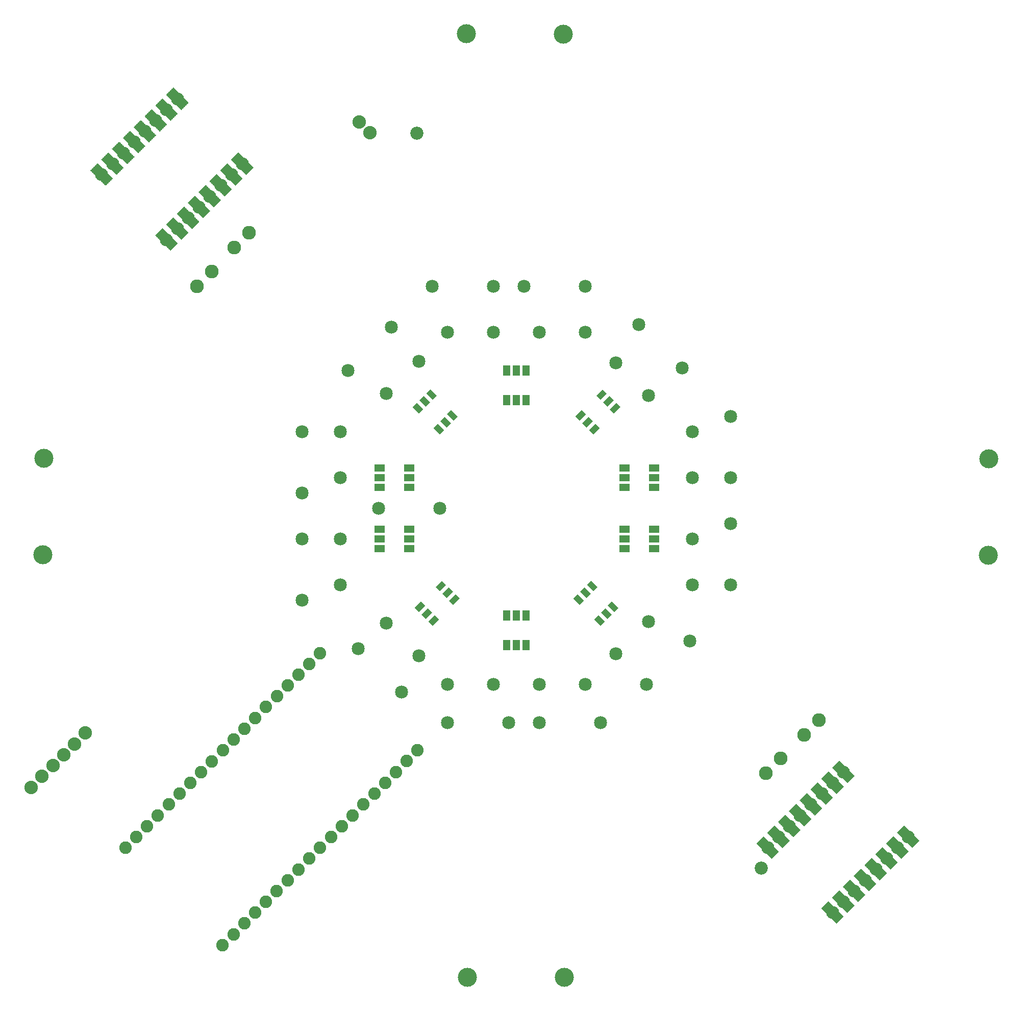
<source format=gbs>
G04 MADE WITH FRITZING*
G04 WWW.FRITZING.ORG*
G04 DOUBLE SIDED*
G04 HOLES PLATED*
G04 CONTOUR ON CENTER OF CONTOUR VECTOR*
%ASAXBY*%
%FSLAX23Y23*%
%MOIN*%
%OFA0B0*%
%SFA1.0B1.0*%
%ADD10C,0.124173*%
%ADD11C,0.084000*%
%ADD12C,0.085433*%
%ADD13C,0.088000*%
%ADD14C,0.085000*%
%ADD15C,0.081858*%
%ADD16C,0.090000*%
%ADD17R,0.069056X0.049361*%
%ADD18R,0.069056X0.049389*%
%ADD19R,0.069056X0.049375*%
%ADD20R,0.049361X0.069056*%
%ADD21R,0.049389X0.069056*%
%ADD22R,0.049375X0.069056*%
%ADD23C,0.010000*%
%ADD24C,0.030000*%
%ADD25R,0.001000X0.001000*%
%LNMASK0*%
G90*
G70*
G54D10*
X4245Y7009D03*
X3611Y7012D03*
X846Y3610D03*
X850Y4240D03*
X4252Y848D03*
X3618Y848D03*
X7023Y3605D03*
X7026Y4236D03*
G54D11*
X6075Y2190D03*
X6004Y2120D03*
X5934Y2049D03*
X5863Y1978D03*
X5792Y1907D03*
X5722Y1837D03*
X5651Y1766D03*
X5580Y1695D03*
X6004Y1271D03*
X6075Y1342D03*
X6146Y1412D03*
X6217Y1483D03*
X6287Y1554D03*
X6358Y1625D03*
X6429Y1695D03*
X6499Y1766D03*
X6075Y2190D03*
X6004Y2120D03*
X5934Y2049D03*
X5863Y1978D03*
X5792Y1907D03*
X5722Y1837D03*
X5651Y1766D03*
X5580Y1695D03*
X6004Y1271D03*
X6075Y1342D03*
X6146Y1412D03*
X6217Y1483D03*
X6287Y1554D03*
X6358Y1625D03*
X6429Y1695D03*
X6499Y1766D03*
G54D12*
X5539Y1561D03*
G54D13*
X1122Y2444D03*
X1051Y2373D03*
X980Y2302D03*
X910Y2232D03*
X839Y2161D03*
X768Y2090D03*
X2911Y6437D03*
X2982Y6366D03*
G54D14*
X2789Y3711D03*
X2789Y3411D03*
X3089Y3161D03*
X3301Y2949D03*
X3489Y2761D03*
X3789Y2761D03*
X4089Y2761D03*
X4389Y2761D03*
X4589Y2961D03*
X4801Y3173D03*
X2789Y4111D03*
X2789Y4411D03*
X5089Y3711D03*
X5089Y3411D03*
X5089Y4411D03*
X5089Y4111D03*
X4589Y4861D03*
X4801Y4649D03*
X4089Y5061D03*
X4389Y5061D03*
X3089Y4661D03*
X3301Y4873D03*
X3489Y5061D03*
X3789Y5061D03*
X2539Y3311D03*
X2539Y3711D03*
X4489Y2511D03*
X4089Y2511D03*
X3889Y2511D03*
X3489Y2511D03*
X3189Y2711D03*
X2906Y2994D03*
X4789Y2761D03*
X5072Y3044D03*
X5339Y3811D03*
X5339Y3411D03*
X5339Y4511D03*
X5339Y4111D03*
X4739Y5111D03*
X5022Y4828D03*
X3989Y5361D03*
X4389Y5361D03*
X3389Y5361D03*
X3789Y5361D03*
X2539Y4411D03*
X2539Y4011D03*
X2839Y4811D03*
X3122Y5094D03*
X3439Y3911D03*
X3039Y3911D03*
G54D15*
X2656Y2967D03*
X2585Y2896D03*
X2515Y2826D03*
X2444Y2755D03*
X2374Y2685D03*
X2303Y2614D03*
X2232Y2543D03*
X2162Y2473D03*
X2091Y2402D03*
X2020Y2331D03*
X1949Y2260D03*
X1878Y2189D03*
X1808Y2119D03*
X1737Y2048D03*
X1667Y1978D03*
X1596Y1907D03*
X1526Y1837D03*
X1455Y1766D03*
X1384Y1695D03*
X2019Y1059D03*
X2090Y1130D03*
X2161Y1201D03*
X2232Y1271D03*
X2303Y1342D03*
X2373Y1412D03*
X2444Y1483D03*
X2514Y1553D03*
X2585Y1624D03*
X2656Y1695D03*
X2727Y1766D03*
X2798Y1837D03*
X2868Y1907D03*
X2939Y1978D03*
X3010Y2049D03*
X3080Y2119D03*
X3151Y2190D03*
X3221Y2261D03*
X3292Y2332D03*
G54D16*
X5817Y2433D03*
X5915Y2530D03*
X5567Y2183D03*
X5665Y2280D03*
X1947Y5459D03*
X1850Y5362D03*
X2193Y5712D03*
X2095Y5615D03*
G54D12*
X3289Y6361D03*
G54D11*
X1653Y5667D03*
X1724Y5738D03*
X1795Y5809D03*
X1865Y5879D03*
X1936Y5950D03*
X2007Y6021D03*
X2078Y6091D03*
X2148Y6162D03*
X1724Y6586D03*
X1653Y6516D03*
X1583Y6445D03*
X1512Y6374D03*
X1441Y6304D03*
X1370Y6233D03*
X1300Y6162D03*
X1229Y6091D03*
X1653Y5667D03*
X1724Y5738D03*
X1795Y5809D03*
X1865Y5879D03*
X1936Y5950D03*
X2007Y6021D03*
X2078Y6091D03*
X2148Y6162D03*
X1724Y6586D03*
X1653Y6516D03*
X1583Y6445D03*
X1512Y6374D03*
X1441Y6304D03*
X1370Y6233D03*
X1300Y6162D03*
X1229Y6091D03*
G54D17*
X3046Y4048D03*
G54D18*
X3046Y4111D03*
G54D19*
X3046Y4174D03*
X3239Y4174D03*
G54D18*
X3239Y4111D03*
G54D17*
X3239Y4048D03*
X3046Y3648D03*
G54D18*
X3046Y3711D03*
G54D19*
X3046Y3774D03*
X3239Y3774D03*
G54D18*
X3239Y3711D03*
G54D17*
X3239Y3648D03*
G54D20*
X4002Y4618D03*
G54D21*
X3939Y4618D03*
G54D22*
X3876Y4618D03*
X3876Y4811D03*
G54D21*
X3939Y4811D03*
G54D20*
X4002Y4811D03*
G54D17*
X4646Y4048D03*
G54D18*
X4646Y4111D03*
G54D19*
X4646Y4174D03*
X4839Y4174D03*
G54D18*
X4839Y4111D03*
G54D17*
X4839Y4048D03*
X4646Y3648D03*
G54D18*
X4646Y3711D03*
G54D19*
X4646Y3774D03*
X4839Y3774D03*
G54D18*
X4839Y3711D03*
G54D17*
X4839Y3648D03*
G54D20*
X4002Y3018D03*
G54D21*
X3939Y3018D03*
G54D22*
X3876Y3018D03*
X3876Y3211D03*
G54D21*
X3939Y3211D03*
G54D20*
X4002Y3211D03*
G54D23*
G36*
X3513Y4554D02*
X3555Y4512D01*
X3527Y4484D01*
X3485Y4526D01*
X3513Y4554D01*
G37*
D02*
G36*
X3468Y4509D02*
X3510Y4468D01*
X3482Y4440D01*
X3440Y4481D01*
X3468Y4509D01*
G37*
D02*
G36*
X3424Y4465D02*
X3466Y4423D01*
X3438Y4395D01*
X3396Y4437D01*
X3424Y4465D01*
G37*
D02*
G36*
X3287Y4601D02*
X3329Y4559D01*
X3301Y4532D01*
X3260Y4573D01*
X3287Y4601D01*
G37*
D02*
G36*
X3332Y4646D02*
X3374Y4604D01*
X3346Y4576D01*
X3304Y4618D01*
X3332Y4646D01*
G37*
D02*
G36*
X3376Y4690D02*
X3418Y4648D01*
X3390Y4621D01*
X3349Y4662D01*
X3376Y4690D01*
G37*
D02*
G36*
X4482Y4437D02*
X4440Y4395D01*
X4412Y4423D01*
X4454Y4465D01*
X4482Y4437D01*
G37*
D02*
G36*
X4437Y4481D02*
X4396Y4440D01*
X4368Y4468D01*
X4409Y4509D01*
X4437Y4481D01*
G37*
D02*
G36*
X4393Y4526D02*
X4351Y4484D01*
X4323Y4512D01*
X4365Y4554D01*
X4393Y4526D01*
G37*
D02*
G36*
X4529Y4662D02*
X4487Y4621D01*
X4460Y4648D01*
X4501Y4690D01*
X4529Y4662D01*
G37*
D02*
G36*
X4574Y4618D02*
X4532Y4576D01*
X4504Y4604D01*
X4546Y4646D01*
X4574Y4618D01*
G37*
D02*
G36*
X4618Y4573D02*
X4576Y4532D01*
X4549Y4559D01*
X4590Y4601D01*
X4618Y4573D01*
G37*
D02*
G36*
X4563Y3304D02*
X4605Y3262D01*
X4577Y3234D01*
X4535Y3276D01*
X4563Y3304D01*
G37*
D02*
G36*
X4518Y3259D02*
X4560Y3218D01*
X4532Y3190D01*
X4490Y3231D01*
X4518Y3259D01*
G37*
D02*
G36*
X4474Y3215D02*
X4516Y3173D01*
X4488Y3145D01*
X4446Y3187D01*
X4474Y3215D01*
G37*
D02*
G36*
X4337Y3351D02*
X4379Y3309D01*
X4351Y3282D01*
X4310Y3323D01*
X4337Y3351D01*
G37*
D02*
G36*
X4382Y3396D02*
X4424Y3354D01*
X4396Y3326D01*
X4354Y3368D01*
X4382Y3396D01*
G37*
D02*
G36*
X4426Y3440D02*
X4468Y3398D01*
X4440Y3371D01*
X4399Y3412D01*
X4426Y3440D01*
G37*
D02*
G36*
X3432Y3187D02*
X3390Y3145D01*
X3362Y3173D01*
X3404Y3215D01*
X3432Y3187D01*
G37*
D02*
G36*
X3387Y3231D02*
X3346Y3190D01*
X3318Y3218D01*
X3359Y3259D01*
X3387Y3231D01*
G37*
D02*
G36*
X3343Y3276D02*
X3301Y3234D01*
X3273Y3262D01*
X3315Y3304D01*
X3343Y3276D01*
G37*
D02*
G36*
X3479Y3412D02*
X3437Y3371D01*
X3410Y3398D01*
X3451Y3440D01*
X3479Y3412D01*
G37*
D02*
G36*
X3524Y3368D02*
X3482Y3326D01*
X3454Y3354D01*
X3496Y3396D01*
X3524Y3368D01*
G37*
D02*
G36*
X3568Y3323D02*
X3526Y3282D01*
X3499Y3309D01*
X3540Y3351D01*
X3568Y3323D01*
G37*
D02*
G54D24*
G36*
X5775Y2433D02*
X5817Y2475D01*
X5860Y2433D01*
X5817Y2390D01*
X5775Y2433D01*
G37*
D02*
G36*
X5525Y2183D02*
X5567Y2225D01*
X5610Y2183D01*
X5567Y2140D01*
X5525Y2183D01*
G37*
D02*
G36*
X1990Y5459D02*
X1947Y5417D01*
X1905Y5459D01*
X1947Y5501D01*
X1990Y5459D01*
G37*
D02*
G36*
X2235Y5712D02*
X2193Y5670D01*
X2150Y5712D01*
X2193Y5755D01*
X2235Y5712D01*
G37*
D02*
G54D25*
X1697Y6660D02*
X1697Y6660D01*
X1696Y6659D02*
X1698Y6659D01*
X1695Y6658D02*
X1699Y6658D01*
X1694Y6657D02*
X1700Y6657D01*
X1693Y6656D02*
X1701Y6656D01*
X1692Y6655D02*
X1702Y6655D01*
X1691Y6654D02*
X1703Y6654D01*
X1690Y6653D02*
X1704Y6653D01*
X1689Y6652D02*
X1705Y6652D01*
X1688Y6651D02*
X1706Y6651D01*
X1687Y6650D02*
X1707Y6650D01*
X1686Y6649D02*
X1708Y6649D01*
X1685Y6648D02*
X1709Y6648D01*
X1684Y6647D02*
X1710Y6647D01*
X1683Y6646D02*
X1711Y6646D01*
X1682Y6645D02*
X1712Y6645D01*
X1681Y6644D02*
X1713Y6644D01*
X1680Y6643D02*
X1714Y6643D01*
X1679Y6642D02*
X1715Y6642D01*
X1678Y6641D02*
X1716Y6641D01*
X1677Y6640D02*
X1717Y6640D01*
X1676Y6639D02*
X1718Y6639D01*
X1675Y6638D02*
X1719Y6638D01*
X1674Y6637D02*
X1720Y6637D01*
X1673Y6636D02*
X1721Y6636D01*
X1672Y6635D02*
X1722Y6635D01*
X1671Y6634D02*
X1723Y6634D01*
X1670Y6633D02*
X1724Y6633D01*
X1669Y6632D02*
X1725Y6632D01*
X1668Y6631D02*
X1726Y6631D01*
X1667Y6630D02*
X1727Y6630D01*
X1666Y6629D02*
X1728Y6629D01*
X1665Y6628D02*
X1729Y6628D01*
X1664Y6627D02*
X1730Y6627D01*
X1663Y6626D02*
X1731Y6626D01*
X1662Y6625D02*
X1732Y6625D01*
X1661Y6624D02*
X1733Y6624D01*
X1660Y6623D02*
X1734Y6623D01*
X1659Y6622D02*
X1735Y6622D01*
X1658Y6621D02*
X1736Y6621D01*
X1657Y6620D02*
X1737Y6620D01*
X1656Y6619D02*
X1738Y6619D01*
X1655Y6618D02*
X1739Y6618D01*
X1654Y6617D02*
X1740Y6617D01*
X1653Y6616D02*
X1741Y6616D01*
X1652Y6615D02*
X1742Y6615D01*
X1651Y6614D02*
X1743Y6614D01*
X1651Y6613D02*
X1744Y6613D01*
X1651Y6612D02*
X1745Y6612D01*
X1652Y6611D02*
X1747Y6611D01*
X1653Y6610D02*
X1719Y6610D01*
X1728Y6610D02*
X1747Y6610D01*
X1654Y6609D02*
X1715Y6609D01*
X1732Y6609D02*
X1748Y6609D01*
X1655Y6608D02*
X1713Y6608D01*
X1734Y6608D02*
X1749Y6608D01*
X1656Y6607D02*
X1711Y6607D01*
X1736Y6607D02*
X1750Y6607D01*
X1657Y6606D02*
X1709Y6606D01*
X1738Y6606D02*
X1751Y6606D01*
X1658Y6605D02*
X1708Y6605D01*
X1739Y6605D02*
X1752Y6605D01*
X1659Y6604D02*
X1707Y6604D01*
X1740Y6604D02*
X1753Y6604D01*
X1660Y6603D02*
X1706Y6603D01*
X1741Y6603D02*
X1754Y6603D01*
X1661Y6602D02*
X1705Y6602D01*
X1742Y6602D02*
X1755Y6602D01*
X1662Y6601D02*
X1704Y6601D01*
X1743Y6601D02*
X1756Y6601D01*
X1663Y6600D02*
X1703Y6600D01*
X1743Y6600D02*
X1757Y6600D01*
X1664Y6599D02*
X1703Y6599D01*
X1744Y6599D02*
X1758Y6599D01*
X1665Y6598D02*
X1702Y6598D01*
X1745Y6598D02*
X1759Y6598D01*
X1666Y6597D02*
X1702Y6597D01*
X1745Y6597D02*
X1760Y6597D01*
X1667Y6596D02*
X1701Y6596D01*
X1746Y6596D02*
X1761Y6596D01*
X1668Y6595D02*
X1701Y6595D01*
X1746Y6595D02*
X1762Y6595D01*
X1669Y6594D02*
X1701Y6594D01*
X1746Y6594D02*
X1763Y6594D01*
X1670Y6593D02*
X1700Y6593D01*
X1747Y6593D02*
X1764Y6593D01*
X1671Y6592D02*
X1700Y6592D01*
X1747Y6592D02*
X1765Y6592D01*
X1672Y6591D02*
X1700Y6591D01*
X1747Y6591D02*
X1766Y6591D01*
X1673Y6590D02*
X1700Y6590D01*
X1747Y6590D02*
X1767Y6590D01*
X1626Y6589D02*
X1627Y6589D01*
X1674Y6589D02*
X1700Y6589D01*
X1747Y6589D02*
X1768Y6589D01*
X1625Y6588D02*
X1628Y6588D01*
X1675Y6588D02*
X1700Y6588D01*
X1747Y6588D02*
X1769Y6588D01*
X1624Y6587D02*
X1629Y6587D01*
X1676Y6587D02*
X1700Y6587D01*
X1747Y6587D02*
X1770Y6587D01*
X1623Y6586D02*
X1630Y6586D01*
X1677Y6586D02*
X1700Y6586D01*
X1747Y6586D02*
X1771Y6586D01*
X1622Y6585D02*
X1631Y6585D01*
X1678Y6585D02*
X1700Y6585D01*
X1747Y6585D02*
X1772Y6585D01*
X1621Y6584D02*
X1632Y6584D01*
X1679Y6584D02*
X1700Y6584D01*
X1747Y6584D02*
X1773Y6584D01*
X1620Y6583D02*
X1633Y6583D01*
X1680Y6583D02*
X1700Y6583D01*
X1747Y6583D02*
X1774Y6583D01*
X1619Y6582D02*
X1634Y6582D01*
X1681Y6582D02*
X1700Y6582D01*
X1747Y6582D02*
X1775Y6582D01*
X1618Y6581D02*
X1635Y6581D01*
X1682Y6581D02*
X1700Y6581D01*
X1747Y6581D02*
X1776Y6581D01*
X1617Y6580D02*
X1636Y6580D01*
X1683Y6580D02*
X1701Y6580D01*
X1746Y6580D02*
X1777Y6580D01*
X1616Y6579D02*
X1637Y6579D01*
X1684Y6579D02*
X1701Y6579D01*
X1746Y6579D02*
X1778Y6579D01*
X1615Y6578D02*
X1638Y6578D01*
X1685Y6578D02*
X1701Y6578D01*
X1746Y6578D02*
X1779Y6578D01*
X1614Y6577D02*
X1639Y6577D01*
X1686Y6577D02*
X1702Y6577D01*
X1745Y6577D02*
X1780Y6577D01*
X1613Y6576D02*
X1640Y6576D01*
X1687Y6576D02*
X1702Y6576D01*
X1745Y6576D02*
X1781Y6576D01*
X1612Y6575D02*
X1641Y6575D01*
X1688Y6575D02*
X1703Y6575D01*
X1744Y6575D02*
X1782Y6575D01*
X1611Y6574D02*
X1642Y6574D01*
X1689Y6574D02*
X1703Y6574D01*
X1744Y6574D02*
X1783Y6574D01*
X1610Y6573D02*
X1643Y6573D01*
X1690Y6573D02*
X1704Y6573D01*
X1743Y6573D02*
X1784Y6573D01*
X1609Y6572D02*
X1644Y6572D01*
X1691Y6572D02*
X1705Y6572D01*
X1742Y6572D02*
X1785Y6572D01*
X1608Y6571D02*
X1645Y6571D01*
X1692Y6571D02*
X1706Y6571D01*
X1741Y6571D02*
X1786Y6571D01*
X1607Y6570D02*
X1646Y6570D01*
X1693Y6570D02*
X1707Y6570D01*
X1740Y6570D02*
X1787Y6570D01*
X1606Y6569D02*
X1647Y6569D01*
X1694Y6569D02*
X1708Y6569D01*
X1739Y6569D02*
X1788Y6569D01*
X1605Y6568D02*
X1648Y6568D01*
X1695Y6568D02*
X1709Y6568D01*
X1738Y6568D02*
X1789Y6568D01*
X1604Y6567D02*
X1649Y6567D01*
X1696Y6567D02*
X1710Y6567D01*
X1737Y6567D02*
X1790Y6567D01*
X1603Y6566D02*
X1650Y6566D01*
X1697Y6566D02*
X1712Y6566D01*
X1735Y6566D02*
X1791Y6566D01*
X1602Y6565D02*
X1651Y6565D01*
X1698Y6565D02*
X1714Y6565D01*
X1733Y6565D02*
X1792Y6565D01*
X1601Y6564D02*
X1652Y6564D01*
X1699Y6564D02*
X1718Y6564D01*
X1729Y6564D02*
X1793Y6564D01*
X1600Y6563D02*
X1653Y6563D01*
X1700Y6563D02*
X1794Y6563D01*
X1599Y6562D02*
X1654Y6562D01*
X1701Y6562D02*
X1795Y6562D01*
X1598Y6561D02*
X1655Y6561D01*
X1702Y6561D02*
X1796Y6561D01*
X1597Y6560D02*
X1656Y6560D01*
X1703Y6560D02*
X1796Y6560D01*
X1596Y6559D02*
X1657Y6559D01*
X1704Y6559D02*
X1795Y6559D01*
X1595Y6558D02*
X1658Y6558D01*
X1705Y6558D02*
X1794Y6558D01*
X1594Y6557D02*
X1659Y6557D01*
X1706Y6557D02*
X1793Y6557D01*
X1593Y6556D02*
X1660Y6556D01*
X1707Y6556D02*
X1792Y6556D01*
X1592Y6555D02*
X1661Y6555D01*
X1708Y6555D02*
X1791Y6555D01*
X1591Y6554D02*
X1662Y6554D01*
X1709Y6554D02*
X1790Y6554D01*
X1590Y6553D02*
X1663Y6553D01*
X1710Y6553D02*
X1789Y6553D01*
X1589Y6552D02*
X1664Y6552D01*
X1711Y6552D02*
X1788Y6552D01*
X1588Y6551D02*
X1665Y6551D01*
X1712Y6551D02*
X1787Y6551D01*
X1587Y6550D02*
X1666Y6550D01*
X1713Y6550D02*
X1786Y6550D01*
X1586Y6549D02*
X1667Y6549D01*
X1714Y6549D02*
X1785Y6549D01*
X1585Y6548D02*
X1668Y6548D01*
X1715Y6548D02*
X1784Y6548D01*
X1584Y6547D02*
X1669Y6547D01*
X1716Y6547D02*
X1783Y6547D01*
X1583Y6546D02*
X1670Y6546D01*
X1717Y6546D02*
X1782Y6546D01*
X1582Y6545D02*
X1671Y6545D01*
X1718Y6545D02*
X1781Y6545D01*
X1581Y6544D02*
X1672Y6544D01*
X1719Y6544D02*
X1780Y6544D01*
X1580Y6543D02*
X1673Y6543D01*
X1720Y6543D02*
X1779Y6543D01*
X1580Y6542D02*
X1674Y6542D01*
X1721Y6542D02*
X1778Y6542D01*
X1581Y6541D02*
X1675Y6541D01*
X1722Y6541D02*
X1777Y6541D01*
X1582Y6540D02*
X1676Y6540D01*
X1723Y6540D02*
X1776Y6540D01*
X1583Y6539D02*
X1647Y6539D01*
X1659Y6539D02*
X1677Y6539D01*
X1724Y6539D02*
X1775Y6539D01*
X1584Y6538D02*
X1643Y6538D01*
X1662Y6538D02*
X1678Y6538D01*
X1725Y6538D02*
X1774Y6538D01*
X1585Y6537D02*
X1641Y6537D01*
X1664Y6537D02*
X1679Y6537D01*
X1726Y6537D02*
X1773Y6537D01*
X1586Y6536D02*
X1640Y6536D01*
X1666Y6536D02*
X1680Y6536D01*
X1727Y6536D02*
X1772Y6536D01*
X1587Y6535D02*
X1638Y6535D01*
X1667Y6535D02*
X1681Y6535D01*
X1728Y6535D02*
X1771Y6535D01*
X1588Y6534D02*
X1637Y6534D01*
X1668Y6534D02*
X1682Y6534D01*
X1729Y6534D02*
X1770Y6534D01*
X1589Y6533D02*
X1636Y6533D01*
X1669Y6533D02*
X1683Y6533D01*
X1730Y6533D02*
X1769Y6533D01*
X1590Y6532D02*
X1635Y6532D01*
X1670Y6532D02*
X1684Y6532D01*
X1731Y6532D02*
X1768Y6532D01*
X1591Y6531D02*
X1634Y6531D01*
X1671Y6531D02*
X1685Y6531D01*
X1732Y6531D02*
X1767Y6531D01*
X1592Y6530D02*
X1633Y6530D01*
X1672Y6530D02*
X1686Y6530D01*
X1733Y6530D02*
X1766Y6530D01*
X1593Y6529D02*
X1633Y6529D01*
X1673Y6529D02*
X1687Y6529D01*
X1734Y6529D02*
X1765Y6529D01*
X1594Y6528D02*
X1632Y6528D01*
X1674Y6528D02*
X1688Y6528D01*
X1735Y6528D02*
X1764Y6528D01*
X1595Y6527D02*
X1631Y6527D01*
X1674Y6527D02*
X1689Y6527D01*
X1736Y6527D02*
X1763Y6527D01*
X1596Y6526D02*
X1631Y6526D01*
X1675Y6526D02*
X1690Y6526D01*
X1737Y6526D02*
X1762Y6526D01*
X1597Y6525D02*
X1630Y6525D01*
X1675Y6525D02*
X1691Y6525D01*
X1738Y6525D02*
X1761Y6525D01*
X1598Y6524D02*
X1630Y6524D01*
X1675Y6524D02*
X1692Y6524D01*
X1739Y6524D02*
X1760Y6524D01*
X1599Y6523D02*
X1630Y6523D01*
X1676Y6523D02*
X1693Y6523D01*
X1740Y6523D02*
X1759Y6523D01*
X1600Y6522D02*
X1630Y6522D01*
X1676Y6522D02*
X1694Y6522D01*
X1741Y6522D02*
X1758Y6522D01*
X1601Y6521D02*
X1629Y6521D01*
X1676Y6521D02*
X1695Y6521D01*
X1742Y6521D02*
X1757Y6521D01*
X1602Y6520D02*
X1629Y6520D01*
X1676Y6520D02*
X1696Y6520D01*
X1743Y6520D02*
X1756Y6520D01*
X1603Y6519D02*
X1629Y6519D01*
X1677Y6519D02*
X1697Y6519D01*
X1744Y6519D02*
X1755Y6519D01*
X1555Y6518D02*
X1556Y6518D01*
X1604Y6518D02*
X1629Y6518D01*
X1677Y6518D02*
X1698Y6518D01*
X1745Y6518D02*
X1754Y6518D01*
X1554Y6517D02*
X1557Y6517D01*
X1605Y6517D02*
X1629Y6517D01*
X1677Y6517D02*
X1699Y6517D01*
X1746Y6517D02*
X1753Y6517D01*
X1553Y6516D02*
X1558Y6516D01*
X1606Y6516D02*
X1629Y6516D01*
X1677Y6516D02*
X1700Y6516D01*
X1747Y6516D02*
X1752Y6516D01*
X1552Y6515D02*
X1559Y6515D01*
X1607Y6515D02*
X1629Y6515D01*
X1677Y6515D02*
X1701Y6515D01*
X1748Y6515D02*
X1751Y6515D01*
X1551Y6514D02*
X1560Y6514D01*
X1608Y6514D02*
X1629Y6514D01*
X1677Y6514D02*
X1702Y6514D01*
X1749Y6514D02*
X1750Y6514D01*
X1550Y6513D02*
X1561Y6513D01*
X1609Y6513D02*
X1629Y6513D01*
X1677Y6513D02*
X1703Y6513D01*
X1549Y6512D02*
X1562Y6512D01*
X1610Y6512D02*
X1629Y6512D01*
X1676Y6512D02*
X1704Y6512D01*
X1548Y6511D02*
X1563Y6511D01*
X1611Y6511D02*
X1629Y6511D01*
X1676Y6511D02*
X1705Y6511D01*
X1547Y6510D02*
X1564Y6510D01*
X1612Y6510D02*
X1630Y6510D01*
X1676Y6510D02*
X1706Y6510D01*
X1546Y6509D02*
X1565Y6509D01*
X1613Y6509D02*
X1630Y6509D01*
X1676Y6509D02*
X1707Y6509D01*
X1545Y6508D02*
X1566Y6508D01*
X1614Y6508D02*
X1630Y6508D01*
X1675Y6508D02*
X1708Y6508D01*
X1544Y6507D02*
X1567Y6507D01*
X1615Y6507D02*
X1631Y6507D01*
X1675Y6507D02*
X1709Y6507D01*
X1543Y6506D02*
X1568Y6506D01*
X1616Y6506D02*
X1631Y6506D01*
X1675Y6506D02*
X1710Y6506D01*
X1542Y6505D02*
X1569Y6505D01*
X1617Y6505D02*
X1632Y6505D01*
X1674Y6505D02*
X1711Y6505D01*
X1541Y6504D02*
X1570Y6504D01*
X1618Y6504D02*
X1632Y6504D01*
X1673Y6504D02*
X1712Y6504D01*
X1540Y6503D02*
X1571Y6503D01*
X1619Y6503D02*
X1633Y6503D01*
X1673Y6503D02*
X1713Y6503D01*
X1539Y6502D02*
X1572Y6502D01*
X1620Y6502D02*
X1634Y6502D01*
X1672Y6502D02*
X1714Y6502D01*
X1538Y6501D02*
X1573Y6501D01*
X1621Y6501D02*
X1635Y6501D01*
X1671Y6501D02*
X1715Y6501D01*
X1537Y6500D02*
X1574Y6500D01*
X1622Y6500D02*
X1636Y6500D01*
X1670Y6500D02*
X1716Y6500D01*
X1536Y6499D02*
X1575Y6499D01*
X1623Y6499D02*
X1637Y6499D01*
X1669Y6499D02*
X1717Y6499D01*
X1535Y6498D02*
X1576Y6498D01*
X1624Y6498D02*
X1638Y6498D01*
X1668Y6498D02*
X1718Y6498D01*
X1534Y6497D02*
X1577Y6497D01*
X1625Y6497D02*
X1639Y6497D01*
X1667Y6497D02*
X1719Y6497D01*
X1533Y6496D02*
X1578Y6496D01*
X1626Y6496D02*
X1640Y6496D01*
X1665Y6496D02*
X1720Y6496D01*
X1532Y6495D02*
X1579Y6495D01*
X1627Y6495D02*
X1642Y6495D01*
X1664Y6495D02*
X1721Y6495D01*
X1531Y6494D02*
X1580Y6494D01*
X1628Y6494D02*
X1644Y6494D01*
X1661Y6494D02*
X1722Y6494D01*
X1530Y6493D02*
X1581Y6493D01*
X1629Y6493D02*
X1648Y6493D01*
X1658Y6493D02*
X1723Y6493D01*
X1529Y6492D02*
X1582Y6492D01*
X1630Y6492D02*
X1724Y6492D01*
X1528Y6491D02*
X1583Y6491D01*
X1631Y6491D02*
X1725Y6491D01*
X1527Y6490D02*
X1584Y6490D01*
X1632Y6490D02*
X1726Y6490D01*
X1526Y6489D02*
X1585Y6489D01*
X1633Y6489D02*
X1725Y6489D01*
X1525Y6488D02*
X1586Y6488D01*
X1634Y6488D02*
X1724Y6488D01*
X1524Y6487D02*
X1587Y6487D01*
X1635Y6487D02*
X1723Y6487D01*
X1523Y6486D02*
X1588Y6486D01*
X1636Y6486D02*
X1722Y6486D01*
X1522Y6485D02*
X1589Y6485D01*
X1637Y6485D02*
X1721Y6485D01*
X1521Y6484D02*
X1590Y6484D01*
X1638Y6484D02*
X1720Y6484D01*
X1520Y6483D02*
X1591Y6483D01*
X1639Y6483D02*
X1719Y6483D01*
X1519Y6482D02*
X1592Y6482D01*
X1640Y6482D02*
X1718Y6482D01*
X1518Y6481D02*
X1593Y6481D01*
X1641Y6481D02*
X1717Y6481D01*
X1517Y6480D02*
X1594Y6480D01*
X1642Y6480D02*
X1716Y6480D01*
X1516Y6479D02*
X1595Y6479D01*
X1643Y6479D02*
X1715Y6479D01*
X1515Y6478D02*
X1596Y6478D01*
X1644Y6478D02*
X1714Y6478D01*
X1514Y6477D02*
X1597Y6477D01*
X1645Y6477D02*
X1713Y6477D01*
X1513Y6476D02*
X1598Y6476D01*
X1646Y6476D02*
X1712Y6476D01*
X1512Y6475D02*
X1599Y6475D01*
X1647Y6475D02*
X1711Y6475D01*
X1511Y6474D02*
X1600Y6474D01*
X1648Y6474D02*
X1710Y6474D01*
X1510Y6473D02*
X1601Y6473D01*
X1649Y6473D02*
X1709Y6473D01*
X1509Y6472D02*
X1603Y6472D01*
X1650Y6472D02*
X1708Y6472D01*
X1510Y6471D02*
X1604Y6471D01*
X1651Y6471D02*
X1707Y6471D01*
X1511Y6470D02*
X1605Y6470D01*
X1652Y6470D02*
X1706Y6470D01*
X1512Y6469D02*
X1606Y6469D01*
X1653Y6469D02*
X1705Y6469D01*
X1513Y6468D02*
X1575Y6468D01*
X1589Y6468D02*
X1607Y6468D01*
X1654Y6468D02*
X1704Y6468D01*
X1514Y6467D02*
X1572Y6467D01*
X1592Y6467D02*
X1608Y6467D01*
X1655Y6467D02*
X1703Y6467D01*
X1515Y6466D02*
X1570Y6466D01*
X1594Y6466D02*
X1608Y6466D01*
X1656Y6466D02*
X1702Y6466D01*
X1516Y6465D02*
X1569Y6465D01*
X1596Y6465D02*
X1609Y6465D01*
X1657Y6465D02*
X1701Y6465D01*
X1517Y6464D02*
X1567Y6464D01*
X1597Y6464D02*
X1610Y6464D01*
X1658Y6464D02*
X1700Y6464D01*
X1518Y6463D02*
X1566Y6463D01*
X1598Y6463D02*
X1611Y6463D01*
X1659Y6463D02*
X1699Y6463D01*
X1519Y6462D02*
X1565Y6462D01*
X1599Y6462D02*
X1612Y6462D01*
X1660Y6462D02*
X1698Y6462D01*
X1520Y6461D02*
X1564Y6461D01*
X1600Y6461D02*
X1613Y6461D01*
X1661Y6461D02*
X1697Y6461D01*
X1521Y6460D02*
X1563Y6460D01*
X1601Y6460D02*
X1614Y6460D01*
X1662Y6460D02*
X1696Y6460D01*
X1522Y6459D02*
X1562Y6459D01*
X1602Y6459D02*
X1615Y6459D01*
X1663Y6459D02*
X1695Y6459D01*
X1523Y6458D02*
X1562Y6458D01*
X1602Y6458D02*
X1616Y6458D01*
X1664Y6458D02*
X1694Y6458D01*
X1524Y6457D02*
X1561Y6457D01*
X1603Y6457D02*
X1617Y6457D01*
X1665Y6457D02*
X1693Y6457D01*
X1525Y6456D02*
X1561Y6456D01*
X1604Y6456D02*
X1618Y6456D01*
X1666Y6456D02*
X1692Y6456D01*
X1526Y6455D02*
X1560Y6455D01*
X1604Y6455D02*
X1619Y6455D01*
X1667Y6455D02*
X1691Y6455D01*
X1527Y6454D02*
X1560Y6454D01*
X1605Y6454D02*
X1620Y6454D01*
X1668Y6454D02*
X1690Y6454D01*
X1528Y6453D02*
X1559Y6453D01*
X1605Y6453D02*
X1621Y6453D01*
X1669Y6453D02*
X1689Y6453D01*
X1529Y6452D02*
X1559Y6452D01*
X1605Y6452D02*
X1622Y6452D01*
X1670Y6452D02*
X1688Y6452D01*
X1530Y6451D02*
X1559Y6451D01*
X1605Y6451D02*
X1623Y6451D01*
X1671Y6451D02*
X1687Y6451D01*
X1531Y6450D02*
X1559Y6450D01*
X1606Y6450D02*
X1624Y6450D01*
X1672Y6450D02*
X1686Y6450D01*
X1532Y6449D02*
X1558Y6449D01*
X1606Y6449D02*
X1625Y6449D01*
X1673Y6449D02*
X1685Y6449D01*
X1485Y6448D02*
X1485Y6448D01*
X1533Y6448D02*
X1558Y6448D01*
X1606Y6448D02*
X1626Y6448D01*
X1674Y6448D02*
X1684Y6448D01*
X1484Y6447D02*
X1486Y6447D01*
X1534Y6447D02*
X1558Y6447D01*
X1606Y6447D02*
X1627Y6447D01*
X1675Y6447D02*
X1683Y6447D01*
X1483Y6446D02*
X1487Y6446D01*
X1535Y6446D02*
X1558Y6446D01*
X1606Y6446D02*
X1628Y6446D01*
X1676Y6446D02*
X1682Y6446D01*
X1482Y6445D02*
X1488Y6445D01*
X1536Y6445D02*
X1558Y6445D01*
X1606Y6445D02*
X1629Y6445D01*
X1677Y6445D02*
X1681Y6445D01*
X1481Y6444D02*
X1489Y6444D01*
X1537Y6444D02*
X1558Y6444D01*
X1606Y6444D02*
X1630Y6444D01*
X1678Y6444D02*
X1680Y6444D01*
X1480Y6443D02*
X1490Y6443D01*
X1538Y6443D02*
X1558Y6443D01*
X1606Y6443D02*
X1631Y6443D01*
X1679Y6443D02*
X1679Y6443D01*
X1479Y6442D02*
X1491Y6442D01*
X1539Y6442D02*
X1558Y6442D01*
X1606Y6442D02*
X1632Y6442D01*
X1478Y6441D02*
X1492Y6441D01*
X1540Y6441D02*
X1558Y6441D01*
X1606Y6441D02*
X1633Y6441D01*
X1477Y6440D02*
X1493Y6440D01*
X1541Y6440D02*
X1559Y6440D01*
X1605Y6440D02*
X1634Y6440D01*
X1476Y6439D02*
X1494Y6439D01*
X1542Y6439D02*
X1559Y6439D01*
X1605Y6439D02*
X1635Y6439D01*
X1475Y6438D02*
X1495Y6438D01*
X1543Y6438D02*
X1559Y6438D01*
X1605Y6438D02*
X1636Y6438D01*
X1474Y6437D02*
X1496Y6437D01*
X1544Y6437D02*
X1560Y6437D01*
X1605Y6437D02*
X1637Y6437D01*
X1473Y6436D02*
X1497Y6436D01*
X1545Y6436D02*
X1560Y6436D01*
X1604Y6436D02*
X1638Y6436D01*
X1472Y6435D02*
X1498Y6435D01*
X1546Y6435D02*
X1560Y6435D01*
X1604Y6435D02*
X1639Y6435D01*
X1471Y6434D02*
X1499Y6434D01*
X1547Y6434D02*
X1561Y6434D01*
X1603Y6434D02*
X1640Y6434D01*
X1470Y6433D02*
X1500Y6433D01*
X1548Y6433D02*
X1562Y6433D01*
X1603Y6433D02*
X1641Y6433D01*
X1469Y6432D02*
X1501Y6432D01*
X1549Y6432D02*
X1562Y6432D01*
X1602Y6432D02*
X1642Y6432D01*
X1468Y6431D02*
X1502Y6431D01*
X1550Y6431D02*
X1563Y6431D01*
X1601Y6431D02*
X1643Y6431D01*
X1467Y6430D02*
X1503Y6430D01*
X1551Y6430D02*
X1564Y6430D01*
X1600Y6430D02*
X1644Y6430D01*
X1466Y6429D02*
X1504Y6429D01*
X1552Y6429D02*
X1565Y6429D01*
X1599Y6429D02*
X1645Y6429D01*
X1465Y6428D02*
X1505Y6428D01*
X1553Y6428D02*
X1566Y6428D01*
X1598Y6428D02*
X1646Y6428D01*
X1464Y6427D02*
X1506Y6427D01*
X1554Y6427D02*
X1567Y6427D01*
X1597Y6427D02*
X1647Y6427D01*
X1463Y6426D02*
X1507Y6426D01*
X1555Y6426D02*
X1568Y6426D01*
X1596Y6426D02*
X1648Y6426D01*
X1462Y6425D02*
X1508Y6425D01*
X1556Y6425D02*
X1570Y6425D01*
X1594Y6425D02*
X1649Y6425D01*
X1461Y6424D02*
X1509Y6424D01*
X1556Y6424D02*
X1572Y6424D01*
X1592Y6424D02*
X1650Y6424D01*
X1460Y6423D02*
X1510Y6423D01*
X1557Y6423D02*
X1575Y6423D01*
X1590Y6423D02*
X1651Y6423D01*
X1459Y6422D02*
X1511Y6422D01*
X1558Y6422D02*
X1581Y6422D01*
X1583Y6422D02*
X1652Y6422D01*
X1458Y6421D02*
X1512Y6421D01*
X1559Y6421D02*
X1653Y6421D01*
X1457Y6420D02*
X1513Y6420D01*
X1560Y6420D02*
X1654Y6420D01*
X1456Y6419D02*
X1514Y6419D01*
X1561Y6419D02*
X1655Y6419D01*
X1455Y6418D02*
X1515Y6418D01*
X1563Y6418D02*
X1654Y6418D01*
X1454Y6417D02*
X1516Y6417D01*
X1564Y6417D02*
X1653Y6417D01*
X1453Y6416D02*
X1517Y6416D01*
X1565Y6416D02*
X1652Y6416D01*
X1452Y6415D02*
X1518Y6415D01*
X1566Y6415D02*
X1651Y6415D01*
X1451Y6414D02*
X1519Y6414D01*
X1567Y6414D02*
X1650Y6414D01*
X1450Y6413D02*
X1520Y6413D01*
X1568Y6413D02*
X1649Y6413D01*
X1449Y6412D02*
X1521Y6412D01*
X1569Y6412D02*
X1648Y6412D01*
X1448Y6411D02*
X1522Y6411D01*
X1570Y6411D02*
X1647Y6411D01*
X1447Y6410D02*
X1523Y6410D01*
X1571Y6410D02*
X1646Y6410D01*
X1446Y6409D02*
X1524Y6409D01*
X1572Y6409D02*
X1645Y6409D01*
X1445Y6408D02*
X1525Y6408D01*
X1573Y6408D02*
X1644Y6408D01*
X1444Y6407D02*
X1526Y6407D01*
X1574Y6407D02*
X1643Y6407D01*
X1443Y6406D02*
X1527Y6406D01*
X1575Y6406D02*
X1642Y6406D01*
X1442Y6405D02*
X1528Y6405D01*
X1576Y6405D02*
X1641Y6405D01*
X1441Y6404D02*
X1529Y6404D01*
X1577Y6404D02*
X1640Y6404D01*
X1440Y6403D02*
X1530Y6403D01*
X1578Y6403D02*
X1639Y6403D01*
X1439Y6402D02*
X1531Y6402D01*
X1579Y6402D02*
X1638Y6402D01*
X1439Y6401D02*
X1532Y6401D01*
X1580Y6401D02*
X1637Y6401D01*
X1439Y6400D02*
X1533Y6400D01*
X1581Y6400D02*
X1636Y6400D01*
X1440Y6399D02*
X1534Y6399D01*
X1582Y6399D02*
X1635Y6399D01*
X1441Y6398D02*
X1508Y6398D01*
X1514Y6398D02*
X1535Y6398D01*
X1583Y6398D02*
X1634Y6398D01*
X1442Y6397D02*
X1503Y6397D01*
X1519Y6397D02*
X1536Y6397D01*
X1584Y6397D02*
X1633Y6397D01*
X1443Y6396D02*
X1501Y6396D01*
X1522Y6396D02*
X1537Y6396D01*
X1585Y6396D02*
X1632Y6396D01*
X1444Y6395D02*
X1499Y6395D01*
X1524Y6395D02*
X1538Y6395D01*
X1586Y6395D02*
X1631Y6395D01*
X1445Y6394D02*
X1497Y6394D01*
X1525Y6394D02*
X1539Y6394D01*
X1587Y6394D02*
X1630Y6394D01*
X1446Y6393D02*
X1496Y6393D01*
X1526Y6393D02*
X1540Y6393D01*
X1588Y6393D02*
X1629Y6393D01*
X1447Y6392D02*
X1495Y6392D01*
X1527Y6392D02*
X1541Y6392D01*
X1589Y6392D02*
X1628Y6392D01*
X1448Y6391D02*
X1494Y6391D01*
X1529Y6391D02*
X1542Y6391D01*
X1590Y6391D02*
X1627Y6391D01*
X1449Y6390D02*
X1493Y6390D01*
X1529Y6390D02*
X1543Y6390D01*
X1591Y6390D02*
X1626Y6390D01*
X1450Y6389D02*
X1492Y6389D01*
X1530Y6389D02*
X1544Y6389D01*
X1592Y6389D02*
X1625Y6389D01*
X1451Y6388D02*
X1491Y6388D01*
X1531Y6388D02*
X1545Y6388D01*
X1593Y6388D02*
X1624Y6388D01*
X1452Y6387D02*
X1491Y6387D01*
X1532Y6387D02*
X1546Y6387D01*
X1594Y6387D02*
X1623Y6387D01*
X1453Y6386D02*
X1490Y6386D01*
X1533Y6386D02*
X1547Y6386D01*
X1595Y6386D02*
X1622Y6386D01*
X1454Y6385D02*
X1490Y6385D01*
X1533Y6385D02*
X1548Y6385D01*
X1596Y6385D02*
X1621Y6385D01*
X1455Y6384D02*
X1489Y6384D01*
X1534Y6384D02*
X1549Y6384D01*
X1597Y6384D02*
X1620Y6384D01*
X1456Y6383D02*
X1489Y6383D01*
X1534Y6383D02*
X1550Y6383D01*
X1598Y6383D02*
X1619Y6383D01*
X1457Y6382D02*
X1489Y6382D01*
X1534Y6382D02*
X1551Y6382D01*
X1599Y6382D02*
X1618Y6382D01*
X1458Y6381D02*
X1488Y6381D01*
X1534Y6381D02*
X1552Y6381D01*
X1600Y6381D02*
X1617Y6381D01*
X1459Y6380D02*
X1488Y6380D01*
X1535Y6380D02*
X1553Y6380D01*
X1601Y6380D02*
X1616Y6380D01*
X1460Y6379D02*
X1488Y6379D01*
X1535Y6379D02*
X1554Y6379D01*
X1602Y6379D02*
X1615Y6379D01*
X1461Y6378D02*
X1488Y6378D01*
X1535Y6378D02*
X1555Y6378D01*
X1603Y6378D02*
X1614Y6378D01*
X1414Y6377D02*
X1415Y6377D01*
X1462Y6377D02*
X1488Y6377D01*
X1535Y6377D02*
X1556Y6377D01*
X1604Y6377D02*
X1613Y6377D01*
X1413Y6376D02*
X1416Y6376D01*
X1463Y6376D02*
X1487Y6376D01*
X1535Y6376D02*
X1557Y6376D01*
X1605Y6376D02*
X1612Y6376D01*
X1412Y6375D02*
X1417Y6375D01*
X1464Y6375D02*
X1487Y6375D01*
X1535Y6375D02*
X1558Y6375D01*
X1606Y6375D02*
X1611Y6375D01*
X1411Y6374D02*
X1418Y6374D01*
X1465Y6374D02*
X1487Y6374D01*
X1535Y6374D02*
X1559Y6374D01*
X1607Y6374D02*
X1610Y6374D01*
X1410Y6373D02*
X1419Y6373D01*
X1466Y6373D02*
X1488Y6373D01*
X1535Y6373D02*
X1560Y6373D01*
X1608Y6373D02*
X1609Y6373D01*
X1409Y6372D02*
X1420Y6372D01*
X1467Y6372D02*
X1488Y6372D01*
X1535Y6372D02*
X1561Y6372D01*
X1408Y6371D02*
X1421Y6371D01*
X1468Y6371D02*
X1488Y6371D01*
X1535Y6371D02*
X1562Y6371D01*
X1407Y6370D02*
X1422Y6370D01*
X1469Y6370D02*
X1488Y6370D01*
X1535Y6370D02*
X1563Y6370D01*
X1406Y6369D02*
X1423Y6369D01*
X1470Y6369D02*
X1488Y6369D01*
X1535Y6369D02*
X1564Y6369D01*
X1405Y6368D02*
X1424Y6368D01*
X1471Y6368D02*
X1488Y6368D01*
X1534Y6368D02*
X1565Y6368D01*
X1404Y6367D02*
X1425Y6367D01*
X1472Y6367D02*
X1489Y6367D01*
X1534Y6367D02*
X1566Y6367D01*
X1403Y6366D02*
X1426Y6366D01*
X1473Y6366D02*
X1489Y6366D01*
X1534Y6366D02*
X1567Y6366D01*
X1402Y6365D02*
X1427Y6365D01*
X1474Y6365D02*
X1489Y6365D01*
X1533Y6365D02*
X1568Y6365D01*
X1401Y6364D02*
X1428Y6364D01*
X1475Y6364D02*
X1490Y6364D01*
X1533Y6364D02*
X1569Y6364D01*
X1400Y6363D02*
X1429Y6363D01*
X1476Y6363D02*
X1490Y6363D01*
X1532Y6363D02*
X1570Y6363D01*
X1399Y6362D02*
X1430Y6362D01*
X1477Y6362D02*
X1491Y6362D01*
X1532Y6362D02*
X1571Y6362D01*
X1398Y6361D02*
X1431Y6361D01*
X1478Y6361D02*
X1492Y6361D01*
X1531Y6361D02*
X1572Y6361D01*
X1397Y6360D02*
X1432Y6360D01*
X1479Y6360D02*
X1493Y6360D01*
X1530Y6360D02*
X1573Y6360D01*
X1396Y6359D02*
X1433Y6359D01*
X1480Y6359D02*
X1494Y6359D01*
X1529Y6359D02*
X1574Y6359D01*
X1395Y6358D02*
X1434Y6358D01*
X1481Y6358D02*
X1495Y6358D01*
X1528Y6358D02*
X1575Y6358D01*
X1394Y6357D02*
X1435Y6357D01*
X1482Y6357D02*
X1496Y6357D01*
X1527Y6357D02*
X1576Y6357D01*
X1393Y6356D02*
X1436Y6356D01*
X1483Y6356D02*
X1497Y6356D01*
X1526Y6356D02*
X1577Y6356D01*
X1392Y6355D02*
X1437Y6355D01*
X1484Y6355D02*
X1498Y6355D01*
X1525Y6355D02*
X1578Y6355D01*
X1391Y6354D02*
X1438Y6354D01*
X1485Y6354D02*
X1500Y6354D01*
X1523Y6354D02*
X1579Y6354D01*
X1390Y6353D02*
X1439Y6353D01*
X1486Y6353D02*
X1502Y6353D01*
X1521Y6353D02*
X1580Y6353D01*
X1389Y6352D02*
X1440Y6352D01*
X1487Y6352D02*
X1505Y6352D01*
X1518Y6352D02*
X1581Y6352D01*
X1388Y6351D02*
X1441Y6351D01*
X1488Y6351D02*
X1582Y6351D01*
X1387Y6350D02*
X1442Y6350D01*
X1489Y6350D02*
X1583Y6350D01*
X1386Y6349D02*
X1443Y6349D01*
X1490Y6349D02*
X1584Y6349D01*
X1385Y6348D02*
X1444Y6348D01*
X1491Y6348D02*
X1584Y6348D01*
X1384Y6347D02*
X1445Y6347D01*
X1492Y6347D02*
X1583Y6347D01*
X1383Y6346D02*
X1446Y6346D01*
X1493Y6346D02*
X1582Y6346D01*
X1382Y6345D02*
X1447Y6345D01*
X1494Y6345D02*
X1581Y6345D01*
X1381Y6344D02*
X1448Y6344D01*
X1495Y6344D02*
X1580Y6344D01*
X1380Y6343D02*
X1449Y6343D01*
X1496Y6343D02*
X1579Y6343D01*
X1379Y6342D02*
X1450Y6342D01*
X1497Y6342D02*
X1578Y6342D01*
X1378Y6341D02*
X1451Y6341D01*
X1498Y6341D02*
X1577Y6341D01*
X1377Y6340D02*
X1452Y6340D01*
X1499Y6340D02*
X1576Y6340D01*
X1376Y6339D02*
X1453Y6339D01*
X1500Y6339D02*
X1575Y6339D01*
X1375Y6338D02*
X1454Y6338D01*
X1501Y6338D02*
X1574Y6338D01*
X1374Y6337D02*
X1455Y6337D01*
X1502Y6337D02*
X1573Y6337D01*
X1373Y6336D02*
X1456Y6336D01*
X1503Y6336D02*
X1572Y6336D01*
X1372Y6335D02*
X1457Y6335D01*
X1504Y6335D02*
X1571Y6335D01*
X1371Y6334D02*
X1458Y6334D01*
X1505Y6334D02*
X1570Y6334D01*
X1370Y6333D02*
X1459Y6333D01*
X1506Y6333D02*
X1569Y6333D01*
X1369Y6332D02*
X1460Y6332D01*
X1507Y6332D02*
X1568Y6332D01*
X1368Y6331D02*
X1461Y6331D01*
X1508Y6331D02*
X1567Y6331D01*
X1368Y6330D02*
X1462Y6330D01*
X1509Y6330D02*
X1566Y6330D01*
X1369Y6329D02*
X1463Y6329D01*
X1510Y6329D02*
X1565Y6329D01*
X1370Y6328D02*
X1464Y6328D01*
X1511Y6328D02*
X1564Y6328D01*
X1371Y6327D02*
X1435Y6327D01*
X1446Y6327D02*
X1465Y6327D01*
X1512Y6327D02*
X1563Y6327D01*
X1372Y6326D02*
X1432Y6326D01*
X1450Y6326D02*
X1466Y6326D01*
X1513Y6326D02*
X1562Y6326D01*
X1373Y6325D02*
X1429Y6325D01*
X1452Y6325D02*
X1467Y6325D01*
X1514Y6325D02*
X1561Y6325D01*
X1374Y6324D02*
X1428Y6324D01*
X1454Y6324D02*
X1468Y6324D01*
X1515Y6324D02*
X1560Y6324D01*
X1375Y6323D02*
X1426Y6323D01*
X1455Y6323D02*
X1469Y6323D01*
X1516Y6323D02*
X1559Y6323D01*
X1376Y6322D02*
X1425Y6322D01*
X1456Y6322D02*
X1470Y6322D01*
X1517Y6322D02*
X1558Y6322D01*
X1377Y6321D02*
X1424Y6321D01*
X1457Y6321D02*
X1471Y6321D01*
X1518Y6321D02*
X1557Y6321D01*
X1378Y6320D02*
X1423Y6320D01*
X1458Y6320D02*
X1472Y6320D01*
X1519Y6320D02*
X1556Y6320D01*
X1379Y6319D02*
X1422Y6319D01*
X1459Y6319D02*
X1473Y6319D01*
X1520Y6319D02*
X1555Y6319D01*
X1380Y6318D02*
X1421Y6318D01*
X1460Y6318D02*
X1474Y6318D01*
X1521Y6318D02*
X1554Y6318D01*
X1381Y6317D02*
X1421Y6317D01*
X1461Y6317D02*
X1475Y6317D01*
X1522Y6317D02*
X1553Y6317D01*
X1382Y6316D02*
X1420Y6316D01*
X1461Y6316D02*
X1476Y6316D01*
X1523Y6316D02*
X1552Y6316D01*
X1383Y6315D02*
X1419Y6315D01*
X1462Y6315D02*
X1477Y6315D01*
X1524Y6315D02*
X1551Y6315D01*
X1384Y6314D02*
X1419Y6314D01*
X1463Y6314D02*
X1478Y6314D01*
X1525Y6314D02*
X1550Y6314D01*
X1385Y6313D02*
X1418Y6313D01*
X1463Y6313D02*
X1479Y6313D01*
X1526Y6313D02*
X1549Y6313D01*
X1386Y6312D02*
X1418Y6312D01*
X1463Y6312D02*
X1480Y6312D01*
X1527Y6312D02*
X1548Y6312D01*
X1387Y6311D02*
X1418Y6311D01*
X1464Y6311D02*
X1481Y6311D01*
X1528Y6311D02*
X1547Y6311D01*
X1388Y6310D02*
X1417Y6310D01*
X1464Y6310D02*
X1482Y6310D01*
X1529Y6310D02*
X1546Y6310D01*
X1389Y6309D02*
X1417Y6309D01*
X1464Y6309D02*
X1483Y6309D01*
X1530Y6309D02*
X1545Y6309D01*
X1390Y6308D02*
X1417Y6308D01*
X1464Y6308D02*
X1484Y6308D01*
X1531Y6308D02*
X1544Y6308D01*
X1391Y6307D02*
X1417Y6307D01*
X1464Y6307D02*
X1485Y6307D01*
X1532Y6307D02*
X1543Y6307D01*
X1343Y6306D02*
X1344Y6306D01*
X1392Y6306D02*
X1417Y6306D01*
X1464Y6306D02*
X1486Y6306D01*
X1533Y6306D02*
X1542Y6306D01*
X1342Y6305D02*
X1345Y6305D01*
X1393Y6305D02*
X1417Y6305D01*
X1465Y6305D02*
X1487Y6305D01*
X1534Y6305D02*
X1541Y6305D01*
X1341Y6304D02*
X1346Y6304D01*
X1394Y6304D02*
X1417Y6304D01*
X1465Y6304D02*
X1488Y6304D01*
X1535Y6304D02*
X1540Y6304D01*
X1340Y6303D02*
X1347Y6303D01*
X1395Y6303D02*
X1417Y6303D01*
X1465Y6303D02*
X1489Y6303D01*
X1536Y6303D02*
X1539Y6303D01*
X1339Y6302D02*
X1348Y6302D01*
X1396Y6302D02*
X1417Y6302D01*
X1464Y6302D02*
X1490Y6302D01*
X1537Y6302D02*
X1538Y6302D01*
X1338Y6301D02*
X1349Y6301D01*
X1397Y6301D02*
X1417Y6301D01*
X1464Y6301D02*
X1491Y6301D01*
X1337Y6300D02*
X1350Y6300D01*
X1398Y6300D02*
X1417Y6300D01*
X1464Y6300D02*
X1492Y6300D01*
X1336Y6299D02*
X1351Y6299D01*
X1399Y6299D02*
X1417Y6299D01*
X1464Y6299D02*
X1493Y6299D01*
X1335Y6298D02*
X1352Y6298D01*
X1400Y6298D02*
X1417Y6298D01*
X1464Y6298D02*
X1494Y6298D01*
X1334Y6297D02*
X1353Y6297D01*
X1401Y6297D02*
X1418Y6297D01*
X1464Y6297D02*
X1495Y6297D01*
X1333Y6296D02*
X1354Y6296D01*
X1402Y6296D02*
X1418Y6296D01*
X1463Y6296D02*
X1496Y6296D01*
X1332Y6295D02*
X1355Y6295D01*
X1403Y6295D02*
X1418Y6295D01*
X1463Y6295D02*
X1497Y6295D01*
X1331Y6294D02*
X1356Y6294D01*
X1404Y6294D02*
X1419Y6294D01*
X1463Y6294D02*
X1498Y6294D01*
X1330Y6293D02*
X1357Y6293D01*
X1405Y6293D02*
X1419Y6293D01*
X1462Y6293D02*
X1499Y6293D01*
X1329Y6292D02*
X1358Y6292D01*
X1406Y6292D02*
X1420Y6292D01*
X1461Y6292D02*
X1500Y6292D01*
X1328Y6291D02*
X1359Y6291D01*
X1407Y6291D02*
X1421Y6291D01*
X1461Y6291D02*
X1501Y6291D01*
X1327Y6290D02*
X1360Y6290D01*
X1408Y6290D02*
X1421Y6290D01*
X1460Y6290D02*
X1502Y6290D01*
X1326Y6289D02*
X1361Y6289D01*
X1409Y6289D02*
X1422Y6289D01*
X1459Y6289D02*
X1503Y6289D01*
X1325Y6288D02*
X1362Y6288D01*
X1410Y6288D02*
X1423Y6288D01*
X1458Y6288D02*
X1504Y6288D01*
X1324Y6287D02*
X1363Y6287D01*
X1411Y6287D02*
X1424Y6287D01*
X1457Y6287D02*
X1505Y6287D01*
X1323Y6286D02*
X1364Y6286D01*
X1412Y6286D02*
X1425Y6286D01*
X1456Y6286D02*
X1506Y6286D01*
X1322Y6285D02*
X1365Y6285D01*
X1413Y6285D02*
X1426Y6285D01*
X1455Y6285D02*
X1507Y6285D01*
X1321Y6284D02*
X1366Y6284D01*
X1414Y6284D02*
X1428Y6284D01*
X1454Y6284D02*
X1508Y6284D01*
X1320Y6283D02*
X1367Y6283D01*
X1415Y6283D02*
X1429Y6283D01*
X1452Y6283D02*
X1509Y6283D01*
X1319Y6282D02*
X1368Y6282D01*
X1416Y6282D02*
X1432Y6282D01*
X1450Y6282D02*
X1510Y6282D01*
X1318Y6281D02*
X1369Y6281D01*
X1417Y6281D02*
X1435Y6281D01*
X1446Y6281D02*
X1511Y6281D01*
X1317Y6280D02*
X1370Y6280D01*
X1418Y6280D02*
X1512Y6280D01*
X1316Y6279D02*
X1371Y6279D01*
X1419Y6279D02*
X1513Y6279D01*
X1315Y6278D02*
X1372Y6278D01*
X1420Y6278D02*
X1513Y6278D01*
X1314Y6277D02*
X1373Y6277D01*
X1421Y6277D02*
X1513Y6277D01*
X1313Y6276D02*
X1374Y6276D01*
X1422Y6276D02*
X1512Y6276D01*
X1312Y6275D02*
X1375Y6275D01*
X1423Y6275D02*
X1511Y6275D01*
X1311Y6274D02*
X1376Y6274D01*
X1424Y6274D02*
X1510Y6274D01*
X1310Y6273D02*
X1377Y6273D01*
X1425Y6273D02*
X1509Y6273D01*
X1309Y6272D02*
X1378Y6272D01*
X1426Y6272D02*
X1508Y6272D01*
X1308Y6271D02*
X1379Y6271D01*
X1427Y6271D02*
X1507Y6271D01*
X1307Y6270D02*
X1380Y6270D01*
X1428Y6270D02*
X1506Y6270D01*
X1306Y6269D02*
X1381Y6269D01*
X1429Y6269D02*
X1505Y6269D01*
X1305Y6268D02*
X1382Y6268D01*
X1430Y6268D02*
X1504Y6268D01*
X1304Y6267D02*
X1383Y6267D01*
X1431Y6267D02*
X1503Y6267D01*
X1303Y6266D02*
X1384Y6266D01*
X1432Y6266D02*
X1502Y6266D01*
X1302Y6265D02*
X1385Y6265D01*
X1433Y6265D02*
X1501Y6265D01*
X1301Y6264D02*
X1386Y6264D01*
X1434Y6264D02*
X1500Y6264D01*
X1300Y6263D02*
X1387Y6263D01*
X1435Y6263D02*
X1499Y6263D01*
X1299Y6262D02*
X1388Y6262D01*
X1436Y6262D02*
X1498Y6262D01*
X1298Y6261D02*
X1389Y6261D01*
X1437Y6261D02*
X1497Y6261D01*
X1297Y6260D02*
X1390Y6260D01*
X1438Y6260D02*
X1496Y6260D01*
X1297Y6259D02*
X1391Y6259D01*
X1439Y6259D02*
X1495Y6259D01*
X1298Y6258D02*
X1392Y6258D01*
X1440Y6258D02*
X1494Y6258D01*
X1299Y6257D02*
X1393Y6257D01*
X1441Y6257D02*
X1493Y6257D01*
X1300Y6256D02*
X1363Y6256D01*
X1376Y6256D02*
X1394Y6256D01*
X1442Y6256D02*
X1492Y6256D01*
X1301Y6255D02*
X1360Y6255D01*
X1380Y6255D02*
X1395Y6255D01*
X1443Y6255D02*
X1491Y6255D01*
X1302Y6254D02*
X1358Y6254D01*
X1382Y6254D02*
X1396Y6254D01*
X1444Y6254D02*
X1490Y6254D01*
X1303Y6253D02*
X1357Y6253D01*
X1383Y6253D02*
X1397Y6253D01*
X1445Y6253D02*
X1489Y6253D01*
X1304Y6252D02*
X1355Y6252D01*
X1385Y6252D02*
X1398Y6252D01*
X1446Y6252D02*
X1488Y6252D01*
X1305Y6251D02*
X1354Y6251D01*
X1386Y6251D02*
X1399Y6251D01*
X1447Y6251D02*
X1487Y6251D01*
X1306Y6250D02*
X1353Y6250D01*
X1387Y6250D02*
X1400Y6250D01*
X1448Y6250D02*
X1486Y6250D01*
X1307Y6249D02*
X1352Y6249D01*
X1388Y6249D02*
X1401Y6249D01*
X1449Y6249D02*
X1485Y6249D01*
X1308Y6248D02*
X1351Y6248D01*
X1389Y6248D02*
X1402Y6248D01*
X1450Y6248D02*
X1484Y6248D01*
X1309Y6247D02*
X1350Y6247D01*
X1389Y6247D02*
X1403Y6247D01*
X1451Y6247D02*
X1483Y6247D01*
X1310Y6246D02*
X1350Y6246D01*
X1390Y6246D02*
X1404Y6246D01*
X1452Y6246D02*
X1482Y6246D01*
X1311Y6245D02*
X1349Y6245D01*
X1391Y6245D02*
X1405Y6245D01*
X1453Y6245D02*
X1481Y6245D01*
X1312Y6244D02*
X1348Y6244D01*
X1391Y6244D02*
X1406Y6244D01*
X1454Y6244D02*
X1480Y6244D01*
X1313Y6243D02*
X1348Y6243D01*
X1392Y6243D02*
X1407Y6243D01*
X1455Y6243D02*
X1479Y6243D01*
X1314Y6242D02*
X1348Y6242D01*
X1392Y6242D02*
X1408Y6242D01*
X1456Y6242D02*
X1478Y6242D01*
X1315Y6241D02*
X1347Y6241D01*
X1393Y6241D02*
X1409Y6241D01*
X1457Y6241D02*
X1477Y6241D01*
X1316Y6240D02*
X1347Y6240D01*
X1393Y6240D02*
X1410Y6240D01*
X1458Y6240D02*
X1476Y6240D01*
X1317Y6239D02*
X1347Y6239D01*
X1393Y6239D02*
X1411Y6239D01*
X1459Y6239D02*
X1475Y6239D01*
X1318Y6238D02*
X1346Y6238D01*
X1394Y6238D02*
X1412Y6238D01*
X1460Y6238D02*
X1474Y6238D01*
X1319Y6237D02*
X1346Y6237D01*
X1394Y6237D02*
X1413Y6237D01*
X1461Y6237D02*
X1473Y6237D01*
X1320Y6236D02*
X1346Y6236D01*
X1394Y6236D02*
X1414Y6236D01*
X1462Y6236D02*
X1472Y6236D01*
X1272Y6235D02*
X1274Y6235D01*
X1321Y6235D02*
X1346Y6235D01*
X1394Y6235D02*
X1415Y6235D01*
X1463Y6235D02*
X1471Y6235D01*
X2121Y6235D02*
X2122Y6235D01*
X1271Y6234D02*
X1275Y6234D01*
X1322Y6234D02*
X1346Y6234D01*
X1394Y6234D02*
X1416Y6234D01*
X1464Y6234D02*
X1470Y6234D01*
X2120Y6234D02*
X2123Y6234D01*
X1270Y6233D02*
X1276Y6233D01*
X1323Y6233D02*
X1346Y6233D01*
X1394Y6233D02*
X1417Y6233D01*
X1465Y6233D02*
X1469Y6233D01*
X2119Y6233D02*
X2124Y6233D01*
X1269Y6232D02*
X1277Y6232D01*
X1324Y6232D02*
X1346Y6232D01*
X1394Y6232D02*
X1418Y6232D01*
X1466Y6232D02*
X1468Y6232D01*
X2118Y6232D02*
X2125Y6232D01*
X1268Y6231D02*
X1278Y6231D01*
X1325Y6231D02*
X1346Y6231D01*
X1394Y6231D02*
X1419Y6231D01*
X1467Y6231D02*
X1467Y6231D01*
X2117Y6231D02*
X2126Y6231D01*
X1267Y6230D02*
X1279Y6230D01*
X1326Y6230D02*
X1346Y6230D01*
X1394Y6230D02*
X1420Y6230D01*
X2116Y6230D02*
X2127Y6230D01*
X1266Y6229D02*
X1280Y6229D01*
X1327Y6229D02*
X1346Y6229D01*
X1394Y6229D02*
X1421Y6229D01*
X2115Y6229D02*
X2128Y6229D01*
X1265Y6228D02*
X1281Y6228D01*
X1328Y6228D02*
X1347Y6228D01*
X1393Y6228D02*
X1422Y6228D01*
X2114Y6228D02*
X2129Y6228D01*
X1264Y6227D02*
X1282Y6227D01*
X1329Y6227D02*
X1347Y6227D01*
X1393Y6227D02*
X1423Y6227D01*
X2113Y6227D02*
X2130Y6227D01*
X1263Y6226D02*
X1283Y6226D01*
X1330Y6226D02*
X1347Y6226D01*
X1393Y6226D02*
X1424Y6226D01*
X2112Y6226D02*
X2131Y6226D01*
X1262Y6225D02*
X1284Y6225D01*
X1331Y6225D02*
X1347Y6225D01*
X1392Y6225D02*
X1425Y6225D01*
X2111Y6225D02*
X2132Y6225D01*
X1261Y6224D02*
X1285Y6224D01*
X1332Y6224D02*
X1348Y6224D01*
X1392Y6224D02*
X1426Y6224D01*
X2110Y6224D02*
X2133Y6224D01*
X1260Y6223D02*
X1286Y6223D01*
X1333Y6223D02*
X1348Y6223D01*
X1392Y6223D02*
X1427Y6223D01*
X2109Y6223D02*
X2134Y6223D01*
X1259Y6222D02*
X1287Y6222D01*
X1334Y6222D02*
X1349Y6222D01*
X1391Y6222D02*
X1428Y6222D01*
X2108Y6222D02*
X2135Y6222D01*
X1258Y6221D02*
X1288Y6221D01*
X1335Y6221D02*
X1349Y6221D01*
X1391Y6221D02*
X1429Y6221D01*
X2107Y6221D02*
X2136Y6221D01*
X1257Y6220D02*
X1289Y6220D01*
X1336Y6220D02*
X1350Y6220D01*
X1390Y6220D02*
X1430Y6220D01*
X2106Y6220D02*
X2137Y6220D01*
X1256Y6219D02*
X1290Y6219D01*
X1337Y6219D02*
X1351Y6219D01*
X1389Y6219D02*
X1431Y6219D01*
X2105Y6219D02*
X2138Y6219D01*
X1255Y6218D02*
X1291Y6218D01*
X1338Y6218D02*
X1352Y6218D01*
X1388Y6218D02*
X1432Y6218D01*
X2104Y6218D02*
X2139Y6218D01*
X1254Y6217D02*
X1292Y6217D01*
X1339Y6217D02*
X1353Y6217D01*
X1387Y6217D02*
X1433Y6217D01*
X2103Y6217D02*
X2140Y6217D01*
X1253Y6216D02*
X1293Y6216D01*
X1340Y6216D02*
X1354Y6216D01*
X1386Y6216D02*
X1434Y6216D01*
X2102Y6216D02*
X2141Y6216D01*
X1252Y6215D02*
X1294Y6215D01*
X1341Y6215D02*
X1355Y6215D01*
X1385Y6215D02*
X1435Y6215D01*
X2101Y6215D02*
X2142Y6215D01*
X1251Y6214D02*
X1295Y6214D01*
X1342Y6214D02*
X1356Y6214D01*
X1384Y6214D02*
X1436Y6214D01*
X2100Y6214D02*
X2143Y6214D01*
X1250Y6213D02*
X1296Y6213D01*
X1343Y6213D02*
X1358Y6213D01*
X1382Y6213D02*
X1437Y6213D01*
X2099Y6213D02*
X2144Y6213D01*
X1249Y6212D02*
X1297Y6212D01*
X1344Y6212D02*
X1359Y6212D01*
X1381Y6212D02*
X1438Y6212D01*
X2098Y6212D02*
X2145Y6212D01*
X1248Y6211D02*
X1298Y6211D01*
X1345Y6211D02*
X1362Y6211D01*
X1378Y6211D02*
X1439Y6211D01*
X2097Y6211D02*
X2146Y6211D01*
X1247Y6210D02*
X1299Y6210D01*
X1346Y6210D02*
X1367Y6210D01*
X1373Y6210D02*
X1440Y6210D01*
X2096Y6210D02*
X2147Y6210D01*
X1246Y6209D02*
X1300Y6209D01*
X1347Y6209D02*
X1441Y6209D01*
X2095Y6209D02*
X2148Y6209D01*
X1245Y6208D02*
X1301Y6208D01*
X1348Y6208D02*
X1442Y6208D01*
X2094Y6208D02*
X2149Y6208D01*
X1244Y6207D02*
X1302Y6207D01*
X1349Y6207D02*
X1443Y6207D01*
X2093Y6207D02*
X2150Y6207D01*
X1243Y6206D02*
X1303Y6206D01*
X1350Y6206D02*
X1442Y6206D01*
X2092Y6206D02*
X2151Y6206D01*
X1242Y6205D02*
X1304Y6205D01*
X1351Y6205D02*
X1441Y6205D01*
X2091Y6205D02*
X2152Y6205D01*
X1241Y6204D02*
X1305Y6204D01*
X1352Y6204D02*
X1440Y6204D01*
X2090Y6204D02*
X2153Y6204D01*
X1240Y6203D02*
X1306Y6203D01*
X1353Y6203D02*
X1439Y6203D01*
X2089Y6203D02*
X2154Y6203D01*
X1239Y6202D02*
X1307Y6202D01*
X1354Y6202D02*
X1438Y6202D01*
X2088Y6202D02*
X2155Y6202D01*
X1238Y6201D02*
X1308Y6201D01*
X1355Y6201D02*
X1437Y6201D01*
X2087Y6201D02*
X2156Y6201D01*
X1237Y6200D02*
X1309Y6200D01*
X1356Y6200D02*
X1436Y6200D01*
X2086Y6200D02*
X2157Y6200D01*
X1236Y6199D02*
X1310Y6199D01*
X1357Y6199D02*
X1435Y6199D01*
X2085Y6199D02*
X2158Y6199D01*
X1235Y6198D02*
X1311Y6198D01*
X1358Y6198D02*
X1434Y6198D01*
X2084Y6198D02*
X2159Y6198D01*
X1234Y6197D02*
X1312Y6197D01*
X1359Y6197D02*
X1433Y6197D01*
X2083Y6197D02*
X2160Y6197D01*
X1233Y6196D02*
X1313Y6196D01*
X1360Y6196D02*
X1432Y6196D01*
X2082Y6196D02*
X2161Y6196D01*
X1232Y6195D02*
X1314Y6195D01*
X1361Y6195D02*
X1431Y6195D01*
X2081Y6195D02*
X2162Y6195D01*
X1231Y6194D02*
X1315Y6194D01*
X1362Y6194D02*
X1430Y6194D01*
X2080Y6194D02*
X2163Y6194D01*
X1230Y6193D02*
X1316Y6193D01*
X1363Y6193D02*
X1429Y6193D01*
X2079Y6193D02*
X2164Y6193D01*
X1229Y6192D02*
X1317Y6192D01*
X1364Y6192D02*
X1428Y6192D01*
X2078Y6192D02*
X2165Y6192D01*
X1228Y6191D02*
X1318Y6191D01*
X1365Y6191D02*
X1427Y6191D01*
X2077Y6191D02*
X2166Y6191D01*
X1227Y6190D02*
X1319Y6190D01*
X1366Y6190D02*
X1426Y6190D01*
X2076Y6190D02*
X2167Y6190D01*
X1226Y6189D02*
X1320Y6189D01*
X1367Y6189D02*
X1425Y6189D01*
X2075Y6189D02*
X2168Y6189D01*
X1227Y6188D02*
X1321Y6188D01*
X1368Y6188D02*
X1424Y6188D01*
X2075Y6188D02*
X2169Y6188D01*
X1228Y6187D02*
X1322Y6187D01*
X1369Y6187D02*
X1423Y6187D01*
X2076Y6187D02*
X2170Y6187D01*
X1229Y6186D02*
X1298Y6186D01*
X1301Y6186D02*
X1323Y6186D01*
X1370Y6186D02*
X1422Y6186D01*
X2077Y6186D02*
X2146Y6186D01*
X2149Y6186D02*
X2172Y6186D01*
X1230Y6185D02*
X1292Y6185D01*
X1307Y6185D02*
X1324Y6185D01*
X1371Y6185D02*
X1421Y6185D01*
X2078Y6185D02*
X2140Y6185D01*
X2155Y6185D02*
X2172Y6185D01*
X1231Y6184D02*
X1289Y6184D01*
X1310Y6184D02*
X1325Y6184D01*
X1372Y6184D02*
X1420Y6184D01*
X2079Y6184D02*
X2137Y6184D01*
X2158Y6184D02*
X2173Y6184D01*
X1232Y6183D02*
X1287Y6183D01*
X1312Y6183D02*
X1326Y6183D01*
X1373Y6183D02*
X1419Y6183D01*
X2080Y6183D02*
X2136Y6183D01*
X2160Y6183D02*
X2174Y6183D01*
X1233Y6182D02*
X1285Y6182D01*
X1313Y6182D02*
X1327Y6182D01*
X1374Y6182D02*
X1418Y6182D01*
X2081Y6182D02*
X2134Y6182D01*
X2161Y6182D02*
X2175Y6182D01*
X1234Y6181D02*
X1284Y6181D01*
X1314Y6181D02*
X1328Y6181D01*
X1375Y6181D02*
X1417Y6181D01*
X2082Y6181D02*
X2133Y6181D01*
X2163Y6181D02*
X2176Y6181D01*
X1235Y6180D02*
X1283Y6180D01*
X1315Y6180D02*
X1329Y6180D01*
X1376Y6180D02*
X1416Y6180D01*
X2083Y6180D02*
X2132Y6180D01*
X2164Y6180D02*
X2177Y6180D01*
X1236Y6179D02*
X1282Y6179D01*
X1316Y6179D02*
X1330Y6179D01*
X1377Y6179D02*
X1415Y6179D01*
X2084Y6179D02*
X2130Y6179D01*
X2165Y6179D02*
X2178Y6179D01*
X1237Y6178D02*
X1281Y6178D01*
X1317Y6178D02*
X1331Y6178D01*
X1378Y6178D02*
X1414Y6178D01*
X2085Y6178D02*
X2130Y6178D01*
X2166Y6178D02*
X2179Y6178D01*
X1238Y6177D02*
X1280Y6177D01*
X1318Y6177D02*
X1332Y6177D01*
X1379Y6177D02*
X1413Y6177D01*
X2086Y6177D02*
X2129Y6177D01*
X2167Y6177D02*
X2180Y6177D01*
X1239Y6176D02*
X1279Y6176D01*
X1319Y6176D02*
X1333Y6176D01*
X1380Y6176D02*
X1412Y6176D01*
X2087Y6176D02*
X2128Y6176D01*
X2168Y6176D02*
X2181Y6176D01*
X1240Y6175D02*
X1279Y6175D01*
X1320Y6175D02*
X1334Y6175D01*
X1381Y6175D02*
X1411Y6175D01*
X2088Y6175D02*
X2127Y6175D01*
X2168Y6175D02*
X2182Y6175D01*
X1241Y6174D02*
X1278Y6174D01*
X1320Y6174D02*
X1335Y6174D01*
X1382Y6174D02*
X1410Y6174D01*
X2089Y6174D02*
X2127Y6174D01*
X2169Y6174D02*
X2183Y6174D01*
X1242Y6173D02*
X1278Y6173D01*
X1321Y6173D02*
X1336Y6173D01*
X1383Y6173D02*
X1409Y6173D01*
X2090Y6173D02*
X2126Y6173D01*
X2169Y6173D02*
X2184Y6173D01*
X1243Y6172D02*
X1277Y6172D01*
X1321Y6172D02*
X1337Y6172D01*
X1384Y6172D02*
X1408Y6172D01*
X2091Y6172D02*
X2126Y6172D01*
X2170Y6172D02*
X2185Y6172D01*
X1244Y6171D02*
X1277Y6171D01*
X1322Y6171D02*
X1338Y6171D01*
X1385Y6171D02*
X1407Y6171D01*
X2092Y6171D02*
X2125Y6171D01*
X2170Y6171D02*
X2186Y6171D01*
X1245Y6170D02*
X1276Y6170D01*
X1322Y6170D02*
X1339Y6170D01*
X1386Y6170D02*
X1406Y6170D01*
X2093Y6170D02*
X2125Y6170D01*
X2171Y6170D02*
X2187Y6170D01*
X1246Y6169D02*
X1276Y6169D01*
X1322Y6169D02*
X1340Y6169D01*
X1387Y6169D02*
X1405Y6169D01*
X2094Y6169D02*
X2125Y6169D01*
X2171Y6169D02*
X2188Y6169D01*
X1247Y6168D02*
X1276Y6168D01*
X1323Y6168D02*
X1341Y6168D01*
X1388Y6168D02*
X1404Y6168D01*
X2095Y6168D02*
X2124Y6168D01*
X2171Y6168D02*
X2189Y6168D01*
X1248Y6167D02*
X1276Y6167D01*
X1323Y6167D02*
X1342Y6167D01*
X1389Y6167D02*
X1403Y6167D01*
X2096Y6167D02*
X2124Y6167D01*
X2171Y6167D02*
X2190Y6167D01*
X1249Y6166D02*
X1276Y6166D01*
X1323Y6166D02*
X1343Y6166D01*
X1390Y6166D02*
X1402Y6166D01*
X2097Y6166D02*
X2124Y6166D01*
X2171Y6166D02*
X2191Y6166D01*
X1202Y6165D02*
X1202Y6165D01*
X1250Y6165D02*
X1275Y6165D01*
X1323Y6165D02*
X1344Y6165D01*
X1391Y6165D02*
X1401Y6165D01*
X2051Y6165D02*
X2051Y6165D01*
X2098Y6165D02*
X2124Y6165D01*
X2172Y6165D02*
X2192Y6165D01*
X1201Y6164D02*
X1203Y6164D01*
X1251Y6164D02*
X1275Y6164D01*
X1323Y6164D02*
X1345Y6164D01*
X1392Y6164D02*
X1400Y6164D01*
X2050Y6164D02*
X2052Y6164D01*
X2099Y6164D02*
X2124Y6164D01*
X2172Y6164D02*
X2193Y6164D01*
X1200Y6163D02*
X1204Y6163D01*
X1252Y6163D02*
X1275Y6163D01*
X1323Y6163D02*
X1346Y6163D01*
X1393Y6163D02*
X1399Y6163D01*
X2049Y6163D02*
X2053Y6163D01*
X2100Y6163D02*
X2124Y6163D01*
X2172Y6163D02*
X2194Y6163D01*
X1199Y6162D02*
X1205Y6162D01*
X1253Y6162D02*
X1275Y6162D01*
X1323Y6162D02*
X1347Y6162D01*
X1394Y6162D02*
X1398Y6162D01*
X2048Y6162D02*
X2054Y6162D01*
X2101Y6162D02*
X2124Y6162D01*
X2172Y6162D02*
X2195Y6162D01*
X1198Y6161D02*
X1206Y6161D01*
X1254Y6161D02*
X1275Y6161D01*
X1323Y6161D02*
X1348Y6161D01*
X1395Y6161D02*
X1397Y6161D01*
X2047Y6161D02*
X2055Y6161D01*
X2102Y6161D02*
X2124Y6161D01*
X2172Y6161D02*
X2196Y6161D01*
X1197Y6160D02*
X1207Y6160D01*
X1255Y6160D02*
X1275Y6160D01*
X1323Y6160D02*
X1349Y6160D01*
X1396Y6160D02*
X1396Y6160D01*
X2046Y6160D02*
X2056Y6160D01*
X2103Y6160D02*
X2124Y6160D01*
X2172Y6160D02*
X2197Y6160D01*
X1196Y6159D02*
X1208Y6159D01*
X1256Y6159D02*
X1276Y6159D01*
X1323Y6159D02*
X1350Y6159D01*
X2045Y6159D02*
X2057Y6159D01*
X2104Y6159D02*
X2124Y6159D01*
X2171Y6159D02*
X2198Y6159D01*
X1195Y6158D02*
X1209Y6158D01*
X1257Y6158D02*
X1276Y6158D01*
X1323Y6158D02*
X1351Y6158D01*
X2044Y6158D02*
X2058Y6158D01*
X2105Y6158D02*
X2124Y6158D01*
X2171Y6158D02*
X2199Y6158D01*
X1194Y6157D02*
X1210Y6157D01*
X1258Y6157D02*
X1276Y6157D01*
X1323Y6157D02*
X1352Y6157D01*
X2043Y6157D02*
X2059Y6157D01*
X2106Y6157D02*
X2124Y6157D01*
X2171Y6157D02*
X2200Y6157D01*
X1193Y6156D02*
X1211Y6156D01*
X1259Y6156D02*
X1276Y6156D01*
X1322Y6156D02*
X1353Y6156D01*
X2042Y6156D02*
X2060Y6156D01*
X2107Y6156D02*
X2125Y6156D01*
X2171Y6156D02*
X2201Y6156D01*
X1192Y6155D02*
X1212Y6155D01*
X1260Y6155D02*
X1277Y6155D01*
X1322Y6155D02*
X1354Y6155D01*
X2041Y6155D02*
X2061Y6155D01*
X2108Y6155D02*
X2125Y6155D01*
X2171Y6155D02*
X2202Y6155D01*
X1191Y6154D02*
X1213Y6154D01*
X1261Y6154D02*
X1277Y6154D01*
X1322Y6154D02*
X1355Y6154D01*
X2040Y6154D02*
X2062Y6154D01*
X2109Y6154D02*
X2125Y6154D01*
X2170Y6154D02*
X2203Y6154D01*
X1190Y6153D02*
X1214Y6153D01*
X1262Y6153D02*
X1277Y6153D01*
X1321Y6153D02*
X1356Y6153D01*
X2039Y6153D02*
X2063Y6153D01*
X2110Y6153D02*
X2126Y6153D01*
X2170Y6153D02*
X2204Y6153D01*
X1189Y6152D02*
X1215Y6152D01*
X1263Y6152D02*
X1278Y6152D01*
X1321Y6152D02*
X1357Y6152D01*
X2038Y6152D02*
X2064Y6152D01*
X2111Y6152D02*
X2126Y6152D01*
X2169Y6152D02*
X2205Y6152D01*
X1188Y6151D02*
X1216Y6151D01*
X1264Y6151D02*
X1278Y6151D01*
X1320Y6151D02*
X1358Y6151D01*
X2037Y6151D02*
X2065Y6151D01*
X2112Y6151D02*
X2127Y6151D01*
X2169Y6151D02*
X2206Y6151D01*
X1187Y6150D02*
X1217Y6150D01*
X1265Y6150D02*
X1279Y6150D01*
X1320Y6150D02*
X1359Y6150D01*
X2036Y6150D02*
X2066Y6150D01*
X2113Y6150D02*
X2127Y6150D01*
X2168Y6150D02*
X2207Y6150D01*
X1186Y6149D02*
X1218Y6149D01*
X1266Y6149D02*
X1280Y6149D01*
X1319Y6149D02*
X1360Y6149D01*
X2035Y6149D02*
X2067Y6149D01*
X2114Y6149D02*
X2128Y6149D01*
X2167Y6149D02*
X2208Y6149D01*
X1185Y6148D02*
X1219Y6148D01*
X1267Y6148D02*
X1280Y6148D01*
X1318Y6148D02*
X1361Y6148D01*
X2034Y6148D02*
X2068Y6148D01*
X2115Y6148D02*
X2129Y6148D01*
X2167Y6148D02*
X2209Y6148D01*
X1184Y6147D02*
X1220Y6147D01*
X1268Y6147D02*
X1281Y6147D01*
X1317Y6147D02*
X1362Y6147D01*
X2033Y6147D02*
X2069Y6147D01*
X2116Y6147D02*
X2130Y6147D01*
X2166Y6147D02*
X2210Y6147D01*
X1183Y6146D02*
X1221Y6146D01*
X1269Y6146D02*
X1282Y6146D01*
X1316Y6146D02*
X1363Y6146D01*
X2032Y6146D02*
X2070Y6146D01*
X2117Y6146D02*
X2131Y6146D01*
X2165Y6146D02*
X2211Y6146D01*
X1182Y6145D02*
X1222Y6145D01*
X1270Y6145D02*
X1283Y6145D01*
X1315Y6145D02*
X1364Y6145D01*
X2031Y6145D02*
X2071Y6145D01*
X2118Y6145D02*
X2132Y6145D01*
X2164Y6145D02*
X2212Y6145D01*
X1181Y6144D02*
X1223Y6144D01*
X1271Y6144D02*
X1285Y6144D01*
X1314Y6144D02*
X1365Y6144D01*
X2030Y6144D02*
X2072Y6144D01*
X2119Y6144D02*
X2133Y6144D01*
X2163Y6144D02*
X2213Y6144D01*
X1180Y6143D02*
X1224Y6143D01*
X1272Y6143D02*
X1286Y6143D01*
X1313Y6143D02*
X1366Y6143D01*
X2029Y6143D02*
X2073Y6143D01*
X2120Y6143D02*
X2134Y6143D01*
X2161Y6143D02*
X2214Y6143D01*
X1179Y6142D02*
X1225Y6142D01*
X1273Y6142D02*
X1287Y6142D01*
X1311Y6142D02*
X1367Y6142D01*
X2028Y6142D02*
X2074Y6142D01*
X2121Y6142D02*
X2136Y6142D01*
X2160Y6142D02*
X2215Y6142D01*
X1178Y6141D02*
X1226Y6141D01*
X1274Y6141D02*
X1289Y6141D01*
X1309Y6141D02*
X1368Y6141D01*
X2027Y6141D02*
X2075Y6141D01*
X2122Y6141D02*
X2138Y6141D01*
X2158Y6141D02*
X2216Y6141D01*
X1177Y6140D02*
X1227Y6140D01*
X1275Y6140D02*
X1292Y6140D01*
X1306Y6140D02*
X1369Y6140D01*
X2026Y6140D02*
X2076Y6140D01*
X2123Y6140D02*
X2141Y6140D01*
X2155Y6140D02*
X2217Y6140D01*
X1176Y6139D02*
X1228Y6139D01*
X1276Y6139D02*
X1370Y6139D01*
X2025Y6139D02*
X2077Y6139D01*
X2124Y6139D02*
X2218Y6139D01*
X1175Y6138D02*
X1229Y6138D01*
X1277Y6138D02*
X1371Y6138D01*
X2024Y6138D02*
X2078Y6138D01*
X2125Y6138D02*
X2219Y6138D01*
X1174Y6137D02*
X1230Y6137D01*
X1278Y6137D02*
X1372Y6137D01*
X2023Y6137D02*
X2079Y6137D01*
X2126Y6137D02*
X2220Y6137D01*
X1173Y6136D02*
X1231Y6136D01*
X1279Y6136D02*
X1372Y6136D01*
X2022Y6136D02*
X2080Y6136D01*
X2127Y6136D02*
X2220Y6136D01*
X1172Y6135D02*
X1232Y6135D01*
X1280Y6135D02*
X1371Y6135D01*
X2021Y6135D02*
X2081Y6135D01*
X2128Y6135D02*
X2219Y6135D01*
X1171Y6134D02*
X1233Y6134D01*
X1281Y6134D02*
X1370Y6134D01*
X2020Y6134D02*
X2082Y6134D01*
X2129Y6134D02*
X2218Y6134D01*
X1170Y6133D02*
X1234Y6133D01*
X1282Y6133D02*
X1369Y6133D01*
X2019Y6133D02*
X2083Y6133D01*
X2130Y6133D02*
X2217Y6133D01*
X1169Y6132D02*
X1235Y6132D01*
X1283Y6132D02*
X1368Y6132D01*
X2018Y6132D02*
X2084Y6132D01*
X2131Y6132D02*
X2216Y6132D01*
X1168Y6131D02*
X1236Y6131D01*
X1284Y6131D02*
X1367Y6131D01*
X2017Y6131D02*
X2085Y6131D01*
X2132Y6131D02*
X2215Y6131D01*
X1167Y6130D02*
X1237Y6130D01*
X1285Y6130D02*
X1366Y6130D01*
X2016Y6130D02*
X2086Y6130D01*
X2133Y6130D02*
X2214Y6130D01*
X1166Y6129D02*
X1238Y6129D01*
X1286Y6129D02*
X1365Y6129D01*
X2015Y6129D02*
X2087Y6129D01*
X2134Y6129D02*
X2213Y6129D01*
X1165Y6128D02*
X1239Y6128D01*
X1287Y6128D02*
X1364Y6128D01*
X2014Y6128D02*
X2088Y6128D01*
X2135Y6128D02*
X2212Y6128D01*
X1164Y6127D02*
X1240Y6127D01*
X1288Y6127D02*
X1363Y6127D01*
X2013Y6127D02*
X2089Y6127D01*
X2136Y6127D02*
X2211Y6127D01*
X1163Y6126D02*
X1241Y6126D01*
X1289Y6126D02*
X1362Y6126D01*
X2012Y6126D02*
X2090Y6126D01*
X2137Y6126D02*
X2210Y6126D01*
X1162Y6125D02*
X1242Y6125D01*
X1290Y6125D02*
X1361Y6125D01*
X2011Y6125D02*
X2091Y6125D01*
X2138Y6125D02*
X2209Y6125D01*
X1161Y6124D02*
X1243Y6124D01*
X1291Y6124D02*
X1360Y6124D01*
X2010Y6124D02*
X2092Y6124D01*
X2139Y6124D02*
X2208Y6124D01*
X1160Y6123D02*
X1244Y6123D01*
X1292Y6123D02*
X1359Y6123D01*
X2009Y6123D02*
X2093Y6123D01*
X2140Y6123D02*
X2207Y6123D01*
X1159Y6122D02*
X1245Y6122D01*
X1293Y6122D02*
X1358Y6122D01*
X2008Y6122D02*
X2094Y6122D01*
X2141Y6122D02*
X2206Y6122D01*
X1158Y6121D02*
X1246Y6121D01*
X1294Y6121D02*
X1357Y6121D01*
X2007Y6121D02*
X2095Y6121D01*
X2142Y6121D02*
X2205Y6121D01*
X1157Y6120D02*
X1247Y6120D01*
X1295Y6120D02*
X1356Y6120D01*
X2006Y6120D02*
X2096Y6120D01*
X2143Y6120D02*
X2204Y6120D01*
X1156Y6119D02*
X1248Y6119D01*
X1296Y6119D02*
X1355Y6119D01*
X2005Y6119D02*
X2097Y6119D01*
X2144Y6119D02*
X2203Y6119D01*
X1156Y6118D02*
X1249Y6118D01*
X1297Y6118D02*
X1354Y6118D01*
X2004Y6118D02*
X2098Y6118D01*
X2145Y6118D02*
X2202Y6118D01*
X1157Y6117D02*
X1251Y6117D01*
X1298Y6117D02*
X1353Y6117D01*
X2005Y6117D02*
X2099Y6117D01*
X2146Y6117D02*
X2201Y6117D01*
X1158Y6116D02*
X1252Y6116D01*
X1299Y6116D02*
X1352Y6116D01*
X2006Y6116D02*
X2100Y6116D01*
X2147Y6116D02*
X2200Y6116D01*
X1159Y6115D02*
X1224Y6115D01*
X1233Y6115D02*
X1253Y6115D01*
X1300Y6115D02*
X1351Y6115D01*
X2007Y6115D02*
X2072Y6115D01*
X2082Y6115D02*
X2101Y6115D01*
X2148Y6115D02*
X2199Y6115D01*
X1160Y6114D02*
X1220Y6114D01*
X1237Y6114D02*
X1253Y6114D01*
X1301Y6114D02*
X1350Y6114D01*
X2008Y6114D02*
X2069Y6114D01*
X2086Y6114D02*
X2102Y6114D01*
X2149Y6114D02*
X2198Y6114D01*
X1161Y6113D02*
X1218Y6113D01*
X1240Y6113D02*
X1254Y6113D01*
X1302Y6113D02*
X1349Y6113D01*
X2009Y6113D02*
X2066Y6113D01*
X2088Y6113D02*
X2103Y6113D01*
X2150Y6113D02*
X2197Y6113D01*
X1162Y6112D02*
X1216Y6112D01*
X1241Y6112D02*
X1255Y6112D01*
X1303Y6112D02*
X1348Y6112D01*
X2010Y6112D02*
X2064Y6112D01*
X2090Y6112D02*
X2104Y6112D01*
X2151Y6112D02*
X2196Y6112D01*
X1163Y6111D02*
X1214Y6111D01*
X1243Y6111D02*
X1256Y6111D01*
X1304Y6111D02*
X1347Y6111D01*
X2011Y6111D02*
X2063Y6111D01*
X2091Y6111D02*
X2105Y6111D01*
X2152Y6111D02*
X2195Y6111D01*
X1164Y6110D02*
X1213Y6110D01*
X1244Y6110D02*
X1257Y6110D01*
X1305Y6110D02*
X1346Y6110D01*
X2012Y6110D02*
X2062Y6110D01*
X2092Y6110D02*
X2106Y6110D01*
X2153Y6110D02*
X2194Y6110D01*
X1165Y6109D02*
X1212Y6109D01*
X1245Y6109D02*
X1258Y6109D01*
X1306Y6109D02*
X1345Y6109D01*
X2013Y6109D02*
X2061Y6109D01*
X2093Y6109D02*
X2107Y6109D01*
X2154Y6109D02*
X2193Y6109D01*
X1166Y6108D02*
X1211Y6108D01*
X1246Y6108D02*
X1259Y6108D01*
X1307Y6108D02*
X1344Y6108D01*
X2014Y6108D02*
X2060Y6108D01*
X2094Y6108D02*
X2108Y6108D01*
X2155Y6108D02*
X2192Y6108D01*
X1167Y6107D02*
X1210Y6107D01*
X1247Y6107D02*
X1260Y6107D01*
X1308Y6107D02*
X1343Y6107D01*
X2015Y6107D02*
X2059Y6107D01*
X2095Y6107D02*
X2109Y6107D01*
X2156Y6107D02*
X2191Y6107D01*
X1168Y6106D02*
X1209Y6106D01*
X1248Y6106D02*
X1261Y6106D01*
X1309Y6106D02*
X1342Y6106D01*
X2016Y6106D02*
X2058Y6106D01*
X2096Y6106D02*
X2110Y6106D01*
X2157Y6106D02*
X2190Y6106D01*
X1169Y6105D02*
X1208Y6105D01*
X1249Y6105D02*
X1262Y6105D01*
X1310Y6105D02*
X1341Y6105D01*
X2017Y6105D02*
X2057Y6105D01*
X2097Y6105D02*
X2111Y6105D01*
X2158Y6105D02*
X2189Y6105D01*
X1170Y6104D02*
X1208Y6104D01*
X1249Y6104D02*
X1263Y6104D01*
X1311Y6104D02*
X1340Y6104D01*
X2018Y6104D02*
X2056Y6104D01*
X2098Y6104D02*
X2112Y6104D01*
X2159Y6104D02*
X2188Y6104D01*
X1171Y6103D02*
X1207Y6103D01*
X1250Y6103D02*
X1264Y6103D01*
X1312Y6103D02*
X1339Y6103D01*
X2019Y6103D02*
X2056Y6103D01*
X2098Y6103D02*
X2113Y6103D01*
X2160Y6103D02*
X2187Y6103D01*
X1172Y6102D02*
X1207Y6102D01*
X1250Y6102D02*
X1265Y6102D01*
X1313Y6102D02*
X1338Y6102D01*
X2020Y6102D02*
X2055Y6102D01*
X2099Y6102D02*
X2114Y6102D01*
X2161Y6102D02*
X2186Y6102D01*
X1173Y6101D02*
X1206Y6101D01*
X1251Y6101D02*
X1266Y6101D01*
X1314Y6101D02*
X1337Y6101D01*
X2021Y6101D02*
X2055Y6101D01*
X2099Y6101D02*
X2115Y6101D01*
X2162Y6101D02*
X2185Y6101D01*
X1174Y6100D02*
X1206Y6100D01*
X1251Y6100D02*
X1267Y6100D01*
X1315Y6100D02*
X1336Y6100D01*
X2022Y6100D02*
X2054Y6100D01*
X2100Y6100D02*
X2116Y6100D01*
X2163Y6100D02*
X2184Y6100D01*
X1175Y6099D02*
X1206Y6099D01*
X1251Y6099D02*
X1268Y6099D01*
X1316Y6099D02*
X1335Y6099D01*
X2023Y6099D02*
X2054Y6099D01*
X2100Y6099D02*
X2117Y6099D01*
X2164Y6099D02*
X2183Y6099D01*
X1176Y6098D02*
X1205Y6098D01*
X1252Y6098D02*
X1269Y6098D01*
X1317Y6098D02*
X1334Y6098D01*
X2024Y6098D02*
X2054Y6098D01*
X2100Y6098D02*
X2118Y6098D01*
X2165Y6098D02*
X2182Y6098D01*
X1177Y6097D02*
X1205Y6097D01*
X1252Y6097D02*
X1270Y6097D01*
X1318Y6097D02*
X1333Y6097D01*
X2025Y6097D02*
X2054Y6097D01*
X2101Y6097D02*
X2119Y6097D01*
X2166Y6097D02*
X2181Y6097D01*
X1178Y6096D02*
X1205Y6096D01*
X1252Y6096D02*
X1271Y6096D01*
X1319Y6096D02*
X1332Y6096D01*
X2026Y6096D02*
X2053Y6096D01*
X2101Y6096D02*
X2120Y6096D01*
X2167Y6096D02*
X2180Y6096D01*
X1179Y6095D02*
X1205Y6095D01*
X1252Y6095D02*
X1272Y6095D01*
X1320Y6095D02*
X1331Y6095D01*
X2027Y6095D02*
X2053Y6095D01*
X2101Y6095D02*
X2121Y6095D01*
X2168Y6095D02*
X2179Y6095D01*
X1180Y6094D02*
X1205Y6094D01*
X1252Y6094D02*
X1273Y6094D01*
X1321Y6094D02*
X1330Y6094D01*
X1980Y6094D02*
X1980Y6094D01*
X2028Y6094D02*
X2053Y6094D01*
X2101Y6094D02*
X2122Y6094D01*
X2169Y6094D02*
X2178Y6094D01*
X1181Y6093D02*
X1205Y6093D01*
X1252Y6093D02*
X1274Y6093D01*
X1322Y6093D02*
X1329Y6093D01*
X1979Y6093D02*
X1981Y6093D01*
X2029Y6093D02*
X2053Y6093D01*
X2101Y6093D02*
X2123Y6093D01*
X2170Y6093D02*
X2177Y6093D01*
X1182Y6092D02*
X1205Y6092D01*
X1253Y6092D02*
X1275Y6092D01*
X1323Y6092D02*
X1328Y6092D01*
X1978Y6092D02*
X1982Y6092D01*
X2030Y6092D02*
X2053Y6092D01*
X2101Y6092D02*
X2124Y6092D01*
X2171Y6092D02*
X2176Y6092D01*
X1183Y6091D02*
X1205Y6091D01*
X1252Y6091D02*
X1276Y6091D01*
X1324Y6091D02*
X1327Y6091D01*
X1977Y6091D02*
X1983Y6091D01*
X2031Y6091D02*
X2053Y6091D01*
X2101Y6091D02*
X2125Y6091D01*
X2172Y6091D02*
X2175Y6091D01*
X1184Y6090D02*
X1205Y6090D01*
X1252Y6090D02*
X1277Y6090D01*
X1325Y6090D02*
X1326Y6090D01*
X1976Y6090D02*
X1984Y6090D01*
X2032Y6090D02*
X2053Y6090D01*
X2101Y6090D02*
X2126Y6090D01*
X2173Y6090D02*
X2174Y6090D01*
X1185Y6089D02*
X1205Y6089D01*
X1252Y6089D02*
X1278Y6089D01*
X1975Y6089D02*
X1985Y6089D01*
X2033Y6089D02*
X2053Y6089D01*
X2101Y6089D02*
X2127Y6089D01*
X1186Y6088D02*
X1205Y6088D01*
X1252Y6088D02*
X1279Y6088D01*
X1974Y6088D02*
X1986Y6088D01*
X2034Y6088D02*
X2053Y6088D01*
X2101Y6088D02*
X2128Y6088D01*
X1187Y6087D02*
X1205Y6087D01*
X1252Y6087D02*
X1280Y6087D01*
X1973Y6087D02*
X1987Y6087D01*
X2035Y6087D02*
X2054Y6087D01*
X2101Y6087D02*
X2129Y6087D01*
X1188Y6086D02*
X1205Y6086D01*
X1252Y6086D02*
X1281Y6086D01*
X1972Y6086D02*
X1988Y6086D01*
X2036Y6086D02*
X2054Y6086D01*
X2100Y6086D02*
X2130Y6086D01*
X1189Y6085D02*
X1206Y6085D01*
X1251Y6085D02*
X1282Y6085D01*
X1971Y6085D02*
X1989Y6085D01*
X2037Y6085D02*
X2054Y6085D01*
X2100Y6085D02*
X2131Y6085D01*
X1190Y6084D02*
X1206Y6084D01*
X1251Y6084D02*
X1283Y6084D01*
X1970Y6084D02*
X1990Y6084D01*
X2038Y6084D02*
X2054Y6084D01*
X2100Y6084D02*
X2132Y6084D01*
X1191Y6083D02*
X1206Y6083D01*
X1251Y6083D02*
X1284Y6083D01*
X1969Y6083D02*
X1991Y6083D01*
X2039Y6083D02*
X2055Y6083D01*
X2099Y6083D02*
X2133Y6083D01*
X1192Y6082D02*
X1207Y6082D01*
X1250Y6082D02*
X1285Y6082D01*
X1968Y6082D02*
X1992Y6082D01*
X2040Y6082D02*
X2055Y6082D01*
X2099Y6082D02*
X2134Y6082D01*
X1193Y6081D02*
X1207Y6081D01*
X1250Y6081D02*
X1286Y6081D01*
X1967Y6081D02*
X1993Y6081D01*
X2041Y6081D02*
X2056Y6081D01*
X2098Y6081D02*
X2135Y6081D01*
X1194Y6080D02*
X1208Y6080D01*
X1249Y6080D02*
X1287Y6080D01*
X1966Y6080D02*
X1994Y6080D01*
X2042Y6080D02*
X2056Y6080D01*
X2098Y6080D02*
X2136Y6080D01*
X1195Y6079D02*
X1208Y6079D01*
X1249Y6079D02*
X1288Y6079D01*
X1965Y6079D02*
X1995Y6079D01*
X2043Y6079D02*
X2057Y6079D01*
X2097Y6079D02*
X2137Y6079D01*
X1196Y6078D02*
X1209Y6078D01*
X1248Y6078D02*
X1289Y6078D01*
X1964Y6078D02*
X1996Y6078D01*
X2044Y6078D02*
X2058Y6078D01*
X2097Y6078D02*
X2138Y6078D01*
X1197Y6077D02*
X1210Y6077D01*
X1247Y6077D02*
X1290Y6077D01*
X1963Y6077D02*
X1997Y6077D01*
X2045Y6077D02*
X2059Y6077D01*
X2096Y6077D02*
X2139Y6077D01*
X1198Y6076D02*
X1211Y6076D01*
X1246Y6076D02*
X1291Y6076D01*
X1962Y6076D02*
X1998Y6076D01*
X2046Y6076D02*
X2060Y6076D01*
X2095Y6076D02*
X2140Y6076D01*
X1199Y6075D02*
X1212Y6075D01*
X1245Y6075D02*
X1292Y6075D01*
X1961Y6075D02*
X1999Y6075D01*
X2047Y6075D02*
X2061Y6075D01*
X2094Y6075D02*
X2141Y6075D01*
X1200Y6074D02*
X1213Y6074D01*
X1244Y6074D02*
X1293Y6074D01*
X1960Y6074D02*
X2000Y6074D01*
X2048Y6074D02*
X2062Y6074D01*
X2093Y6074D02*
X2142Y6074D01*
X1201Y6073D02*
X1214Y6073D01*
X1243Y6073D02*
X1294Y6073D01*
X1959Y6073D02*
X2001Y6073D01*
X2049Y6073D02*
X2063Y6073D01*
X2092Y6073D02*
X2143Y6073D01*
X1202Y6072D02*
X1215Y6072D01*
X1242Y6072D02*
X1295Y6072D01*
X1958Y6072D02*
X2002Y6072D01*
X2050Y6072D02*
X2064Y6072D01*
X2090Y6072D02*
X2144Y6072D01*
X1202Y6071D02*
X1217Y6071D01*
X1240Y6071D02*
X1296Y6071D01*
X1957Y6071D02*
X2003Y6071D01*
X2051Y6071D02*
X2066Y6071D01*
X2089Y6071D02*
X2145Y6071D01*
X1203Y6070D02*
X1219Y6070D01*
X1238Y6070D02*
X1297Y6070D01*
X1956Y6070D02*
X2004Y6070D01*
X2052Y6070D02*
X2068Y6070D01*
X2086Y6070D02*
X2146Y6070D01*
X1204Y6069D02*
X1223Y6069D01*
X1234Y6069D02*
X1298Y6069D01*
X1955Y6069D02*
X2005Y6069D01*
X2053Y6069D02*
X2071Y6069D01*
X2083Y6069D02*
X2147Y6069D01*
X1205Y6068D02*
X1299Y6068D01*
X1954Y6068D02*
X2006Y6068D01*
X2054Y6068D02*
X2148Y6068D01*
X1206Y6067D02*
X1300Y6067D01*
X1953Y6067D02*
X2007Y6067D01*
X2055Y6067D02*
X2149Y6067D01*
X1207Y6066D02*
X1301Y6066D01*
X1952Y6066D02*
X2008Y6066D01*
X2056Y6066D02*
X2150Y6066D01*
X1208Y6065D02*
X1301Y6065D01*
X1951Y6065D02*
X2009Y6065D01*
X2057Y6065D02*
X2149Y6065D01*
X1210Y6064D02*
X1300Y6064D01*
X1950Y6064D02*
X2010Y6064D01*
X2058Y6064D02*
X2148Y6064D01*
X1211Y6063D02*
X1299Y6063D01*
X1949Y6063D02*
X2011Y6063D01*
X2059Y6063D02*
X2147Y6063D01*
X1212Y6062D02*
X1298Y6062D01*
X1948Y6062D02*
X2012Y6062D01*
X2060Y6062D02*
X2146Y6062D01*
X1213Y6061D02*
X1297Y6061D01*
X1947Y6061D02*
X2013Y6061D01*
X2061Y6061D02*
X2145Y6061D01*
X1214Y6060D02*
X1296Y6060D01*
X1946Y6060D02*
X2014Y6060D01*
X2062Y6060D02*
X2144Y6060D01*
X1215Y6059D02*
X1295Y6059D01*
X1945Y6059D02*
X2015Y6059D01*
X2063Y6059D02*
X2143Y6059D01*
X1216Y6058D02*
X1294Y6058D01*
X1944Y6058D02*
X2016Y6058D01*
X2064Y6058D02*
X2142Y6058D01*
X1217Y6057D02*
X1293Y6057D01*
X1943Y6057D02*
X2017Y6057D01*
X2065Y6057D02*
X2141Y6057D01*
X1218Y6056D02*
X1292Y6056D01*
X1942Y6056D02*
X2018Y6056D01*
X2066Y6056D02*
X2140Y6056D01*
X1219Y6055D02*
X1291Y6055D01*
X1941Y6055D02*
X2019Y6055D01*
X2067Y6055D02*
X2139Y6055D01*
X1220Y6054D02*
X1290Y6054D01*
X1940Y6054D02*
X2020Y6054D01*
X2068Y6054D02*
X2138Y6054D01*
X1221Y6053D02*
X1289Y6053D01*
X1939Y6053D02*
X2021Y6053D01*
X2069Y6053D02*
X2137Y6053D01*
X1222Y6052D02*
X1288Y6052D01*
X1938Y6052D02*
X2022Y6052D01*
X2070Y6052D02*
X2136Y6052D01*
X1223Y6051D02*
X1287Y6051D01*
X1937Y6051D02*
X2023Y6051D01*
X2071Y6051D02*
X2135Y6051D01*
X1224Y6050D02*
X1286Y6050D01*
X1936Y6050D02*
X2024Y6050D01*
X2072Y6050D02*
X2134Y6050D01*
X1225Y6049D02*
X1285Y6049D01*
X1935Y6049D02*
X2025Y6049D01*
X2073Y6049D02*
X2133Y6049D01*
X1226Y6048D02*
X1284Y6048D01*
X1934Y6048D02*
X2026Y6048D01*
X2074Y6048D02*
X2132Y6048D01*
X1227Y6047D02*
X1283Y6047D01*
X1934Y6047D02*
X2028Y6047D01*
X2075Y6047D02*
X2131Y6047D01*
X1228Y6046D02*
X1282Y6046D01*
X1935Y6046D02*
X2029Y6046D01*
X2076Y6046D02*
X2130Y6046D01*
X1229Y6045D02*
X1281Y6045D01*
X1936Y6045D02*
X2030Y6045D01*
X2077Y6045D02*
X2129Y6045D01*
X1230Y6044D02*
X1280Y6044D01*
X1937Y6044D02*
X2000Y6044D01*
X2012Y6044D02*
X2031Y6044D01*
X2078Y6044D02*
X2128Y6044D01*
X1231Y6043D02*
X1279Y6043D01*
X1938Y6043D02*
X1997Y6043D01*
X2016Y6043D02*
X2032Y6043D01*
X2079Y6043D02*
X2127Y6043D01*
X1232Y6042D02*
X1278Y6042D01*
X1939Y6042D02*
X1995Y6042D01*
X2018Y6042D02*
X2033Y6042D01*
X2080Y6042D02*
X2126Y6042D01*
X1233Y6041D02*
X1277Y6041D01*
X1940Y6041D02*
X1993Y6041D01*
X2019Y6041D02*
X2033Y6041D01*
X2081Y6041D02*
X2125Y6041D01*
X1234Y6040D02*
X1276Y6040D01*
X1941Y6040D02*
X1992Y6040D01*
X2021Y6040D02*
X2034Y6040D01*
X2082Y6040D02*
X2124Y6040D01*
X1235Y6039D02*
X1275Y6039D01*
X1942Y6039D02*
X1991Y6039D01*
X2022Y6039D02*
X2035Y6039D01*
X2083Y6039D02*
X2123Y6039D01*
X1236Y6038D02*
X1274Y6038D01*
X1943Y6038D02*
X1989Y6038D01*
X2023Y6038D02*
X2036Y6038D01*
X2084Y6038D02*
X2122Y6038D01*
X1237Y6037D02*
X1273Y6037D01*
X1944Y6037D02*
X1989Y6037D01*
X2024Y6037D02*
X2037Y6037D01*
X2085Y6037D02*
X2121Y6037D01*
X1238Y6036D02*
X1272Y6036D01*
X1945Y6036D02*
X1988Y6036D01*
X2025Y6036D02*
X2038Y6036D01*
X2086Y6036D02*
X2120Y6036D01*
X1239Y6035D02*
X1271Y6035D01*
X1946Y6035D02*
X1987Y6035D01*
X2026Y6035D02*
X2039Y6035D01*
X2087Y6035D02*
X2119Y6035D01*
X1240Y6034D02*
X1270Y6034D01*
X1947Y6034D02*
X1986Y6034D01*
X2027Y6034D02*
X2040Y6034D01*
X2088Y6034D02*
X2118Y6034D01*
X1241Y6033D02*
X1269Y6033D01*
X1948Y6033D02*
X1985Y6033D01*
X2027Y6033D02*
X2041Y6033D01*
X2089Y6033D02*
X2117Y6033D01*
X1242Y6032D02*
X1268Y6032D01*
X1949Y6032D02*
X1985Y6032D01*
X2028Y6032D02*
X2042Y6032D01*
X2090Y6032D02*
X2116Y6032D01*
X1243Y6031D02*
X1267Y6031D01*
X1950Y6031D02*
X1984Y6031D01*
X2028Y6031D02*
X2043Y6031D01*
X2091Y6031D02*
X2115Y6031D01*
X1244Y6030D02*
X1266Y6030D01*
X1951Y6030D02*
X1984Y6030D01*
X2029Y6030D02*
X2044Y6030D01*
X2092Y6030D02*
X2114Y6030D01*
X1245Y6029D02*
X1265Y6029D01*
X1952Y6029D02*
X1984Y6029D01*
X2029Y6029D02*
X2045Y6029D01*
X2093Y6029D02*
X2113Y6029D01*
X1246Y6028D02*
X1264Y6028D01*
X1953Y6028D02*
X1983Y6028D01*
X2029Y6028D02*
X2046Y6028D01*
X2094Y6028D02*
X2112Y6028D01*
X1247Y6027D02*
X1263Y6027D01*
X1954Y6027D02*
X1983Y6027D01*
X2030Y6027D02*
X2047Y6027D01*
X2095Y6027D02*
X2111Y6027D01*
X1248Y6026D02*
X1262Y6026D01*
X1955Y6026D02*
X1983Y6026D01*
X2030Y6026D02*
X2048Y6026D01*
X2096Y6026D02*
X2110Y6026D01*
X1249Y6025D02*
X1261Y6025D01*
X1956Y6025D02*
X1983Y6025D01*
X2030Y6025D02*
X2049Y6025D01*
X2097Y6025D02*
X2109Y6025D01*
X1250Y6024D02*
X1260Y6024D01*
X1957Y6024D02*
X1983Y6024D01*
X2030Y6024D02*
X2050Y6024D01*
X2098Y6024D02*
X2108Y6024D01*
X1251Y6023D02*
X1259Y6023D01*
X1909Y6023D02*
X1910Y6023D01*
X1958Y6023D02*
X1983Y6023D01*
X2030Y6023D02*
X2051Y6023D01*
X2099Y6023D02*
X2107Y6023D01*
X1252Y6022D02*
X1258Y6022D01*
X1908Y6022D02*
X1911Y6022D01*
X1959Y6022D02*
X1982Y6022D01*
X2030Y6022D02*
X2052Y6022D01*
X2100Y6022D02*
X2106Y6022D01*
X1253Y6021D02*
X1257Y6021D01*
X1907Y6021D02*
X1912Y6021D01*
X1960Y6021D02*
X1982Y6021D01*
X2030Y6021D02*
X2053Y6021D01*
X2101Y6021D02*
X2105Y6021D01*
X1254Y6020D02*
X1256Y6020D01*
X1906Y6020D02*
X1913Y6020D01*
X1961Y6020D02*
X1982Y6020D01*
X2030Y6020D02*
X2054Y6020D01*
X2102Y6020D02*
X2104Y6020D01*
X1255Y6019D02*
X1255Y6019D01*
X1905Y6019D02*
X1914Y6019D01*
X1962Y6019D02*
X1983Y6019D01*
X2030Y6019D02*
X2055Y6019D01*
X2103Y6019D02*
X2103Y6019D01*
X1904Y6018D02*
X1915Y6018D01*
X1963Y6018D02*
X1983Y6018D01*
X2030Y6018D02*
X2056Y6018D01*
X1903Y6017D02*
X1916Y6017D01*
X1964Y6017D02*
X1983Y6017D01*
X2030Y6017D02*
X2057Y6017D01*
X1902Y6016D02*
X1917Y6016D01*
X1965Y6016D02*
X1983Y6016D01*
X2030Y6016D02*
X2058Y6016D01*
X1901Y6015D02*
X1918Y6015D01*
X1966Y6015D02*
X1983Y6015D01*
X2030Y6015D02*
X2059Y6015D01*
X1900Y6014D02*
X1919Y6014D01*
X1967Y6014D02*
X1983Y6014D01*
X2029Y6014D02*
X2060Y6014D01*
X1899Y6013D02*
X1920Y6013D01*
X1968Y6013D02*
X1984Y6013D01*
X2029Y6013D02*
X2061Y6013D01*
X1898Y6012D02*
X1921Y6012D01*
X1969Y6012D02*
X1984Y6012D01*
X2029Y6012D02*
X2062Y6012D01*
X1897Y6011D02*
X1922Y6011D01*
X1970Y6011D02*
X1985Y6011D01*
X2028Y6011D02*
X2063Y6011D01*
X1896Y6010D02*
X1923Y6010D01*
X1971Y6010D02*
X1985Y6010D01*
X2028Y6010D02*
X2064Y6010D01*
X1895Y6009D02*
X1924Y6009D01*
X1972Y6009D02*
X1986Y6009D01*
X2027Y6009D02*
X2065Y6009D01*
X1894Y6008D02*
X1925Y6008D01*
X1973Y6008D02*
X1986Y6008D01*
X2026Y6008D02*
X2066Y6008D01*
X1893Y6007D02*
X1926Y6007D01*
X1974Y6007D02*
X1987Y6007D01*
X2026Y6007D02*
X2067Y6007D01*
X1892Y6006D02*
X1927Y6006D01*
X1975Y6006D02*
X1988Y6006D01*
X2025Y6006D02*
X2068Y6006D01*
X1891Y6005D02*
X1928Y6005D01*
X1976Y6005D02*
X1989Y6005D01*
X2024Y6005D02*
X2069Y6005D01*
X1890Y6004D02*
X1929Y6004D01*
X1977Y6004D02*
X1990Y6004D01*
X2023Y6004D02*
X2070Y6004D01*
X1889Y6003D02*
X1930Y6003D01*
X1978Y6003D02*
X1991Y6003D01*
X2022Y6003D02*
X2071Y6003D01*
X1888Y6002D02*
X1931Y6002D01*
X1979Y6002D02*
X1992Y6002D01*
X2020Y6002D02*
X2072Y6002D01*
X1887Y6001D02*
X1932Y6001D01*
X1980Y6001D02*
X1994Y6001D01*
X2019Y6001D02*
X2073Y6001D01*
X1886Y6000D02*
X1933Y6000D01*
X1980Y6000D02*
X1995Y6000D01*
X2017Y6000D02*
X2074Y6000D01*
X1885Y5999D02*
X1934Y5999D01*
X1981Y5999D02*
X1998Y5999D01*
X2015Y5999D02*
X2075Y5999D01*
X1884Y5998D02*
X1935Y5998D01*
X1982Y5998D02*
X2002Y5998D01*
X2011Y5998D02*
X2076Y5998D01*
X1883Y5997D02*
X1936Y5997D01*
X1983Y5997D02*
X2077Y5997D01*
X1882Y5996D02*
X1937Y5996D01*
X1984Y5996D02*
X2078Y5996D01*
X1881Y5995D02*
X1938Y5995D01*
X1985Y5995D02*
X2079Y5995D01*
X1880Y5994D02*
X1939Y5994D01*
X1987Y5994D02*
X2078Y5994D01*
X1879Y5993D02*
X1940Y5993D01*
X1988Y5993D02*
X2077Y5993D01*
X1878Y5992D02*
X1941Y5992D01*
X1989Y5992D02*
X2076Y5992D01*
X1877Y5991D02*
X1942Y5991D01*
X1990Y5991D02*
X2075Y5991D01*
X1876Y5990D02*
X1943Y5990D01*
X1991Y5990D02*
X2074Y5990D01*
X1875Y5989D02*
X1944Y5989D01*
X1992Y5989D02*
X2073Y5989D01*
X1874Y5988D02*
X1945Y5988D01*
X1993Y5988D02*
X2072Y5988D01*
X1873Y5987D02*
X1946Y5987D01*
X1994Y5987D02*
X2071Y5987D01*
X1872Y5986D02*
X1947Y5986D01*
X1995Y5986D02*
X2070Y5986D01*
X1871Y5985D02*
X1948Y5985D01*
X1996Y5985D02*
X2069Y5985D01*
X1870Y5984D02*
X1949Y5984D01*
X1997Y5984D02*
X2068Y5984D01*
X1869Y5983D02*
X1950Y5983D01*
X1998Y5983D02*
X2067Y5983D01*
X1868Y5982D02*
X1951Y5982D01*
X1999Y5982D02*
X2066Y5982D01*
X1867Y5981D02*
X1952Y5981D01*
X2000Y5981D02*
X2065Y5981D01*
X1866Y5980D02*
X1953Y5980D01*
X2001Y5980D02*
X2064Y5980D01*
X1865Y5979D02*
X1954Y5979D01*
X2002Y5979D02*
X2063Y5979D01*
X1864Y5978D02*
X1955Y5978D01*
X2003Y5978D02*
X2062Y5978D01*
X1863Y5977D02*
X1956Y5977D01*
X2004Y5977D02*
X2061Y5977D01*
X1863Y5976D02*
X1957Y5976D01*
X2005Y5976D02*
X2060Y5976D01*
X1864Y5975D02*
X1958Y5975D01*
X2006Y5975D02*
X2059Y5975D01*
X1865Y5974D02*
X1959Y5974D01*
X2007Y5974D02*
X2058Y5974D01*
X1866Y5973D02*
X1929Y5973D01*
X1943Y5973D02*
X1960Y5973D01*
X2008Y5973D02*
X2057Y5973D01*
X1867Y5972D02*
X1926Y5972D01*
X1946Y5972D02*
X1961Y5972D01*
X2009Y5972D02*
X2056Y5972D01*
X1868Y5971D02*
X1924Y5971D01*
X1948Y5971D02*
X1962Y5971D01*
X2010Y5971D02*
X2055Y5971D01*
X1869Y5970D02*
X1922Y5970D01*
X1949Y5970D02*
X1963Y5970D01*
X2011Y5970D02*
X2054Y5970D01*
X1870Y5969D02*
X1921Y5969D01*
X1950Y5969D02*
X1964Y5969D01*
X2012Y5969D02*
X2053Y5969D01*
X1871Y5968D02*
X1920Y5968D01*
X1951Y5968D02*
X1965Y5968D01*
X2013Y5968D02*
X2052Y5968D01*
X1872Y5967D02*
X1918Y5967D01*
X1953Y5967D02*
X1966Y5967D01*
X2014Y5967D02*
X2051Y5967D01*
X1873Y5966D02*
X1918Y5966D01*
X1953Y5966D02*
X1967Y5966D01*
X2015Y5966D02*
X2050Y5966D01*
X1874Y5965D02*
X1917Y5965D01*
X1954Y5965D02*
X1968Y5965D01*
X2016Y5965D02*
X2049Y5965D01*
X1875Y5964D02*
X1916Y5964D01*
X1955Y5964D02*
X1969Y5964D01*
X2017Y5964D02*
X2048Y5964D01*
X1876Y5963D02*
X1915Y5963D01*
X1956Y5963D02*
X1970Y5963D01*
X2018Y5963D02*
X2047Y5963D01*
X1877Y5962D02*
X1915Y5962D01*
X1957Y5962D02*
X1971Y5962D01*
X2019Y5962D02*
X2046Y5962D01*
X1878Y5961D02*
X1914Y5961D01*
X1957Y5961D02*
X1972Y5961D01*
X2020Y5961D02*
X2045Y5961D01*
X1879Y5960D02*
X1914Y5960D01*
X1958Y5960D02*
X1973Y5960D01*
X2021Y5960D02*
X2044Y5960D01*
X1880Y5959D02*
X1913Y5959D01*
X1958Y5959D02*
X1974Y5959D01*
X2022Y5959D02*
X2043Y5959D01*
X1881Y5958D02*
X1913Y5958D01*
X1958Y5958D02*
X1975Y5958D01*
X2023Y5958D02*
X2042Y5958D01*
X1882Y5957D02*
X1913Y5957D01*
X1959Y5957D02*
X1976Y5957D01*
X2024Y5957D02*
X2041Y5957D01*
X1883Y5956D02*
X1912Y5956D01*
X1959Y5956D02*
X1977Y5956D01*
X2025Y5956D02*
X2040Y5956D01*
X1884Y5955D02*
X1912Y5955D01*
X1959Y5955D02*
X1978Y5955D01*
X2026Y5955D02*
X2039Y5955D01*
X1885Y5954D02*
X1912Y5954D01*
X1959Y5954D02*
X1979Y5954D01*
X2027Y5954D02*
X2038Y5954D01*
X1886Y5953D02*
X1912Y5953D01*
X1959Y5953D02*
X1980Y5953D01*
X2028Y5953D02*
X2037Y5953D01*
X1838Y5952D02*
X1840Y5952D01*
X1887Y5952D02*
X1912Y5952D01*
X1960Y5952D02*
X1981Y5952D01*
X2029Y5952D02*
X2036Y5952D01*
X1837Y5951D02*
X1841Y5951D01*
X1888Y5951D02*
X1912Y5951D01*
X1960Y5951D02*
X1982Y5951D01*
X2030Y5951D02*
X2035Y5951D01*
X1836Y5950D02*
X1842Y5950D01*
X1889Y5950D02*
X1912Y5950D01*
X1960Y5950D02*
X1983Y5950D01*
X2031Y5950D02*
X2034Y5950D01*
X1835Y5949D02*
X1843Y5949D01*
X1890Y5949D02*
X1912Y5949D01*
X1960Y5949D02*
X1984Y5949D01*
X2032Y5949D02*
X2033Y5949D01*
X1834Y5948D02*
X1844Y5948D01*
X1891Y5948D02*
X1912Y5948D01*
X1959Y5948D02*
X1985Y5948D01*
X1833Y5947D02*
X1845Y5947D01*
X1892Y5947D02*
X1912Y5947D01*
X1959Y5947D02*
X1986Y5947D01*
X1832Y5946D02*
X1846Y5946D01*
X1893Y5946D02*
X1912Y5946D01*
X1959Y5946D02*
X1987Y5946D01*
X1831Y5945D02*
X1847Y5945D01*
X1894Y5945D02*
X1912Y5945D01*
X1959Y5945D02*
X1988Y5945D01*
X1830Y5944D02*
X1848Y5944D01*
X1895Y5944D02*
X1913Y5944D01*
X1959Y5944D02*
X1989Y5944D01*
X1829Y5943D02*
X1849Y5943D01*
X1896Y5943D02*
X1913Y5943D01*
X1958Y5943D02*
X1990Y5943D01*
X1828Y5942D02*
X1850Y5942D01*
X1897Y5942D02*
X1913Y5942D01*
X1958Y5942D02*
X1991Y5942D01*
X1827Y5941D02*
X1851Y5941D01*
X1898Y5941D02*
X1914Y5941D01*
X1958Y5941D02*
X1992Y5941D01*
X1826Y5940D02*
X1852Y5940D01*
X1899Y5940D02*
X1914Y5940D01*
X1957Y5940D02*
X1993Y5940D01*
X1825Y5939D02*
X1853Y5939D01*
X1900Y5939D02*
X1915Y5939D01*
X1957Y5939D02*
X1994Y5939D01*
X1824Y5938D02*
X1854Y5938D01*
X1901Y5938D02*
X1915Y5938D01*
X1956Y5938D02*
X1995Y5938D01*
X1823Y5937D02*
X1855Y5937D01*
X1902Y5937D02*
X1916Y5937D01*
X1955Y5937D02*
X1996Y5937D01*
X1822Y5936D02*
X1856Y5936D01*
X1903Y5936D02*
X1917Y5936D01*
X1955Y5936D02*
X1997Y5936D01*
X1821Y5935D02*
X1857Y5935D01*
X1904Y5935D02*
X1918Y5935D01*
X1954Y5935D02*
X1998Y5935D01*
X1820Y5934D02*
X1858Y5934D01*
X1905Y5934D02*
X1919Y5934D01*
X1953Y5934D02*
X1999Y5934D01*
X1819Y5933D02*
X1859Y5933D01*
X1906Y5933D02*
X1920Y5933D01*
X1952Y5933D02*
X2000Y5933D01*
X1818Y5932D02*
X1860Y5932D01*
X1907Y5932D02*
X1921Y5932D01*
X1951Y5932D02*
X2001Y5932D01*
X1817Y5931D02*
X1861Y5931D01*
X1908Y5931D02*
X1922Y5931D01*
X1949Y5931D02*
X2002Y5931D01*
X1816Y5930D02*
X1862Y5930D01*
X1909Y5930D02*
X1923Y5930D01*
X1948Y5930D02*
X2003Y5930D01*
X1815Y5929D02*
X1863Y5929D01*
X1910Y5929D02*
X1925Y5929D01*
X1946Y5929D02*
X2004Y5929D01*
X1814Y5928D02*
X1864Y5928D01*
X1911Y5928D02*
X1928Y5928D01*
X1943Y5928D02*
X2005Y5928D01*
X1813Y5927D02*
X1865Y5927D01*
X1912Y5927D02*
X1935Y5927D01*
X1937Y5927D02*
X2006Y5927D01*
X1812Y5926D02*
X1866Y5926D01*
X1913Y5926D02*
X2007Y5926D01*
X1811Y5925D02*
X1867Y5925D01*
X1914Y5925D02*
X2008Y5925D01*
X1810Y5924D02*
X1868Y5924D01*
X1915Y5924D02*
X2008Y5924D01*
X1809Y5923D02*
X1869Y5923D01*
X1916Y5923D02*
X2007Y5923D01*
X1808Y5922D02*
X1870Y5922D01*
X1917Y5922D02*
X2006Y5922D01*
X1807Y5921D02*
X1871Y5921D01*
X1918Y5921D02*
X2005Y5921D01*
X1806Y5920D02*
X1872Y5920D01*
X1919Y5920D02*
X2004Y5920D01*
X1805Y5919D02*
X1873Y5919D01*
X1920Y5919D02*
X2003Y5919D01*
X1804Y5918D02*
X1874Y5918D01*
X1921Y5918D02*
X2002Y5918D01*
X1803Y5917D02*
X1875Y5917D01*
X1922Y5917D02*
X2001Y5917D01*
X1802Y5916D02*
X1876Y5916D01*
X1923Y5916D02*
X2000Y5916D01*
X1801Y5915D02*
X1877Y5915D01*
X1924Y5915D02*
X1999Y5915D01*
X1800Y5914D02*
X1878Y5914D01*
X1925Y5914D02*
X1998Y5914D01*
X1799Y5913D02*
X1879Y5913D01*
X1926Y5913D02*
X1997Y5913D01*
X1798Y5912D02*
X1880Y5912D01*
X1927Y5912D02*
X1996Y5912D01*
X1797Y5911D02*
X1881Y5911D01*
X1928Y5911D02*
X1995Y5911D01*
X1796Y5910D02*
X1882Y5910D01*
X1929Y5910D02*
X1994Y5910D01*
X1795Y5909D02*
X1883Y5909D01*
X1930Y5909D02*
X1993Y5909D01*
X1794Y5908D02*
X1884Y5908D01*
X1931Y5908D02*
X1992Y5908D01*
X1793Y5907D02*
X1885Y5907D01*
X1932Y5907D02*
X1991Y5907D01*
X1792Y5906D02*
X1886Y5906D01*
X1933Y5906D02*
X1990Y5906D01*
X1793Y5905D02*
X1887Y5905D01*
X1934Y5905D02*
X1989Y5905D01*
X1794Y5904D02*
X1888Y5904D01*
X1935Y5904D02*
X1988Y5904D01*
X1795Y5903D02*
X1862Y5903D01*
X1868Y5903D02*
X1889Y5903D01*
X1936Y5903D02*
X1987Y5903D01*
X1796Y5902D02*
X1857Y5902D01*
X1873Y5902D02*
X1890Y5902D01*
X1937Y5902D02*
X1986Y5902D01*
X1797Y5901D02*
X1854Y5901D01*
X1876Y5901D02*
X1891Y5901D01*
X1938Y5901D02*
X1985Y5901D01*
X1798Y5900D02*
X1852Y5900D01*
X1877Y5900D02*
X1892Y5900D01*
X1939Y5900D02*
X1984Y5900D01*
X1799Y5899D02*
X1851Y5899D01*
X1879Y5899D02*
X1893Y5899D01*
X1940Y5899D02*
X1983Y5899D01*
X1800Y5898D02*
X1850Y5898D01*
X1880Y5898D02*
X1894Y5898D01*
X1941Y5898D02*
X1982Y5898D01*
X1801Y5897D02*
X1849Y5897D01*
X1881Y5897D02*
X1895Y5897D01*
X1942Y5897D02*
X1981Y5897D01*
X1802Y5896D02*
X1847Y5896D01*
X1882Y5896D02*
X1896Y5896D01*
X1943Y5896D02*
X1980Y5896D01*
X1803Y5895D02*
X1847Y5895D01*
X1883Y5895D02*
X1897Y5895D01*
X1944Y5895D02*
X1979Y5895D01*
X1804Y5894D02*
X1846Y5894D01*
X1884Y5894D02*
X1898Y5894D01*
X1945Y5894D02*
X1978Y5894D01*
X1805Y5893D02*
X1845Y5893D01*
X1885Y5893D02*
X1899Y5893D01*
X1946Y5893D02*
X1977Y5893D01*
X1806Y5892D02*
X1844Y5892D01*
X1886Y5892D02*
X1900Y5892D01*
X1947Y5892D02*
X1976Y5892D01*
X1807Y5891D02*
X1844Y5891D01*
X1886Y5891D02*
X1901Y5891D01*
X1948Y5891D02*
X1975Y5891D01*
X1808Y5890D02*
X1843Y5890D01*
X1887Y5890D02*
X1902Y5890D01*
X1949Y5890D02*
X1974Y5890D01*
X1809Y5889D02*
X1843Y5889D01*
X1887Y5889D02*
X1903Y5889D01*
X1950Y5889D02*
X1973Y5889D01*
X1810Y5888D02*
X1842Y5888D01*
X1887Y5888D02*
X1904Y5888D01*
X1951Y5888D02*
X1972Y5888D01*
X1811Y5887D02*
X1842Y5887D01*
X1888Y5887D02*
X1905Y5887D01*
X1952Y5887D02*
X1971Y5887D01*
X1812Y5886D02*
X1842Y5886D01*
X1888Y5886D02*
X1906Y5886D01*
X1953Y5886D02*
X1970Y5886D01*
X1813Y5885D02*
X1842Y5885D01*
X1888Y5885D02*
X1907Y5885D01*
X1954Y5885D02*
X1969Y5885D01*
X1814Y5884D02*
X1841Y5884D01*
X1889Y5884D02*
X1908Y5884D01*
X1955Y5884D02*
X1968Y5884D01*
X1815Y5883D02*
X1841Y5883D01*
X1889Y5883D02*
X1909Y5883D01*
X1956Y5883D02*
X1967Y5883D01*
X1768Y5882D02*
X1768Y5882D01*
X1816Y5882D02*
X1841Y5882D01*
X1889Y5882D02*
X1910Y5882D01*
X1957Y5882D02*
X1966Y5882D01*
X1767Y5881D02*
X1769Y5881D01*
X1817Y5881D02*
X1841Y5881D01*
X1889Y5881D02*
X1911Y5881D01*
X1958Y5881D02*
X1965Y5881D01*
X1766Y5880D02*
X1770Y5880D01*
X1818Y5880D02*
X1841Y5880D01*
X1889Y5880D02*
X1912Y5880D01*
X1959Y5880D02*
X1964Y5880D01*
X1765Y5879D02*
X1771Y5879D01*
X1819Y5879D02*
X1841Y5879D01*
X1889Y5879D02*
X1913Y5879D01*
X1960Y5879D02*
X1963Y5879D01*
X1764Y5878D02*
X1772Y5878D01*
X1820Y5878D02*
X1841Y5878D01*
X1889Y5878D02*
X1914Y5878D01*
X1961Y5878D02*
X1962Y5878D01*
X1763Y5877D02*
X1773Y5877D01*
X1821Y5877D02*
X1841Y5877D01*
X1889Y5877D02*
X1915Y5877D01*
X1762Y5876D02*
X1774Y5876D01*
X1822Y5876D02*
X1841Y5876D01*
X1889Y5876D02*
X1916Y5876D01*
X1761Y5875D02*
X1775Y5875D01*
X1823Y5875D02*
X1841Y5875D01*
X1888Y5875D02*
X1917Y5875D01*
X1760Y5874D02*
X1776Y5874D01*
X1824Y5874D02*
X1842Y5874D01*
X1888Y5874D02*
X1918Y5874D01*
X1759Y5873D02*
X1777Y5873D01*
X1825Y5873D02*
X1842Y5873D01*
X1888Y5873D02*
X1919Y5873D01*
X1758Y5872D02*
X1778Y5872D01*
X1826Y5872D02*
X1842Y5872D01*
X1888Y5872D02*
X1920Y5872D01*
X1757Y5871D02*
X1779Y5871D01*
X1827Y5871D02*
X1843Y5871D01*
X1887Y5871D02*
X1921Y5871D01*
X1756Y5870D02*
X1780Y5870D01*
X1828Y5870D02*
X1843Y5870D01*
X1887Y5870D02*
X1922Y5870D01*
X1755Y5869D02*
X1781Y5869D01*
X1829Y5869D02*
X1843Y5869D01*
X1886Y5869D02*
X1923Y5869D01*
X1754Y5868D02*
X1782Y5868D01*
X1830Y5868D02*
X1844Y5868D01*
X1886Y5868D02*
X1924Y5868D01*
X1753Y5867D02*
X1783Y5867D01*
X1831Y5867D02*
X1845Y5867D01*
X1885Y5867D02*
X1925Y5867D01*
X1752Y5866D02*
X1784Y5866D01*
X1832Y5866D02*
X1845Y5866D01*
X1885Y5866D02*
X1926Y5866D01*
X1751Y5865D02*
X1785Y5865D01*
X1833Y5865D02*
X1846Y5865D01*
X1884Y5865D02*
X1927Y5865D01*
X1750Y5864D02*
X1786Y5864D01*
X1834Y5864D02*
X1847Y5864D01*
X1883Y5864D02*
X1928Y5864D01*
X1749Y5863D02*
X1787Y5863D01*
X1835Y5863D02*
X1848Y5863D01*
X1882Y5863D02*
X1929Y5863D01*
X1748Y5862D02*
X1788Y5862D01*
X1836Y5862D02*
X1849Y5862D01*
X1881Y5862D02*
X1930Y5862D01*
X1747Y5861D02*
X1789Y5861D01*
X1837Y5861D02*
X1850Y5861D01*
X1880Y5861D02*
X1931Y5861D01*
X1746Y5860D02*
X1790Y5860D01*
X1838Y5860D02*
X1852Y5860D01*
X1878Y5860D02*
X1932Y5860D01*
X1745Y5859D02*
X1791Y5859D01*
X1839Y5859D02*
X1853Y5859D01*
X1877Y5859D02*
X1933Y5859D01*
X1744Y5858D02*
X1792Y5858D01*
X1840Y5858D02*
X1855Y5858D01*
X1875Y5858D02*
X1934Y5858D01*
X1743Y5857D02*
X1793Y5857D01*
X1841Y5857D02*
X1859Y5857D01*
X1871Y5857D02*
X1935Y5857D01*
X1742Y5856D02*
X1794Y5856D01*
X1842Y5856D02*
X1936Y5856D01*
X1741Y5855D02*
X1795Y5855D01*
X1843Y5855D02*
X1937Y5855D01*
X1740Y5854D02*
X1796Y5854D01*
X1844Y5854D02*
X1938Y5854D01*
X1739Y5853D02*
X1797Y5853D01*
X1845Y5853D02*
X1937Y5853D01*
X1738Y5852D02*
X1798Y5852D01*
X1846Y5852D02*
X1936Y5852D01*
X1737Y5851D02*
X1799Y5851D01*
X1847Y5851D02*
X1935Y5851D01*
X1736Y5850D02*
X1800Y5850D01*
X1848Y5850D02*
X1934Y5850D01*
X1735Y5849D02*
X1801Y5849D01*
X1849Y5849D02*
X1933Y5849D01*
X1734Y5848D02*
X1802Y5848D01*
X1850Y5848D02*
X1932Y5848D01*
X1733Y5847D02*
X1803Y5847D01*
X1851Y5847D02*
X1931Y5847D01*
X1732Y5846D02*
X1804Y5846D01*
X1852Y5846D02*
X1930Y5846D01*
X1731Y5845D02*
X1805Y5845D01*
X1853Y5845D02*
X1929Y5845D01*
X1730Y5844D02*
X1806Y5844D01*
X1854Y5844D02*
X1928Y5844D01*
X1729Y5843D02*
X1807Y5843D01*
X1855Y5843D02*
X1927Y5843D01*
X1728Y5842D02*
X1808Y5842D01*
X1856Y5842D02*
X1926Y5842D01*
X1727Y5841D02*
X1809Y5841D01*
X1857Y5841D02*
X1925Y5841D01*
X1726Y5840D02*
X1810Y5840D01*
X1858Y5840D02*
X1924Y5840D01*
X1725Y5839D02*
X1811Y5839D01*
X1859Y5839D02*
X1923Y5839D01*
X1724Y5838D02*
X1812Y5838D01*
X1860Y5838D02*
X1922Y5838D01*
X1723Y5837D02*
X1813Y5837D01*
X1861Y5837D02*
X1921Y5837D01*
X1722Y5836D02*
X1814Y5836D01*
X1862Y5836D02*
X1920Y5836D01*
X1721Y5835D02*
X1815Y5835D01*
X1863Y5835D02*
X1919Y5835D01*
X1722Y5834D02*
X1816Y5834D01*
X1864Y5834D02*
X1918Y5834D01*
X1723Y5833D02*
X1817Y5833D01*
X1865Y5833D02*
X1917Y5833D01*
X1724Y5832D02*
X1789Y5832D01*
X1800Y5832D02*
X1818Y5832D01*
X1866Y5832D02*
X1916Y5832D01*
X1725Y5831D02*
X1785Y5831D01*
X1803Y5831D02*
X1819Y5831D01*
X1867Y5831D02*
X1915Y5831D01*
X1726Y5830D02*
X1783Y5830D01*
X1805Y5830D02*
X1820Y5830D01*
X1868Y5830D02*
X1914Y5830D01*
X1727Y5829D02*
X1781Y5829D01*
X1807Y5829D02*
X1821Y5829D01*
X1869Y5829D02*
X1913Y5829D01*
X1728Y5828D02*
X1780Y5828D01*
X1808Y5828D02*
X1822Y5828D01*
X1870Y5828D02*
X1912Y5828D01*
X1729Y5827D02*
X1779Y5827D01*
X1810Y5827D02*
X1823Y5827D01*
X1871Y5827D02*
X1911Y5827D01*
X1730Y5826D02*
X1777Y5826D01*
X1811Y5826D02*
X1824Y5826D01*
X1872Y5826D02*
X1910Y5826D01*
X1731Y5825D02*
X1777Y5825D01*
X1812Y5825D02*
X1825Y5825D01*
X1873Y5825D02*
X1909Y5825D01*
X1732Y5824D02*
X1776Y5824D01*
X1813Y5824D02*
X1826Y5824D01*
X1874Y5824D02*
X1908Y5824D01*
X1733Y5823D02*
X1775Y5823D01*
X1813Y5823D02*
X1827Y5823D01*
X1875Y5823D02*
X1907Y5823D01*
X1734Y5822D02*
X1774Y5822D01*
X1814Y5822D02*
X1828Y5822D01*
X1876Y5822D02*
X1906Y5822D01*
X1735Y5821D02*
X1773Y5821D01*
X1815Y5821D02*
X1829Y5821D01*
X1877Y5821D02*
X1905Y5821D01*
X1736Y5820D02*
X1773Y5820D01*
X1816Y5820D02*
X1830Y5820D01*
X1878Y5820D02*
X1904Y5820D01*
X1737Y5819D02*
X1772Y5819D01*
X1816Y5819D02*
X1831Y5819D01*
X1879Y5819D02*
X1903Y5819D01*
X1738Y5818D02*
X1772Y5818D01*
X1817Y5818D02*
X1832Y5818D01*
X1880Y5818D02*
X1902Y5818D01*
X1739Y5817D02*
X1772Y5817D01*
X1817Y5817D02*
X1833Y5817D01*
X1881Y5817D02*
X1901Y5817D01*
X1740Y5816D02*
X1771Y5816D01*
X1817Y5816D02*
X1834Y5816D01*
X1882Y5816D02*
X1900Y5816D01*
X1741Y5815D02*
X1771Y5815D01*
X1817Y5815D02*
X1835Y5815D01*
X1883Y5815D02*
X1899Y5815D01*
X1742Y5814D02*
X1771Y5814D01*
X1818Y5814D02*
X1836Y5814D01*
X1884Y5814D02*
X1898Y5814D01*
X1743Y5813D02*
X1771Y5813D01*
X1818Y5813D02*
X1837Y5813D01*
X1885Y5813D02*
X1897Y5813D01*
X1744Y5812D02*
X1770Y5812D01*
X1818Y5812D02*
X1838Y5812D01*
X1886Y5812D02*
X1896Y5812D01*
X1697Y5811D02*
X1698Y5811D01*
X1745Y5811D02*
X1770Y5811D01*
X1818Y5811D02*
X1839Y5811D01*
X1887Y5811D02*
X1895Y5811D01*
X1696Y5810D02*
X1699Y5810D01*
X1746Y5810D02*
X1770Y5810D01*
X1818Y5810D02*
X1840Y5810D01*
X1888Y5810D02*
X1894Y5810D01*
X1695Y5809D02*
X1700Y5809D01*
X1747Y5809D02*
X1770Y5809D01*
X1818Y5809D02*
X1841Y5809D01*
X1889Y5809D02*
X1893Y5809D01*
X1694Y5808D02*
X1701Y5808D01*
X1748Y5808D02*
X1770Y5808D01*
X1818Y5808D02*
X1842Y5808D01*
X1890Y5808D02*
X1892Y5808D01*
X1693Y5807D02*
X1702Y5807D01*
X1749Y5807D02*
X1770Y5807D01*
X1818Y5807D02*
X1843Y5807D01*
X1891Y5807D02*
X1891Y5807D01*
X1692Y5806D02*
X1703Y5806D01*
X1750Y5806D02*
X1770Y5806D01*
X1818Y5806D02*
X1844Y5806D01*
X1691Y5805D02*
X1704Y5805D01*
X1751Y5805D02*
X1771Y5805D01*
X1818Y5805D02*
X1845Y5805D01*
X1690Y5804D02*
X1705Y5804D01*
X1752Y5804D02*
X1771Y5804D01*
X1818Y5804D02*
X1846Y5804D01*
X1689Y5803D02*
X1706Y5803D01*
X1753Y5803D02*
X1771Y5803D01*
X1817Y5803D02*
X1847Y5803D01*
X1688Y5802D02*
X1707Y5802D01*
X1754Y5802D02*
X1771Y5802D01*
X1817Y5802D02*
X1848Y5802D01*
X1687Y5801D02*
X1708Y5801D01*
X1755Y5801D02*
X1772Y5801D01*
X1817Y5801D02*
X1849Y5801D01*
X1686Y5800D02*
X1709Y5800D01*
X1756Y5800D02*
X1772Y5800D01*
X1817Y5800D02*
X1850Y5800D01*
X1685Y5799D02*
X1710Y5799D01*
X1757Y5799D02*
X1772Y5799D01*
X1816Y5799D02*
X1851Y5799D01*
X1684Y5798D02*
X1711Y5798D01*
X1758Y5798D02*
X1773Y5798D01*
X1816Y5798D02*
X1852Y5798D01*
X1683Y5797D02*
X1712Y5797D01*
X1759Y5797D02*
X1773Y5797D01*
X1815Y5797D02*
X1853Y5797D01*
X1682Y5796D02*
X1713Y5796D01*
X1760Y5796D02*
X1774Y5796D01*
X1814Y5796D02*
X1854Y5796D01*
X1681Y5795D02*
X1714Y5795D01*
X1761Y5795D02*
X1775Y5795D01*
X1814Y5795D02*
X1855Y5795D01*
X1680Y5794D02*
X1715Y5794D01*
X1762Y5794D02*
X1776Y5794D01*
X1813Y5794D02*
X1856Y5794D01*
X1679Y5793D02*
X1716Y5793D01*
X1763Y5793D02*
X1777Y5793D01*
X1812Y5793D02*
X1857Y5793D01*
X1678Y5792D02*
X1717Y5792D01*
X1764Y5792D02*
X1778Y5792D01*
X1811Y5792D02*
X1858Y5792D01*
X1677Y5791D02*
X1718Y5791D01*
X1765Y5791D02*
X1779Y5791D01*
X1810Y5791D02*
X1859Y5791D01*
X1676Y5790D02*
X1719Y5790D01*
X1766Y5790D02*
X1780Y5790D01*
X1809Y5790D02*
X1860Y5790D01*
X1675Y5789D02*
X1720Y5789D01*
X1767Y5789D02*
X1781Y5789D01*
X1807Y5789D02*
X1861Y5789D01*
X1674Y5788D02*
X1721Y5788D01*
X1768Y5788D02*
X1783Y5788D01*
X1805Y5788D02*
X1862Y5788D01*
X1673Y5787D02*
X1722Y5787D01*
X1769Y5787D02*
X1785Y5787D01*
X1803Y5787D02*
X1863Y5787D01*
X1672Y5786D02*
X1723Y5786D01*
X1770Y5786D02*
X1789Y5786D01*
X1800Y5786D02*
X1864Y5786D01*
X1671Y5785D02*
X1724Y5785D01*
X1771Y5785D02*
X1865Y5785D01*
X1670Y5784D02*
X1725Y5784D01*
X1772Y5784D02*
X1866Y5784D01*
X1669Y5783D02*
X1726Y5783D01*
X1773Y5783D02*
X1867Y5783D01*
X1668Y5782D02*
X1727Y5782D01*
X1774Y5782D02*
X1866Y5782D01*
X1667Y5781D02*
X1728Y5781D01*
X1775Y5781D02*
X1865Y5781D01*
X1666Y5780D02*
X1729Y5780D01*
X1776Y5780D02*
X1864Y5780D01*
X1665Y5779D02*
X1730Y5779D01*
X1777Y5779D02*
X1863Y5779D01*
X1664Y5778D02*
X1731Y5778D01*
X1778Y5778D02*
X1862Y5778D01*
X1663Y5777D02*
X1732Y5777D01*
X1779Y5777D02*
X1861Y5777D01*
X1662Y5776D02*
X1733Y5776D01*
X1780Y5776D02*
X1860Y5776D01*
X1661Y5775D02*
X1734Y5775D01*
X1781Y5775D02*
X1859Y5775D01*
X1660Y5774D02*
X1735Y5774D01*
X1782Y5774D02*
X1858Y5774D01*
X1659Y5773D02*
X1736Y5773D01*
X1783Y5773D02*
X1857Y5773D01*
X1658Y5772D02*
X1737Y5772D01*
X1784Y5772D02*
X1856Y5772D01*
X1657Y5771D02*
X1738Y5771D01*
X1785Y5771D02*
X1855Y5771D01*
X1656Y5770D02*
X1739Y5770D01*
X1786Y5770D02*
X1854Y5770D01*
X1655Y5769D02*
X1740Y5769D01*
X1787Y5769D02*
X1853Y5769D01*
X1654Y5768D02*
X1741Y5768D01*
X1788Y5768D02*
X1852Y5768D01*
X1653Y5767D02*
X1742Y5767D01*
X1789Y5767D02*
X1851Y5767D01*
X1652Y5766D02*
X1743Y5766D01*
X1790Y5766D02*
X1850Y5766D01*
X1651Y5765D02*
X1744Y5765D01*
X1791Y5765D02*
X1849Y5765D01*
X1651Y5764D02*
X1745Y5764D01*
X1792Y5764D02*
X1848Y5764D01*
X1652Y5763D02*
X1746Y5763D01*
X1793Y5763D02*
X1847Y5763D01*
X1653Y5762D02*
X1747Y5762D01*
X1794Y5762D02*
X1846Y5762D01*
X1654Y5761D02*
X1717Y5761D01*
X1730Y5761D02*
X1748Y5761D01*
X1795Y5761D02*
X1845Y5761D01*
X1655Y5760D02*
X1714Y5760D01*
X1733Y5760D02*
X1749Y5760D01*
X1796Y5760D02*
X1844Y5760D01*
X1656Y5759D02*
X1712Y5759D01*
X1735Y5759D02*
X1750Y5759D01*
X1797Y5759D02*
X1843Y5759D01*
X1657Y5758D02*
X1710Y5758D01*
X1737Y5758D02*
X1751Y5758D01*
X1798Y5758D02*
X1842Y5758D01*
X1658Y5757D02*
X1709Y5757D01*
X1738Y5757D02*
X1752Y5757D01*
X1799Y5757D02*
X1841Y5757D01*
X1659Y5756D02*
X1708Y5756D01*
X1739Y5756D02*
X1753Y5756D01*
X1800Y5756D02*
X1840Y5756D01*
X1660Y5755D02*
X1706Y5755D01*
X1740Y5755D02*
X1754Y5755D01*
X1801Y5755D02*
X1839Y5755D01*
X1661Y5754D02*
X1706Y5754D01*
X1741Y5754D02*
X1755Y5754D01*
X1802Y5754D02*
X1838Y5754D01*
X1662Y5753D02*
X1705Y5753D01*
X1742Y5753D02*
X1756Y5753D01*
X1803Y5753D02*
X1837Y5753D01*
X1663Y5752D02*
X1704Y5752D01*
X1743Y5752D02*
X1757Y5752D01*
X1804Y5752D02*
X1836Y5752D01*
X1664Y5751D02*
X1703Y5751D01*
X1744Y5751D02*
X1758Y5751D01*
X1805Y5751D02*
X1835Y5751D01*
X1665Y5750D02*
X1703Y5750D01*
X1744Y5750D02*
X1759Y5750D01*
X1806Y5750D02*
X1834Y5750D01*
X1666Y5749D02*
X1702Y5749D01*
X1745Y5749D02*
X1760Y5749D01*
X1807Y5749D02*
X1833Y5749D01*
X1667Y5748D02*
X1702Y5748D01*
X1746Y5748D02*
X1761Y5748D01*
X1808Y5748D02*
X1832Y5748D01*
X1668Y5747D02*
X1701Y5747D01*
X1746Y5747D02*
X1762Y5747D01*
X1809Y5747D02*
X1831Y5747D01*
X1669Y5746D02*
X1701Y5746D01*
X1746Y5746D02*
X1763Y5746D01*
X1810Y5746D02*
X1830Y5746D01*
X1670Y5745D02*
X1701Y5745D01*
X1747Y5745D02*
X1764Y5745D01*
X1811Y5745D02*
X1829Y5745D01*
X1671Y5744D02*
X1700Y5744D01*
X1747Y5744D02*
X1765Y5744D01*
X1812Y5744D02*
X1828Y5744D01*
X1672Y5743D02*
X1700Y5743D01*
X1747Y5743D02*
X1766Y5743D01*
X1813Y5743D02*
X1827Y5743D01*
X1673Y5742D02*
X1700Y5742D01*
X1747Y5742D02*
X1767Y5742D01*
X1814Y5742D02*
X1826Y5742D01*
X1674Y5741D02*
X1700Y5741D01*
X1747Y5741D02*
X1768Y5741D01*
X1815Y5741D02*
X1825Y5741D01*
X1626Y5740D02*
X1627Y5740D01*
X1675Y5740D02*
X1700Y5740D01*
X1747Y5740D02*
X1769Y5740D01*
X1816Y5740D02*
X1824Y5740D01*
X1625Y5739D02*
X1628Y5739D01*
X1676Y5739D02*
X1700Y5739D01*
X1747Y5739D02*
X1770Y5739D01*
X1817Y5739D02*
X1823Y5739D01*
X1624Y5738D02*
X1629Y5738D01*
X1677Y5738D02*
X1700Y5738D01*
X1747Y5738D02*
X1771Y5738D01*
X1818Y5738D02*
X1822Y5738D01*
X1623Y5737D02*
X1630Y5737D01*
X1678Y5737D02*
X1700Y5737D01*
X1747Y5737D02*
X1772Y5737D01*
X1819Y5737D02*
X1821Y5737D01*
X1622Y5736D02*
X1631Y5736D01*
X1679Y5736D02*
X1700Y5736D01*
X1747Y5736D02*
X1773Y5736D01*
X1820Y5736D02*
X1820Y5736D01*
X1621Y5735D02*
X1632Y5735D01*
X1680Y5735D02*
X1700Y5735D01*
X1747Y5735D02*
X1774Y5735D01*
X1620Y5734D02*
X1633Y5734D01*
X1681Y5734D02*
X1700Y5734D01*
X1747Y5734D02*
X1775Y5734D01*
X1619Y5733D02*
X1634Y5733D01*
X1682Y5733D02*
X1700Y5733D01*
X1747Y5733D02*
X1776Y5733D01*
X1618Y5732D02*
X1635Y5732D01*
X1683Y5732D02*
X1700Y5732D01*
X1747Y5732D02*
X1777Y5732D01*
X1617Y5731D02*
X1636Y5731D01*
X1684Y5731D02*
X1701Y5731D01*
X1746Y5731D02*
X1778Y5731D01*
X1616Y5730D02*
X1637Y5730D01*
X1685Y5730D02*
X1701Y5730D01*
X1746Y5730D02*
X1779Y5730D01*
X1615Y5729D02*
X1638Y5729D01*
X1686Y5729D02*
X1701Y5729D01*
X1746Y5729D02*
X1780Y5729D01*
X1614Y5728D02*
X1639Y5728D01*
X1687Y5728D02*
X1702Y5728D01*
X1745Y5728D02*
X1781Y5728D01*
X1613Y5727D02*
X1640Y5727D01*
X1688Y5727D02*
X1702Y5727D01*
X1745Y5727D02*
X1782Y5727D01*
X1612Y5726D02*
X1641Y5726D01*
X1689Y5726D02*
X1703Y5726D01*
X1744Y5726D02*
X1783Y5726D01*
X1611Y5725D02*
X1642Y5725D01*
X1690Y5725D02*
X1704Y5725D01*
X1743Y5725D02*
X1784Y5725D01*
X1610Y5724D02*
X1643Y5724D01*
X1691Y5724D02*
X1705Y5724D01*
X1743Y5724D02*
X1785Y5724D01*
X1609Y5723D02*
X1644Y5723D01*
X1692Y5723D02*
X1705Y5723D01*
X1742Y5723D02*
X1786Y5723D01*
X1608Y5722D02*
X1645Y5722D01*
X1693Y5722D02*
X1706Y5722D01*
X1741Y5722D02*
X1787Y5722D01*
X1607Y5721D02*
X1646Y5721D01*
X1694Y5721D02*
X1707Y5721D01*
X1740Y5721D02*
X1788Y5721D01*
X1606Y5720D02*
X1647Y5720D01*
X1695Y5720D02*
X1709Y5720D01*
X1739Y5720D02*
X1789Y5720D01*
X1605Y5719D02*
X1648Y5719D01*
X1696Y5719D02*
X1710Y5719D01*
X1737Y5719D02*
X1790Y5719D01*
X1604Y5718D02*
X1649Y5718D01*
X1697Y5718D02*
X1711Y5718D01*
X1736Y5718D02*
X1791Y5718D01*
X1603Y5717D02*
X1650Y5717D01*
X1698Y5717D02*
X1713Y5717D01*
X1734Y5717D02*
X1792Y5717D01*
X1602Y5716D02*
X1651Y5716D01*
X1699Y5716D02*
X1716Y5716D01*
X1731Y5716D02*
X1793Y5716D01*
X1601Y5715D02*
X1652Y5715D01*
X1700Y5715D02*
X1721Y5715D01*
X1726Y5715D02*
X1794Y5715D01*
X1600Y5714D02*
X1653Y5714D01*
X1701Y5714D02*
X1795Y5714D01*
X1599Y5713D02*
X1654Y5713D01*
X1702Y5713D02*
X1796Y5713D01*
X1598Y5712D02*
X1655Y5712D01*
X1703Y5712D02*
X1796Y5712D01*
X1597Y5711D02*
X1656Y5711D01*
X1704Y5711D02*
X1795Y5711D01*
X1596Y5710D02*
X1657Y5710D01*
X1705Y5710D02*
X1794Y5710D01*
X1595Y5709D02*
X1658Y5709D01*
X1706Y5709D02*
X1793Y5709D01*
X1594Y5708D02*
X1659Y5708D01*
X1707Y5708D02*
X1792Y5708D01*
X1593Y5707D02*
X1660Y5707D01*
X1708Y5707D02*
X1791Y5707D01*
X1592Y5706D02*
X1661Y5706D01*
X1709Y5706D02*
X1790Y5706D01*
X1591Y5705D02*
X1662Y5705D01*
X1710Y5705D02*
X1789Y5705D01*
X1590Y5704D02*
X1663Y5704D01*
X1711Y5704D02*
X1788Y5704D01*
X1589Y5703D02*
X1664Y5703D01*
X1712Y5703D02*
X1787Y5703D01*
X1588Y5702D02*
X1665Y5702D01*
X1713Y5702D02*
X1786Y5702D01*
X1587Y5701D02*
X1666Y5701D01*
X1714Y5701D02*
X1785Y5701D01*
X1586Y5700D02*
X1667Y5700D01*
X1715Y5700D02*
X1784Y5700D01*
X1585Y5699D02*
X1668Y5699D01*
X1716Y5699D02*
X1783Y5699D01*
X1584Y5698D02*
X1669Y5698D01*
X1717Y5698D02*
X1782Y5698D01*
X1583Y5697D02*
X1670Y5697D01*
X1718Y5697D02*
X1781Y5697D01*
X1582Y5696D02*
X1671Y5696D01*
X1719Y5696D02*
X1780Y5696D01*
X1581Y5695D02*
X1672Y5695D01*
X1720Y5695D02*
X1779Y5695D01*
X1580Y5694D02*
X1673Y5694D01*
X1721Y5694D02*
X1778Y5694D01*
X1581Y5693D02*
X1675Y5693D01*
X1722Y5693D02*
X1777Y5693D01*
X1582Y5692D02*
X1676Y5692D01*
X1723Y5692D02*
X1776Y5692D01*
X1583Y5691D02*
X1651Y5691D01*
X1655Y5691D02*
X1677Y5691D01*
X1724Y5691D02*
X1775Y5691D01*
X1584Y5690D02*
X1645Y5690D01*
X1660Y5690D02*
X1678Y5690D01*
X1725Y5690D02*
X1774Y5690D01*
X1585Y5689D02*
X1642Y5689D01*
X1663Y5689D02*
X1678Y5689D01*
X1726Y5689D02*
X1773Y5689D01*
X1586Y5688D02*
X1641Y5688D01*
X1665Y5688D02*
X1679Y5688D01*
X1727Y5688D02*
X1772Y5688D01*
X1587Y5687D02*
X1639Y5687D01*
X1667Y5687D02*
X1680Y5687D01*
X1728Y5687D02*
X1771Y5687D01*
X1588Y5686D02*
X1638Y5686D01*
X1668Y5686D02*
X1681Y5686D01*
X1729Y5686D02*
X1770Y5686D01*
X1589Y5685D02*
X1637Y5685D01*
X1669Y5685D02*
X1682Y5685D01*
X1730Y5685D02*
X1769Y5685D01*
X1590Y5684D02*
X1635Y5684D01*
X1670Y5684D02*
X1683Y5684D01*
X1731Y5684D02*
X1768Y5684D01*
X1591Y5683D02*
X1635Y5683D01*
X1671Y5683D02*
X1684Y5683D01*
X1732Y5683D02*
X1767Y5683D01*
X1592Y5682D02*
X1634Y5682D01*
X1672Y5682D02*
X1685Y5682D01*
X1733Y5682D02*
X1766Y5682D01*
X1593Y5681D02*
X1633Y5681D01*
X1673Y5681D02*
X1686Y5681D01*
X1734Y5681D02*
X1765Y5681D01*
X1594Y5680D02*
X1632Y5680D01*
X1673Y5680D02*
X1687Y5680D01*
X1735Y5680D02*
X1764Y5680D01*
X1595Y5679D02*
X1632Y5679D01*
X1674Y5679D02*
X1688Y5679D01*
X1736Y5679D02*
X1763Y5679D01*
X1596Y5678D02*
X1631Y5678D01*
X1674Y5678D02*
X1689Y5678D01*
X1737Y5678D02*
X1762Y5678D01*
X1597Y5677D02*
X1631Y5677D01*
X1675Y5677D02*
X1690Y5677D01*
X1738Y5677D02*
X1761Y5677D01*
X1598Y5676D02*
X1630Y5676D01*
X1675Y5676D02*
X1691Y5676D01*
X1739Y5676D02*
X1760Y5676D01*
X1599Y5675D02*
X1630Y5675D01*
X1676Y5675D02*
X1692Y5675D01*
X1740Y5675D02*
X1759Y5675D01*
X1600Y5674D02*
X1630Y5674D01*
X1676Y5674D02*
X1693Y5674D01*
X1741Y5674D02*
X1758Y5674D01*
X1601Y5673D02*
X1629Y5673D01*
X1676Y5673D02*
X1694Y5673D01*
X1742Y5673D02*
X1757Y5673D01*
X1602Y5672D02*
X1629Y5672D01*
X1676Y5672D02*
X1695Y5672D01*
X1743Y5672D02*
X1756Y5672D01*
X1603Y5671D02*
X1629Y5671D01*
X1677Y5671D02*
X1696Y5671D01*
X1744Y5671D02*
X1755Y5671D01*
X1604Y5670D02*
X1629Y5670D01*
X1677Y5670D02*
X1697Y5670D01*
X1745Y5670D02*
X1754Y5670D01*
X1605Y5669D02*
X1629Y5669D01*
X1677Y5669D02*
X1698Y5669D01*
X1746Y5669D02*
X1753Y5669D01*
X1606Y5668D02*
X1629Y5668D01*
X1677Y5668D02*
X1699Y5668D01*
X1747Y5668D02*
X1752Y5668D01*
X1607Y5667D02*
X1629Y5667D01*
X1677Y5667D02*
X1700Y5667D01*
X1748Y5667D02*
X1751Y5667D01*
X1608Y5666D02*
X1629Y5666D01*
X1677Y5666D02*
X1701Y5666D01*
X1749Y5666D02*
X1750Y5666D01*
X1609Y5665D02*
X1629Y5665D01*
X1677Y5665D02*
X1702Y5665D01*
X1610Y5664D02*
X1629Y5664D01*
X1676Y5664D02*
X1703Y5664D01*
X1611Y5663D02*
X1629Y5663D01*
X1676Y5663D02*
X1704Y5663D01*
X1612Y5662D02*
X1629Y5662D01*
X1676Y5662D02*
X1705Y5662D01*
X1613Y5661D02*
X1630Y5661D01*
X1676Y5661D02*
X1706Y5661D01*
X1614Y5660D02*
X1630Y5660D01*
X1676Y5660D02*
X1707Y5660D01*
X1615Y5659D02*
X1630Y5659D01*
X1675Y5659D02*
X1708Y5659D01*
X1616Y5658D02*
X1631Y5658D01*
X1675Y5658D02*
X1709Y5658D01*
X1617Y5657D02*
X1631Y5657D01*
X1674Y5657D02*
X1710Y5657D01*
X1618Y5656D02*
X1632Y5656D01*
X1674Y5656D02*
X1711Y5656D01*
X1619Y5655D02*
X1632Y5655D01*
X1673Y5655D02*
X1712Y5655D01*
X1620Y5654D02*
X1633Y5654D01*
X1672Y5654D02*
X1713Y5654D01*
X1621Y5653D02*
X1634Y5653D01*
X1672Y5653D02*
X1714Y5653D01*
X1622Y5652D02*
X1635Y5652D01*
X1671Y5652D02*
X1715Y5652D01*
X1623Y5651D02*
X1636Y5651D01*
X1670Y5651D02*
X1716Y5651D01*
X1624Y5650D02*
X1637Y5650D01*
X1669Y5650D02*
X1717Y5650D01*
X1625Y5649D02*
X1638Y5649D01*
X1668Y5649D02*
X1718Y5649D01*
X1626Y5648D02*
X1639Y5648D01*
X1666Y5648D02*
X1719Y5648D01*
X1626Y5647D02*
X1641Y5647D01*
X1665Y5647D02*
X1720Y5647D01*
X1627Y5646D02*
X1643Y5646D01*
X1663Y5646D02*
X1721Y5646D01*
X1628Y5645D02*
X1646Y5645D01*
X1660Y5645D02*
X1722Y5645D01*
X1629Y5644D02*
X1723Y5644D01*
X1630Y5643D02*
X1724Y5643D01*
X1631Y5642D02*
X1725Y5642D01*
X1632Y5641D02*
X1725Y5641D01*
X1634Y5640D02*
X1724Y5640D01*
X1635Y5639D02*
X1723Y5639D01*
X1636Y5638D02*
X1722Y5638D01*
X1637Y5637D02*
X1721Y5637D01*
X1638Y5636D02*
X1720Y5636D01*
X1639Y5635D02*
X1719Y5635D01*
X1640Y5634D02*
X1718Y5634D01*
X1641Y5633D02*
X1717Y5633D01*
X1642Y5632D02*
X1716Y5632D01*
X1643Y5631D02*
X1715Y5631D01*
X1644Y5630D02*
X1714Y5630D01*
X1645Y5629D02*
X1713Y5629D01*
X1646Y5628D02*
X1712Y5628D01*
X1647Y5627D02*
X1711Y5627D01*
X1648Y5626D02*
X1710Y5626D01*
X1649Y5625D02*
X1709Y5625D01*
X1650Y5624D02*
X1708Y5624D01*
X1651Y5623D02*
X1707Y5623D01*
X1652Y5622D02*
X1706Y5622D01*
X1653Y5621D02*
X1705Y5621D01*
X1654Y5620D02*
X1704Y5620D01*
X1655Y5619D02*
X1703Y5619D01*
X1656Y5618D02*
X1702Y5618D01*
X1657Y5617D02*
X1701Y5617D01*
X1658Y5616D02*
X1700Y5616D01*
X1659Y5615D02*
X1699Y5615D01*
X1660Y5614D02*
X1698Y5614D01*
X1661Y5613D02*
X1697Y5613D01*
X1662Y5612D02*
X1696Y5612D01*
X1663Y5611D02*
X1695Y5611D01*
X1664Y5610D02*
X1694Y5610D01*
X1665Y5609D02*
X1693Y5609D01*
X1666Y5608D02*
X1692Y5608D01*
X1667Y5607D02*
X1691Y5607D01*
X1668Y5606D02*
X1690Y5606D01*
X1669Y5605D02*
X1689Y5605D01*
X1670Y5604D02*
X1688Y5604D01*
X1671Y5603D02*
X1687Y5603D01*
X1672Y5602D02*
X1686Y5602D01*
X1673Y5601D02*
X1685Y5601D01*
X1674Y5600D02*
X1684Y5600D01*
X1675Y5599D02*
X1683Y5599D01*
X1676Y5598D02*
X1682Y5598D01*
X1677Y5597D02*
X1681Y5597D01*
X1678Y5596D02*
X1680Y5596D01*
X1679Y5595D02*
X1679Y5595D01*
X6048Y2263D02*
X6049Y2263D01*
X6047Y2262D02*
X6050Y2262D01*
X6046Y2261D02*
X6051Y2261D01*
X6045Y2260D02*
X6052Y2260D01*
X6044Y2259D02*
X6053Y2259D01*
X6043Y2258D02*
X6054Y2258D01*
X6042Y2257D02*
X6055Y2257D01*
X6041Y2256D02*
X6056Y2256D01*
X6040Y2255D02*
X6057Y2255D01*
X6039Y2254D02*
X6058Y2254D01*
X6038Y2253D02*
X6059Y2253D01*
X6037Y2252D02*
X6060Y2252D01*
X6036Y2251D02*
X6061Y2251D01*
X6035Y2250D02*
X6062Y2250D01*
X6034Y2249D02*
X6063Y2249D01*
X6033Y2248D02*
X6064Y2248D01*
X6032Y2247D02*
X6065Y2247D01*
X6031Y2246D02*
X6066Y2246D01*
X6030Y2245D02*
X6067Y2245D01*
X6029Y2244D02*
X6068Y2244D01*
X6028Y2243D02*
X6069Y2243D01*
X6027Y2242D02*
X6070Y2242D01*
X6026Y2241D02*
X6071Y2241D01*
X6025Y2240D02*
X6072Y2240D01*
X6024Y2239D02*
X6073Y2239D01*
X6023Y2238D02*
X6074Y2238D01*
X6022Y2237D02*
X6075Y2237D01*
X6021Y2236D02*
X6076Y2236D01*
X6020Y2235D02*
X6077Y2235D01*
X6019Y2234D02*
X6078Y2234D01*
X6018Y2233D02*
X6079Y2233D01*
X6017Y2232D02*
X6080Y2232D01*
X6016Y2231D02*
X6081Y2231D01*
X6015Y2230D02*
X6082Y2230D01*
X6014Y2229D02*
X6083Y2229D01*
X6013Y2228D02*
X6084Y2228D01*
X6012Y2227D02*
X6085Y2227D01*
X6011Y2226D02*
X6086Y2226D01*
X6010Y2225D02*
X6087Y2225D01*
X6009Y2224D02*
X6088Y2224D01*
X6008Y2223D02*
X6089Y2223D01*
X6007Y2222D02*
X6090Y2222D01*
X6006Y2221D02*
X6091Y2221D01*
X6005Y2220D02*
X6092Y2220D01*
X6004Y2219D02*
X6093Y2219D01*
X6003Y2218D02*
X6094Y2218D01*
X6002Y2217D02*
X6095Y2217D01*
X6003Y2216D02*
X6097Y2216D01*
X6004Y2215D02*
X6098Y2215D01*
X6005Y2214D02*
X6071Y2214D01*
X6078Y2214D02*
X6099Y2214D01*
X6006Y2213D02*
X6067Y2213D01*
X6083Y2213D02*
X6100Y2213D01*
X6007Y2212D02*
X6064Y2212D01*
X6085Y2212D02*
X6100Y2212D01*
X6008Y2211D02*
X6062Y2211D01*
X6087Y2211D02*
X6101Y2211D01*
X6009Y2210D02*
X6061Y2210D01*
X6089Y2210D02*
X6102Y2210D01*
X6010Y2209D02*
X6059Y2209D01*
X6090Y2209D02*
X6103Y2209D01*
X6011Y2208D02*
X6058Y2208D01*
X6091Y2208D02*
X6104Y2208D01*
X6012Y2207D02*
X6057Y2207D01*
X6092Y2207D02*
X6105Y2207D01*
X6013Y2206D02*
X6056Y2206D01*
X6093Y2206D02*
X6106Y2206D01*
X6014Y2205D02*
X6055Y2205D01*
X6094Y2205D02*
X6107Y2205D01*
X6015Y2204D02*
X6055Y2204D01*
X6095Y2204D02*
X6108Y2204D01*
X6016Y2203D02*
X6054Y2203D01*
X6095Y2203D02*
X6109Y2203D01*
X6017Y2202D02*
X6053Y2202D01*
X6096Y2202D02*
X6110Y2202D01*
X6018Y2201D02*
X6053Y2201D01*
X6096Y2201D02*
X6111Y2201D01*
X6019Y2200D02*
X6052Y2200D01*
X6097Y2200D02*
X6112Y2200D01*
X6020Y2199D02*
X6052Y2199D01*
X6097Y2199D02*
X6113Y2199D01*
X6021Y2198D02*
X6052Y2198D01*
X6098Y2198D02*
X6114Y2198D01*
X6022Y2197D02*
X6052Y2197D01*
X6098Y2197D02*
X6115Y2197D01*
X6023Y2196D02*
X6051Y2196D01*
X6098Y2196D02*
X6116Y2196D01*
X6024Y2195D02*
X6051Y2195D01*
X6098Y2195D02*
X6117Y2195D01*
X6025Y2194D02*
X6051Y2194D01*
X6098Y2194D02*
X6118Y2194D01*
X5978Y2193D02*
X5978Y2193D01*
X6026Y2193D02*
X6051Y2193D01*
X6098Y2193D02*
X6119Y2193D01*
X5977Y2192D02*
X5979Y2192D01*
X6027Y2192D02*
X6051Y2192D01*
X6099Y2192D02*
X6120Y2192D01*
X5976Y2191D02*
X5980Y2191D01*
X6028Y2191D02*
X6051Y2191D01*
X6099Y2191D02*
X6121Y2191D01*
X5975Y2190D02*
X5981Y2190D01*
X6029Y2190D02*
X6051Y2190D01*
X6099Y2190D02*
X6122Y2190D01*
X5974Y2189D02*
X5982Y2189D01*
X6030Y2189D02*
X6051Y2189D01*
X6099Y2189D02*
X6123Y2189D01*
X5973Y2188D02*
X5983Y2188D01*
X6031Y2188D02*
X6051Y2188D01*
X6098Y2188D02*
X6124Y2188D01*
X5972Y2187D02*
X5984Y2187D01*
X6032Y2187D02*
X6051Y2187D01*
X6098Y2187D02*
X6125Y2187D01*
X5971Y2186D02*
X5985Y2186D01*
X6033Y2186D02*
X6051Y2186D01*
X6098Y2186D02*
X6126Y2186D01*
X5970Y2185D02*
X5986Y2185D01*
X6034Y2185D02*
X6051Y2185D01*
X6098Y2185D02*
X6127Y2185D01*
X5969Y2184D02*
X5987Y2184D01*
X6035Y2184D02*
X6052Y2184D01*
X6098Y2184D02*
X6128Y2184D01*
X5968Y2183D02*
X5988Y2183D01*
X6036Y2183D02*
X6052Y2183D01*
X6097Y2183D02*
X6129Y2183D01*
X5967Y2182D02*
X5989Y2182D01*
X6037Y2182D02*
X6052Y2182D01*
X6097Y2182D02*
X6130Y2182D01*
X5966Y2181D02*
X5990Y2181D01*
X6038Y2181D02*
X6053Y2181D01*
X6097Y2181D02*
X6131Y2181D01*
X5965Y2180D02*
X5991Y2180D01*
X6039Y2180D02*
X6053Y2180D01*
X6096Y2180D02*
X6132Y2180D01*
X5964Y2179D02*
X5992Y2179D01*
X6040Y2179D02*
X6054Y2179D01*
X6096Y2179D02*
X6133Y2179D01*
X5963Y2178D02*
X5993Y2178D01*
X6041Y2178D02*
X6054Y2178D01*
X6095Y2178D02*
X6134Y2178D01*
X5962Y2177D02*
X5994Y2177D01*
X6042Y2177D02*
X6055Y2177D01*
X6094Y2177D02*
X6135Y2177D01*
X5961Y2176D02*
X5995Y2176D01*
X6043Y2176D02*
X6056Y2176D01*
X6093Y2176D02*
X6136Y2176D01*
X5960Y2175D02*
X5996Y2175D01*
X6044Y2175D02*
X6057Y2175D01*
X6093Y2175D02*
X6137Y2175D01*
X5959Y2174D02*
X5997Y2174D01*
X6045Y2174D02*
X6058Y2174D01*
X6092Y2174D02*
X6138Y2174D01*
X5958Y2173D02*
X5998Y2173D01*
X6046Y2173D02*
X6059Y2173D01*
X6091Y2173D02*
X6139Y2173D01*
X5957Y2172D02*
X5999Y2172D01*
X6047Y2172D02*
X6060Y2172D01*
X6089Y2172D02*
X6140Y2172D01*
X5956Y2171D02*
X6000Y2171D01*
X6048Y2171D02*
X6061Y2171D01*
X6088Y2171D02*
X6141Y2171D01*
X5955Y2170D02*
X6001Y2170D01*
X6048Y2170D02*
X6063Y2170D01*
X6086Y2170D02*
X6142Y2170D01*
X5954Y2169D02*
X6002Y2169D01*
X6049Y2169D02*
X6065Y2169D01*
X6084Y2169D02*
X6143Y2169D01*
X5953Y2168D02*
X6003Y2168D01*
X6050Y2168D02*
X6068Y2168D01*
X6081Y2168D02*
X6144Y2168D01*
X5952Y2167D02*
X6004Y2167D01*
X6051Y2167D02*
X6145Y2167D01*
X5951Y2166D02*
X6005Y2166D01*
X6052Y2166D02*
X6146Y2166D01*
X5950Y2165D02*
X6006Y2165D01*
X6053Y2165D02*
X6147Y2165D01*
X5949Y2164D02*
X6007Y2164D01*
X6054Y2164D02*
X6147Y2164D01*
X5948Y2163D02*
X6008Y2163D01*
X6056Y2163D02*
X6146Y2163D01*
X5947Y2162D02*
X6009Y2162D01*
X6057Y2162D02*
X6145Y2162D01*
X5946Y2161D02*
X6010Y2161D01*
X6058Y2161D02*
X6144Y2161D01*
X5945Y2160D02*
X6011Y2160D01*
X6059Y2160D02*
X6143Y2160D01*
X5944Y2159D02*
X6012Y2159D01*
X6060Y2159D02*
X6142Y2159D01*
X5943Y2158D02*
X6013Y2158D01*
X6061Y2158D02*
X6141Y2158D01*
X5942Y2157D02*
X6014Y2157D01*
X6062Y2157D02*
X6140Y2157D01*
X5941Y2156D02*
X6015Y2156D01*
X6063Y2156D02*
X6139Y2156D01*
X5940Y2155D02*
X6016Y2155D01*
X6064Y2155D02*
X6138Y2155D01*
X5939Y2154D02*
X6017Y2154D01*
X6065Y2154D02*
X6137Y2154D01*
X5938Y2153D02*
X6018Y2153D01*
X6066Y2153D02*
X6136Y2153D01*
X5937Y2152D02*
X6019Y2152D01*
X6067Y2152D02*
X6135Y2152D01*
X5936Y2151D02*
X6020Y2151D01*
X6068Y2151D02*
X6134Y2151D01*
X5935Y2150D02*
X6021Y2150D01*
X6069Y2150D02*
X6133Y2150D01*
X5934Y2149D02*
X6022Y2149D01*
X6070Y2149D02*
X6132Y2149D01*
X5933Y2148D02*
X6023Y2148D01*
X6071Y2148D02*
X6131Y2148D01*
X5932Y2147D02*
X6024Y2147D01*
X6072Y2147D02*
X6130Y2147D01*
X5931Y2146D02*
X6025Y2146D01*
X6073Y2146D02*
X6129Y2146D01*
X5932Y2145D02*
X6026Y2145D01*
X6074Y2145D02*
X6128Y2145D01*
X5933Y2144D02*
X6027Y2144D01*
X6075Y2144D02*
X6127Y2144D01*
X5934Y2143D02*
X5998Y2143D01*
X6010Y2143D02*
X6028Y2143D01*
X6076Y2143D02*
X6126Y2143D01*
X5935Y2142D02*
X5995Y2142D01*
X6013Y2142D02*
X6029Y2142D01*
X6077Y2142D02*
X6125Y2142D01*
X5936Y2141D02*
X5993Y2141D01*
X6015Y2141D02*
X6030Y2141D01*
X6078Y2141D02*
X6124Y2141D01*
X5937Y2140D02*
X5991Y2140D01*
X6017Y2140D02*
X6031Y2140D01*
X6079Y2140D02*
X6123Y2140D01*
X5938Y2139D02*
X5990Y2139D01*
X6018Y2139D02*
X6032Y2139D01*
X6080Y2139D02*
X6122Y2139D01*
X5939Y2138D02*
X5988Y2138D01*
X6019Y2138D02*
X6033Y2138D01*
X6081Y2138D02*
X6121Y2138D01*
X5940Y2137D02*
X5987Y2137D01*
X6020Y2137D02*
X6034Y2137D01*
X6082Y2137D02*
X6120Y2137D01*
X5941Y2136D02*
X5986Y2136D01*
X6021Y2136D02*
X6035Y2136D01*
X6083Y2136D02*
X6119Y2136D01*
X5942Y2135D02*
X5985Y2135D01*
X6022Y2135D02*
X6036Y2135D01*
X6084Y2135D02*
X6118Y2135D01*
X5943Y2134D02*
X5985Y2134D01*
X6023Y2134D02*
X6037Y2134D01*
X6085Y2134D02*
X6117Y2134D01*
X5944Y2133D02*
X5984Y2133D01*
X6024Y2133D02*
X6038Y2133D01*
X6086Y2133D02*
X6116Y2133D01*
X5945Y2132D02*
X5983Y2132D01*
X6025Y2132D02*
X6039Y2132D01*
X6087Y2132D02*
X6115Y2132D01*
X5946Y2131D02*
X5983Y2131D01*
X6025Y2131D02*
X6040Y2131D01*
X6088Y2131D02*
X6114Y2131D01*
X5947Y2130D02*
X5982Y2130D01*
X6026Y2130D02*
X6041Y2130D01*
X6089Y2130D02*
X6113Y2130D01*
X5948Y2129D02*
X5982Y2129D01*
X6026Y2129D02*
X6042Y2129D01*
X6090Y2129D02*
X6112Y2129D01*
X5949Y2128D02*
X5981Y2128D01*
X6027Y2128D02*
X6043Y2128D01*
X6091Y2128D02*
X6111Y2128D01*
X5950Y2127D02*
X5981Y2127D01*
X6027Y2127D02*
X6044Y2127D01*
X6092Y2127D02*
X6110Y2127D01*
X5951Y2126D02*
X5981Y2126D01*
X6027Y2126D02*
X6045Y2126D01*
X6093Y2126D02*
X6109Y2126D01*
X5952Y2125D02*
X5980Y2125D01*
X6027Y2125D02*
X6046Y2125D01*
X6094Y2125D02*
X6108Y2125D01*
X5953Y2124D02*
X5980Y2124D01*
X6028Y2124D02*
X6047Y2124D01*
X6095Y2124D02*
X6107Y2124D01*
X5954Y2123D02*
X5980Y2123D01*
X6028Y2123D02*
X6048Y2123D01*
X6096Y2123D02*
X6106Y2123D01*
X5907Y2122D02*
X5907Y2122D01*
X5955Y2122D02*
X5980Y2122D01*
X6028Y2122D02*
X6049Y2122D01*
X6097Y2122D02*
X6105Y2122D01*
X5906Y2121D02*
X5908Y2121D01*
X5956Y2121D02*
X5980Y2121D01*
X6028Y2121D02*
X6050Y2121D01*
X6098Y2121D02*
X6104Y2121D01*
X5905Y2120D02*
X5909Y2120D01*
X5957Y2120D02*
X5980Y2120D01*
X6028Y2120D02*
X6051Y2120D01*
X6099Y2120D02*
X6103Y2120D01*
X5904Y2119D02*
X5910Y2119D01*
X5958Y2119D02*
X5980Y2119D01*
X6028Y2119D02*
X6052Y2119D01*
X6100Y2119D02*
X6102Y2119D01*
X5903Y2118D02*
X5911Y2118D01*
X5959Y2118D02*
X5980Y2118D01*
X6028Y2118D02*
X6053Y2118D01*
X6101Y2118D02*
X6101Y2118D01*
X5902Y2117D02*
X5912Y2117D01*
X5960Y2117D02*
X5980Y2117D01*
X6028Y2117D02*
X6054Y2117D01*
X5901Y2116D02*
X5913Y2116D01*
X5961Y2116D02*
X5980Y2116D01*
X6028Y2116D02*
X6055Y2116D01*
X5900Y2115D02*
X5914Y2115D01*
X5962Y2115D02*
X5980Y2115D01*
X6027Y2115D02*
X6056Y2115D01*
X5899Y2114D02*
X5915Y2114D01*
X5963Y2114D02*
X5981Y2114D01*
X6027Y2114D02*
X6057Y2114D01*
X5898Y2113D02*
X5916Y2113D01*
X5964Y2113D02*
X5981Y2113D01*
X6027Y2113D02*
X6058Y2113D01*
X5897Y2112D02*
X5917Y2112D01*
X5965Y2112D02*
X5981Y2112D01*
X6027Y2112D02*
X6059Y2112D01*
X5896Y2111D02*
X5918Y2111D01*
X5966Y2111D02*
X5982Y2111D01*
X6026Y2111D02*
X6060Y2111D01*
X5895Y2110D02*
X5919Y2110D01*
X5967Y2110D02*
X5982Y2110D01*
X6026Y2110D02*
X6061Y2110D01*
X5894Y2109D02*
X5920Y2109D01*
X5968Y2109D02*
X5983Y2109D01*
X6025Y2109D02*
X6062Y2109D01*
X5893Y2108D02*
X5921Y2108D01*
X5969Y2108D02*
X5983Y2108D01*
X6025Y2108D02*
X6063Y2108D01*
X5892Y2107D02*
X5922Y2107D01*
X5970Y2107D02*
X5984Y2107D01*
X6024Y2107D02*
X6064Y2107D01*
X5891Y2106D02*
X5923Y2106D01*
X5971Y2106D02*
X5985Y2106D01*
X6023Y2106D02*
X6065Y2106D01*
X5890Y2105D02*
X5924Y2105D01*
X5972Y2105D02*
X5986Y2105D01*
X6022Y2105D02*
X6066Y2105D01*
X5889Y2104D02*
X5925Y2104D01*
X5973Y2104D02*
X5987Y2104D01*
X6022Y2104D02*
X6067Y2104D01*
X5888Y2103D02*
X5926Y2103D01*
X5974Y2103D02*
X5988Y2103D01*
X6021Y2103D02*
X6068Y2103D01*
X5887Y2102D02*
X5927Y2102D01*
X5975Y2102D02*
X5989Y2102D01*
X6019Y2102D02*
X6069Y2102D01*
X5886Y2101D02*
X5928Y2101D01*
X5976Y2101D02*
X5990Y2101D01*
X6018Y2101D02*
X6070Y2101D01*
X5885Y2100D02*
X5929Y2100D01*
X5977Y2100D02*
X5991Y2100D01*
X6017Y2100D02*
X6071Y2100D01*
X5884Y2099D02*
X5930Y2099D01*
X5978Y2099D02*
X5993Y2099D01*
X6015Y2099D02*
X6072Y2099D01*
X5883Y2098D02*
X5931Y2098D01*
X5979Y2098D02*
X5995Y2098D01*
X6013Y2098D02*
X6073Y2098D01*
X5882Y2097D02*
X5932Y2097D01*
X5980Y2097D02*
X5999Y2097D01*
X6009Y2097D02*
X6074Y2097D01*
X5881Y2096D02*
X5933Y2096D01*
X5981Y2096D02*
X6075Y2096D01*
X5880Y2095D02*
X5934Y2095D01*
X5982Y2095D02*
X6076Y2095D01*
X5879Y2094D02*
X5935Y2094D01*
X5983Y2094D02*
X6077Y2094D01*
X5878Y2093D02*
X5936Y2093D01*
X5984Y2093D02*
X6076Y2093D01*
X5877Y2092D02*
X5937Y2092D01*
X5985Y2092D02*
X6075Y2092D01*
X5876Y2091D02*
X5938Y2091D01*
X5986Y2091D02*
X6074Y2091D01*
X5875Y2090D02*
X5939Y2090D01*
X5987Y2090D02*
X6073Y2090D01*
X5874Y2089D02*
X5940Y2089D01*
X5988Y2089D02*
X6072Y2089D01*
X5873Y2088D02*
X5941Y2088D01*
X5989Y2088D02*
X6071Y2088D01*
X5872Y2087D02*
X5942Y2087D01*
X5990Y2087D02*
X6070Y2087D01*
X5871Y2086D02*
X5943Y2086D01*
X5991Y2086D02*
X6069Y2086D01*
X5870Y2085D02*
X5944Y2085D01*
X5992Y2085D02*
X6068Y2085D01*
X5869Y2084D02*
X5945Y2084D01*
X5993Y2084D02*
X6067Y2084D01*
X5868Y2083D02*
X5946Y2083D01*
X5994Y2083D02*
X6066Y2083D01*
X5867Y2082D02*
X5947Y2082D01*
X5995Y2082D02*
X6065Y2082D01*
X5866Y2081D02*
X5948Y2081D01*
X5996Y2081D02*
X6064Y2081D01*
X5865Y2080D02*
X5949Y2080D01*
X5997Y2080D02*
X6063Y2080D01*
X5864Y2079D02*
X5950Y2079D01*
X5998Y2079D02*
X6062Y2079D01*
X5863Y2078D02*
X5951Y2078D01*
X5999Y2078D02*
X6061Y2078D01*
X5862Y2077D02*
X5952Y2077D01*
X6000Y2077D02*
X6060Y2077D01*
X5861Y2076D02*
X5954Y2076D01*
X6001Y2076D02*
X6059Y2076D01*
X5861Y2075D02*
X5955Y2075D01*
X6002Y2075D02*
X6058Y2075D01*
X5862Y2074D02*
X5956Y2074D01*
X6003Y2074D02*
X6057Y2074D01*
X5863Y2073D02*
X5957Y2073D01*
X6004Y2073D02*
X6056Y2073D01*
X5864Y2072D02*
X5927Y2072D01*
X5940Y2072D02*
X5958Y2072D01*
X6005Y2072D02*
X6055Y2072D01*
X5865Y2071D02*
X5923Y2071D01*
X5943Y2071D02*
X5959Y2071D01*
X6006Y2071D02*
X6054Y2071D01*
X5866Y2070D02*
X5921Y2070D01*
X5945Y2070D02*
X5960Y2070D01*
X6007Y2070D02*
X6053Y2070D01*
X5867Y2069D02*
X5920Y2069D01*
X5947Y2069D02*
X5960Y2069D01*
X6008Y2069D02*
X6052Y2069D01*
X5868Y2068D02*
X5918Y2068D01*
X5948Y2068D02*
X5961Y2068D01*
X6009Y2068D02*
X6051Y2068D01*
X5869Y2067D02*
X5917Y2067D01*
X5949Y2067D02*
X5962Y2067D01*
X6010Y2067D02*
X6050Y2067D01*
X5870Y2066D02*
X5916Y2066D01*
X5950Y2066D02*
X5963Y2066D01*
X6011Y2066D02*
X6049Y2066D01*
X5871Y2065D02*
X5915Y2065D01*
X5951Y2065D02*
X5964Y2065D01*
X6012Y2065D02*
X6048Y2065D01*
X5872Y2064D02*
X5914Y2064D01*
X5952Y2064D02*
X5965Y2064D01*
X6013Y2064D02*
X6047Y2064D01*
X5873Y2063D02*
X5914Y2063D01*
X5953Y2063D02*
X5966Y2063D01*
X6014Y2063D02*
X6046Y2063D01*
X5874Y2062D02*
X5913Y2062D01*
X5954Y2062D02*
X5967Y2062D01*
X6015Y2062D02*
X6045Y2062D01*
X5875Y2061D02*
X5912Y2061D01*
X5954Y2061D02*
X5968Y2061D01*
X6016Y2061D02*
X6044Y2061D01*
X5876Y2060D02*
X5912Y2060D01*
X5955Y2060D02*
X5969Y2060D01*
X6017Y2060D02*
X6043Y2060D01*
X5877Y2059D02*
X5911Y2059D01*
X5955Y2059D02*
X5970Y2059D01*
X6018Y2059D02*
X6042Y2059D01*
X5878Y2058D02*
X5911Y2058D01*
X5956Y2058D02*
X5971Y2058D01*
X6019Y2058D02*
X6041Y2058D01*
X5879Y2057D02*
X5911Y2057D01*
X5956Y2057D02*
X5972Y2057D01*
X6020Y2057D02*
X6040Y2057D01*
X5880Y2056D02*
X5910Y2056D01*
X5956Y2056D02*
X5973Y2056D01*
X6021Y2056D02*
X6039Y2056D01*
X5881Y2055D02*
X5910Y2055D01*
X5957Y2055D02*
X5974Y2055D01*
X6022Y2055D02*
X6038Y2055D01*
X5882Y2054D02*
X5910Y2054D01*
X5957Y2054D02*
X5975Y2054D01*
X6023Y2054D02*
X6037Y2054D01*
X5883Y2053D02*
X5910Y2053D01*
X5957Y2053D02*
X5976Y2053D01*
X6024Y2053D02*
X6036Y2053D01*
X5884Y2052D02*
X5909Y2052D01*
X5957Y2052D02*
X5977Y2052D01*
X6025Y2052D02*
X6035Y2052D01*
X5836Y2051D02*
X5837Y2051D01*
X5885Y2051D02*
X5909Y2051D01*
X5957Y2051D02*
X5978Y2051D01*
X6026Y2051D02*
X6034Y2051D01*
X5835Y2050D02*
X5838Y2050D01*
X5886Y2050D02*
X5909Y2050D01*
X5957Y2050D02*
X5979Y2050D01*
X6027Y2050D02*
X6033Y2050D01*
X5834Y2049D02*
X5839Y2049D01*
X5887Y2049D02*
X5909Y2049D01*
X5957Y2049D02*
X5980Y2049D01*
X6028Y2049D02*
X6032Y2049D01*
X5833Y2048D02*
X5840Y2048D01*
X5888Y2048D02*
X5909Y2048D01*
X5957Y2048D02*
X5981Y2048D01*
X6029Y2048D02*
X6031Y2048D01*
X5832Y2047D02*
X5841Y2047D01*
X5889Y2047D02*
X5909Y2047D01*
X5957Y2047D02*
X5982Y2047D01*
X6030Y2047D02*
X6030Y2047D01*
X5831Y2046D02*
X5842Y2046D01*
X5890Y2046D02*
X5910Y2046D01*
X5957Y2046D02*
X5983Y2046D01*
X5830Y2045D02*
X5843Y2045D01*
X5891Y2045D02*
X5910Y2045D01*
X5957Y2045D02*
X5984Y2045D01*
X5829Y2044D02*
X5844Y2044D01*
X5892Y2044D02*
X5910Y2044D01*
X5957Y2044D02*
X5985Y2044D01*
X5828Y2043D02*
X5845Y2043D01*
X5893Y2043D02*
X5910Y2043D01*
X5956Y2043D02*
X5986Y2043D01*
X5827Y2042D02*
X5846Y2042D01*
X5894Y2042D02*
X5910Y2042D01*
X5956Y2042D02*
X5987Y2042D01*
X5826Y2041D02*
X5847Y2041D01*
X5895Y2041D02*
X5911Y2041D01*
X5956Y2041D02*
X5988Y2041D01*
X5825Y2040D02*
X5848Y2040D01*
X5896Y2040D02*
X5911Y2040D01*
X5955Y2040D02*
X5989Y2040D01*
X5824Y2039D02*
X5849Y2039D01*
X5897Y2039D02*
X5912Y2039D01*
X5955Y2039D02*
X5990Y2039D01*
X5823Y2038D02*
X5850Y2038D01*
X5898Y2038D02*
X5912Y2038D01*
X5954Y2038D02*
X5991Y2038D01*
X5822Y2037D02*
X5851Y2037D01*
X5899Y2037D02*
X5913Y2037D01*
X5954Y2037D02*
X5992Y2037D01*
X5821Y2036D02*
X5852Y2036D01*
X5900Y2036D02*
X5913Y2036D01*
X5953Y2036D02*
X5993Y2036D01*
X5820Y2035D02*
X5853Y2035D01*
X5901Y2035D02*
X5914Y2035D01*
X5952Y2035D02*
X5994Y2035D01*
X5819Y2034D02*
X5854Y2034D01*
X5902Y2034D02*
X5915Y2034D01*
X5952Y2034D02*
X5995Y2034D01*
X5818Y2033D02*
X5855Y2033D01*
X5903Y2033D02*
X5916Y2033D01*
X5951Y2033D02*
X5996Y2033D01*
X5817Y2032D02*
X5856Y2032D01*
X5904Y2032D02*
X5917Y2032D01*
X5950Y2032D02*
X5997Y2032D01*
X5816Y2031D02*
X5857Y2031D01*
X5905Y2031D02*
X5918Y2031D01*
X5948Y2031D02*
X5998Y2031D01*
X5815Y2030D02*
X5858Y2030D01*
X5906Y2030D02*
X5919Y2030D01*
X5947Y2030D02*
X5999Y2030D01*
X5814Y2029D02*
X5859Y2029D01*
X5907Y2029D02*
X5921Y2029D01*
X5946Y2029D02*
X6000Y2029D01*
X5813Y2028D02*
X5860Y2028D01*
X5908Y2028D02*
X5923Y2028D01*
X5944Y2028D02*
X6001Y2028D01*
X5812Y2027D02*
X5861Y2027D01*
X5909Y2027D02*
X5926Y2027D01*
X5941Y2027D02*
X6002Y2027D01*
X5811Y2026D02*
X5862Y2026D01*
X5909Y2026D02*
X5931Y2026D01*
X5935Y2026D02*
X6003Y2026D01*
X5810Y2025D02*
X5863Y2025D01*
X5910Y2025D02*
X6004Y2025D01*
X5809Y2024D02*
X5864Y2024D01*
X5912Y2024D02*
X6005Y2024D01*
X5808Y2023D02*
X5865Y2023D01*
X5913Y2023D02*
X6006Y2023D01*
X5807Y2022D02*
X5866Y2022D01*
X5914Y2022D02*
X6005Y2022D01*
X5806Y2021D02*
X5867Y2021D01*
X5915Y2021D02*
X6004Y2021D01*
X5805Y2020D02*
X5868Y2020D01*
X5916Y2020D02*
X6003Y2020D01*
X5804Y2019D02*
X5869Y2019D01*
X5917Y2019D02*
X6002Y2019D01*
X5803Y2018D02*
X5870Y2018D01*
X5918Y2018D02*
X6001Y2018D01*
X5802Y2017D02*
X5871Y2017D01*
X5919Y2017D02*
X6000Y2017D01*
X5801Y2016D02*
X5872Y2016D01*
X5920Y2016D02*
X5999Y2016D01*
X5800Y2015D02*
X5873Y2015D01*
X5921Y2015D02*
X5998Y2015D01*
X5799Y2014D02*
X5874Y2014D01*
X5922Y2014D02*
X5997Y2014D01*
X5798Y2013D02*
X5875Y2013D01*
X5923Y2013D02*
X5996Y2013D01*
X5797Y2012D02*
X5876Y2012D01*
X5924Y2012D02*
X5995Y2012D01*
X5796Y2011D02*
X5877Y2011D01*
X5925Y2011D02*
X5994Y2011D01*
X5795Y2010D02*
X5878Y2010D01*
X5926Y2010D02*
X5993Y2010D01*
X5794Y2009D02*
X5879Y2009D01*
X5927Y2009D02*
X5992Y2009D01*
X5793Y2008D02*
X5880Y2008D01*
X5928Y2008D02*
X5991Y2008D01*
X5792Y2007D02*
X5881Y2007D01*
X5929Y2007D02*
X5990Y2007D01*
X5791Y2006D02*
X5882Y2006D01*
X5930Y2006D02*
X5989Y2006D01*
X5790Y2005D02*
X5883Y2005D01*
X5931Y2005D02*
X5988Y2005D01*
X5790Y2004D02*
X5884Y2004D01*
X5932Y2004D02*
X5987Y2004D01*
X5791Y2003D02*
X5885Y2003D01*
X5933Y2003D02*
X5986Y2003D01*
X5792Y2002D02*
X5860Y2002D01*
X5865Y2002D02*
X5886Y2002D01*
X5934Y2002D02*
X5985Y2002D01*
X5793Y2001D02*
X5855Y2001D01*
X5870Y2001D02*
X5887Y2001D01*
X5935Y2001D02*
X5984Y2001D01*
X5794Y2000D02*
X5852Y2000D01*
X5873Y2000D02*
X5888Y2000D01*
X5936Y2000D02*
X5983Y2000D01*
X5795Y1999D02*
X5850Y1999D01*
X5875Y1999D02*
X5889Y1999D01*
X5937Y1999D02*
X5982Y1999D01*
X5796Y1998D02*
X5849Y1998D01*
X5876Y1998D02*
X5890Y1998D01*
X5938Y1998D02*
X5981Y1998D01*
X5797Y1997D02*
X5847Y1997D01*
X5877Y1997D02*
X5891Y1997D01*
X5939Y1997D02*
X5980Y1997D01*
X5798Y1996D02*
X5846Y1996D01*
X5879Y1996D02*
X5892Y1996D01*
X5940Y1996D02*
X5979Y1996D01*
X5799Y1995D02*
X5845Y1995D01*
X5880Y1995D02*
X5893Y1995D01*
X5941Y1995D02*
X5978Y1995D01*
X5800Y1994D02*
X5844Y1994D01*
X5881Y1994D02*
X5894Y1994D01*
X5942Y1994D02*
X5977Y1994D01*
X5801Y1993D02*
X5843Y1993D01*
X5881Y1993D02*
X5895Y1993D01*
X5943Y1993D02*
X5976Y1993D01*
X5802Y1992D02*
X5843Y1992D01*
X5882Y1992D02*
X5896Y1992D01*
X5944Y1992D02*
X5975Y1992D01*
X5803Y1991D02*
X5842Y1991D01*
X5883Y1991D02*
X5897Y1991D01*
X5945Y1991D02*
X5974Y1991D01*
X5804Y1990D02*
X5841Y1990D01*
X5884Y1990D02*
X5898Y1990D01*
X5946Y1990D02*
X5973Y1990D01*
X5805Y1989D02*
X5841Y1989D01*
X5884Y1989D02*
X5899Y1989D01*
X5947Y1989D02*
X5972Y1989D01*
X5806Y1988D02*
X5840Y1988D01*
X5885Y1988D02*
X5900Y1988D01*
X5948Y1988D02*
X5971Y1988D01*
X5807Y1987D02*
X5840Y1987D01*
X5885Y1987D02*
X5901Y1987D01*
X5949Y1987D02*
X5970Y1987D01*
X5808Y1986D02*
X5840Y1986D01*
X5885Y1986D02*
X5902Y1986D01*
X5950Y1986D02*
X5969Y1986D01*
X5809Y1985D02*
X5839Y1985D01*
X5886Y1985D02*
X5903Y1985D01*
X5951Y1985D02*
X5968Y1985D01*
X5810Y1984D02*
X5839Y1984D01*
X5886Y1984D02*
X5904Y1984D01*
X5952Y1984D02*
X5967Y1984D01*
X5811Y1983D02*
X5839Y1983D01*
X5886Y1983D02*
X5905Y1983D01*
X5953Y1983D02*
X5966Y1983D01*
X5812Y1982D02*
X5839Y1982D01*
X5886Y1982D02*
X5906Y1982D01*
X5954Y1982D02*
X5965Y1982D01*
X5766Y1981D02*
X5766Y1981D01*
X5813Y1981D02*
X5839Y1981D01*
X5886Y1981D02*
X5907Y1981D01*
X5955Y1981D02*
X5964Y1981D01*
X5765Y1980D02*
X5767Y1980D01*
X5814Y1980D02*
X5839Y1980D01*
X5886Y1980D02*
X5908Y1980D01*
X5956Y1980D02*
X5963Y1980D01*
X5764Y1979D02*
X5768Y1979D01*
X5815Y1979D02*
X5839Y1979D01*
X5886Y1979D02*
X5909Y1979D01*
X5957Y1979D02*
X5962Y1979D01*
X5763Y1978D02*
X5769Y1978D01*
X5816Y1978D02*
X5839Y1978D01*
X5886Y1978D02*
X5910Y1978D01*
X5958Y1978D02*
X5961Y1978D01*
X5762Y1977D02*
X5770Y1977D01*
X5817Y1977D02*
X5839Y1977D01*
X5886Y1977D02*
X5911Y1977D01*
X5959Y1977D02*
X5960Y1977D01*
X5761Y1976D02*
X5771Y1976D01*
X5818Y1976D02*
X5839Y1976D01*
X5886Y1976D02*
X5912Y1976D01*
X5760Y1975D02*
X5772Y1975D01*
X5819Y1975D02*
X5839Y1975D01*
X5886Y1975D02*
X5913Y1975D01*
X5759Y1974D02*
X5773Y1974D01*
X5820Y1974D02*
X5839Y1974D01*
X5886Y1974D02*
X5914Y1974D01*
X5758Y1973D02*
X5774Y1973D01*
X5821Y1973D02*
X5839Y1973D01*
X5886Y1973D02*
X5915Y1973D01*
X5757Y1972D02*
X5775Y1972D01*
X5822Y1972D02*
X5840Y1972D01*
X5886Y1972D02*
X5916Y1972D01*
X5756Y1971D02*
X5776Y1971D01*
X5823Y1971D02*
X5840Y1971D01*
X5885Y1971D02*
X5917Y1971D01*
X5755Y1970D02*
X5777Y1970D01*
X5824Y1970D02*
X5840Y1970D01*
X5885Y1970D02*
X5918Y1970D01*
X5754Y1969D02*
X5778Y1969D01*
X5825Y1969D02*
X5841Y1969D01*
X5885Y1969D02*
X5919Y1969D01*
X5753Y1968D02*
X5779Y1968D01*
X5826Y1968D02*
X5841Y1968D01*
X5884Y1968D02*
X5920Y1968D01*
X5752Y1967D02*
X5780Y1967D01*
X5827Y1967D02*
X5842Y1967D01*
X5883Y1967D02*
X5921Y1967D01*
X5751Y1966D02*
X5781Y1966D01*
X5828Y1966D02*
X5842Y1966D01*
X5883Y1966D02*
X5922Y1966D01*
X5750Y1965D02*
X5782Y1965D01*
X5829Y1965D02*
X5843Y1965D01*
X5882Y1965D02*
X5923Y1965D01*
X5749Y1964D02*
X5783Y1964D01*
X5830Y1964D02*
X5844Y1964D01*
X5881Y1964D02*
X5924Y1964D01*
X5748Y1963D02*
X5784Y1963D01*
X5831Y1963D02*
X5845Y1963D01*
X5881Y1963D02*
X5925Y1963D01*
X5747Y1962D02*
X5785Y1962D01*
X5832Y1962D02*
X5846Y1962D01*
X5880Y1962D02*
X5926Y1962D01*
X5746Y1961D02*
X5786Y1961D01*
X5833Y1961D02*
X5847Y1961D01*
X5879Y1961D02*
X5927Y1961D01*
X5745Y1960D02*
X5787Y1960D01*
X5834Y1960D02*
X5848Y1960D01*
X5877Y1960D02*
X5928Y1960D01*
X5744Y1959D02*
X5788Y1959D01*
X5835Y1959D02*
X5849Y1959D01*
X5876Y1959D02*
X5929Y1959D01*
X5743Y1958D02*
X5789Y1958D01*
X5836Y1958D02*
X5851Y1958D01*
X5874Y1958D02*
X5930Y1958D01*
X5742Y1957D02*
X5790Y1957D01*
X5837Y1957D02*
X5853Y1957D01*
X5872Y1957D02*
X5931Y1957D01*
X5741Y1956D02*
X5791Y1956D01*
X5838Y1956D02*
X5856Y1956D01*
X5869Y1956D02*
X5932Y1956D01*
X5740Y1955D02*
X5792Y1955D01*
X5839Y1955D02*
X5933Y1955D01*
X5739Y1954D02*
X5793Y1954D01*
X5840Y1954D02*
X5934Y1954D01*
X5738Y1953D02*
X5794Y1953D01*
X5841Y1953D02*
X5935Y1953D01*
X5737Y1952D02*
X5795Y1952D01*
X5842Y1952D02*
X5935Y1952D01*
X5736Y1951D02*
X5796Y1951D01*
X5843Y1951D02*
X5934Y1951D01*
X5735Y1950D02*
X5797Y1950D01*
X5844Y1950D02*
X5933Y1950D01*
X5734Y1949D02*
X5798Y1949D01*
X5845Y1949D02*
X5932Y1949D01*
X5733Y1948D02*
X5799Y1948D01*
X5846Y1948D02*
X5931Y1948D01*
X5732Y1947D02*
X5800Y1947D01*
X5847Y1947D02*
X5930Y1947D01*
X5731Y1946D02*
X5801Y1946D01*
X5848Y1946D02*
X5929Y1946D01*
X5730Y1945D02*
X5802Y1945D01*
X5849Y1945D02*
X5928Y1945D01*
X5729Y1944D02*
X5803Y1944D01*
X5850Y1944D02*
X5927Y1944D01*
X5728Y1943D02*
X5804Y1943D01*
X5851Y1943D02*
X5926Y1943D01*
X5727Y1942D02*
X5805Y1942D01*
X5852Y1942D02*
X5925Y1942D01*
X5726Y1941D02*
X5806Y1941D01*
X5853Y1941D02*
X5924Y1941D01*
X5725Y1940D02*
X5807Y1940D01*
X5854Y1940D02*
X5923Y1940D01*
X5724Y1939D02*
X5808Y1939D01*
X5855Y1939D02*
X5922Y1939D01*
X5723Y1938D02*
X5809Y1938D01*
X5856Y1938D02*
X5921Y1938D01*
X5722Y1937D02*
X5810Y1937D01*
X5857Y1937D02*
X5920Y1937D01*
X5721Y1936D02*
X5811Y1936D01*
X5858Y1936D02*
X5919Y1936D01*
X5720Y1935D02*
X5812Y1935D01*
X5859Y1935D02*
X5918Y1935D01*
X5719Y1934D02*
X5813Y1934D01*
X5860Y1934D02*
X5917Y1934D01*
X5720Y1933D02*
X5814Y1933D01*
X5861Y1933D02*
X5916Y1933D01*
X5721Y1932D02*
X5815Y1932D01*
X5862Y1932D02*
X5915Y1932D01*
X5722Y1931D02*
X5787Y1931D01*
X5797Y1931D02*
X5816Y1931D01*
X5863Y1931D02*
X5914Y1931D01*
X5723Y1930D02*
X5783Y1930D01*
X5801Y1930D02*
X5817Y1930D01*
X5864Y1930D02*
X5913Y1930D01*
X5724Y1929D02*
X5781Y1929D01*
X5803Y1929D02*
X5818Y1929D01*
X5865Y1929D02*
X5912Y1929D01*
X5725Y1928D02*
X5779Y1928D01*
X5805Y1928D02*
X5819Y1928D01*
X5866Y1928D02*
X5911Y1928D01*
X5726Y1927D02*
X5778Y1927D01*
X5806Y1927D02*
X5820Y1927D01*
X5867Y1927D02*
X5910Y1927D01*
X5727Y1926D02*
X5776Y1926D01*
X5807Y1926D02*
X5821Y1926D01*
X5868Y1926D02*
X5909Y1926D01*
X5728Y1925D02*
X5775Y1925D01*
X5808Y1925D02*
X5822Y1925D01*
X5869Y1925D02*
X5908Y1925D01*
X5729Y1924D02*
X5774Y1924D01*
X5809Y1924D02*
X5823Y1924D01*
X5870Y1924D02*
X5907Y1924D01*
X5730Y1923D02*
X5773Y1923D01*
X5810Y1923D02*
X5824Y1923D01*
X5871Y1923D02*
X5906Y1923D01*
X5731Y1922D02*
X5772Y1922D01*
X5811Y1922D02*
X5825Y1922D01*
X5872Y1922D02*
X5905Y1922D01*
X5732Y1921D02*
X5772Y1921D01*
X5812Y1921D02*
X5826Y1921D01*
X5873Y1921D02*
X5904Y1921D01*
X5733Y1920D02*
X5771Y1920D01*
X5813Y1920D02*
X5827Y1920D01*
X5874Y1920D02*
X5903Y1920D01*
X5734Y1919D02*
X5770Y1919D01*
X5813Y1919D02*
X5828Y1919D01*
X5875Y1919D02*
X5902Y1919D01*
X5735Y1918D02*
X5770Y1918D01*
X5814Y1918D02*
X5829Y1918D01*
X5876Y1918D02*
X5901Y1918D01*
X5736Y1917D02*
X5770Y1917D01*
X5814Y1917D02*
X5830Y1917D01*
X5877Y1917D02*
X5900Y1917D01*
X5737Y1916D02*
X5769Y1916D01*
X5814Y1916D02*
X5831Y1916D01*
X5878Y1916D02*
X5899Y1916D01*
X5738Y1915D02*
X5769Y1915D01*
X5815Y1915D02*
X5832Y1915D01*
X5879Y1915D02*
X5898Y1915D01*
X5739Y1914D02*
X5769Y1914D01*
X5815Y1914D02*
X5833Y1914D01*
X5880Y1914D02*
X5897Y1914D01*
X5740Y1913D02*
X5768Y1913D01*
X5815Y1913D02*
X5834Y1913D01*
X5881Y1913D02*
X5896Y1913D01*
X5741Y1912D02*
X5768Y1912D01*
X5815Y1912D02*
X5835Y1912D01*
X5882Y1912D02*
X5895Y1912D01*
X5742Y1911D02*
X5768Y1911D01*
X5816Y1911D02*
X5836Y1911D01*
X5883Y1911D02*
X5894Y1911D01*
X5695Y1910D02*
X5695Y1910D01*
X5743Y1910D02*
X5768Y1910D01*
X5816Y1910D02*
X5837Y1910D01*
X5884Y1910D02*
X5893Y1910D01*
X5694Y1909D02*
X5696Y1909D01*
X5744Y1909D02*
X5768Y1909D01*
X5816Y1909D02*
X5838Y1909D01*
X5885Y1909D02*
X5892Y1909D01*
X5693Y1908D02*
X5697Y1908D01*
X5745Y1908D02*
X5768Y1908D01*
X5816Y1908D02*
X5839Y1908D01*
X5886Y1908D02*
X5891Y1908D01*
X5692Y1907D02*
X5698Y1907D01*
X5746Y1907D02*
X5768Y1907D01*
X5816Y1907D02*
X5840Y1907D01*
X5887Y1907D02*
X5890Y1907D01*
X5691Y1906D02*
X5699Y1906D01*
X5747Y1906D02*
X5768Y1906D01*
X5816Y1906D02*
X5841Y1906D01*
X5888Y1906D02*
X5889Y1906D01*
X5690Y1905D02*
X5700Y1905D01*
X5748Y1905D02*
X5768Y1905D01*
X5816Y1905D02*
X5842Y1905D01*
X5689Y1904D02*
X5701Y1904D01*
X5749Y1904D02*
X5768Y1904D01*
X5815Y1904D02*
X5843Y1904D01*
X5688Y1903D02*
X5702Y1903D01*
X5750Y1903D02*
X5768Y1903D01*
X5815Y1903D02*
X5844Y1903D01*
X5687Y1902D02*
X5703Y1902D01*
X5751Y1902D02*
X5769Y1902D01*
X5815Y1902D02*
X5845Y1902D01*
X5686Y1901D02*
X5704Y1901D01*
X5752Y1901D02*
X5769Y1901D01*
X5815Y1901D02*
X5846Y1901D01*
X5685Y1900D02*
X5705Y1900D01*
X5753Y1900D02*
X5769Y1900D01*
X5814Y1900D02*
X5847Y1900D01*
X5684Y1899D02*
X5706Y1899D01*
X5754Y1899D02*
X5769Y1899D01*
X5814Y1899D02*
X5848Y1899D01*
X5683Y1898D02*
X5707Y1898D01*
X5755Y1898D02*
X5770Y1898D01*
X5814Y1898D02*
X5849Y1898D01*
X5682Y1897D02*
X5708Y1897D01*
X5756Y1897D02*
X5770Y1897D01*
X5813Y1897D02*
X5850Y1897D01*
X5681Y1896D02*
X5709Y1896D01*
X5757Y1896D02*
X5771Y1896D01*
X5813Y1896D02*
X5851Y1896D01*
X5680Y1895D02*
X5710Y1895D01*
X5758Y1895D02*
X5772Y1895D01*
X5812Y1895D02*
X5852Y1895D01*
X5679Y1894D02*
X5711Y1894D01*
X5759Y1894D02*
X5773Y1894D01*
X5811Y1894D02*
X5853Y1894D01*
X5678Y1893D02*
X5712Y1893D01*
X5760Y1893D02*
X5773Y1893D01*
X5810Y1893D02*
X5854Y1893D01*
X5677Y1892D02*
X5713Y1892D01*
X5761Y1892D02*
X5774Y1892D01*
X5810Y1892D02*
X5855Y1892D01*
X5676Y1891D02*
X5714Y1891D01*
X5762Y1891D02*
X5775Y1891D01*
X5809Y1891D02*
X5856Y1891D01*
X5675Y1890D02*
X5715Y1890D01*
X5763Y1890D02*
X5776Y1890D01*
X5807Y1890D02*
X5857Y1890D01*
X5674Y1889D02*
X5716Y1889D01*
X5764Y1889D02*
X5778Y1889D01*
X5806Y1889D02*
X5858Y1889D01*
X5673Y1888D02*
X5717Y1888D01*
X5765Y1888D02*
X5779Y1888D01*
X5805Y1888D02*
X5859Y1888D01*
X5672Y1887D02*
X5718Y1887D01*
X5766Y1887D02*
X5780Y1887D01*
X5803Y1887D02*
X5860Y1887D01*
X5671Y1886D02*
X5719Y1886D01*
X5767Y1886D02*
X5783Y1886D01*
X5801Y1886D02*
X5861Y1886D01*
X5670Y1885D02*
X5720Y1885D01*
X5768Y1885D02*
X5786Y1885D01*
X5797Y1885D02*
X5862Y1885D01*
X5669Y1884D02*
X5721Y1884D01*
X5769Y1884D02*
X5863Y1884D01*
X5668Y1883D02*
X5722Y1883D01*
X5770Y1883D02*
X5864Y1883D01*
X5667Y1882D02*
X5723Y1882D01*
X5771Y1882D02*
X5865Y1882D01*
X5666Y1881D02*
X5724Y1881D01*
X5772Y1881D02*
X5864Y1881D01*
X5665Y1880D02*
X5725Y1880D01*
X5773Y1880D02*
X5863Y1880D01*
X5664Y1879D02*
X5726Y1879D01*
X5774Y1879D02*
X5862Y1879D01*
X5663Y1878D02*
X5727Y1878D01*
X5775Y1878D02*
X5861Y1878D01*
X5662Y1877D02*
X5728Y1877D01*
X5776Y1877D02*
X5860Y1877D01*
X5661Y1876D02*
X5729Y1876D01*
X5777Y1876D02*
X5859Y1876D01*
X5660Y1875D02*
X5730Y1875D01*
X5778Y1875D02*
X5858Y1875D01*
X5659Y1874D02*
X5731Y1874D01*
X5779Y1874D02*
X5857Y1874D01*
X5658Y1873D02*
X5732Y1873D01*
X5780Y1873D02*
X5856Y1873D01*
X5657Y1872D02*
X5733Y1872D01*
X5781Y1872D02*
X5855Y1872D01*
X5656Y1871D02*
X5734Y1871D01*
X5782Y1871D02*
X5854Y1871D01*
X5655Y1870D02*
X5735Y1870D01*
X5783Y1870D02*
X5853Y1870D01*
X5654Y1869D02*
X5736Y1869D01*
X5784Y1869D02*
X5852Y1869D01*
X5653Y1868D02*
X5737Y1868D01*
X5785Y1868D02*
X5851Y1868D01*
X5652Y1867D02*
X5738Y1867D01*
X5786Y1867D02*
X5850Y1867D01*
X5651Y1866D02*
X5739Y1866D01*
X5787Y1866D02*
X5849Y1866D01*
X5650Y1865D02*
X5740Y1865D01*
X5788Y1865D02*
X5848Y1865D01*
X5649Y1864D02*
X5741Y1864D01*
X5789Y1864D02*
X5847Y1864D01*
X5648Y1863D02*
X5742Y1863D01*
X5790Y1863D02*
X5846Y1863D01*
X5649Y1862D02*
X5743Y1862D01*
X5791Y1862D02*
X5845Y1862D01*
X5650Y1861D02*
X5744Y1861D01*
X5792Y1861D02*
X5844Y1861D01*
X5651Y1860D02*
X5715Y1860D01*
X5727Y1860D02*
X5745Y1860D01*
X5793Y1860D02*
X5843Y1860D01*
X5652Y1859D02*
X5712Y1859D01*
X5731Y1859D02*
X5746Y1859D01*
X5794Y1859D02*
X5842Y1859D01*
X5653Y1858D02*
X5709Y1858D01*
X5733Y1858D02*
X5747Y1858D01*
X5795Y1858D02*
X5841Y1858D01*
X5654Y1857D02*
X5708Y1857D01*
X5734Y1857D02*
X5748Y1857D01*
X5796Y1857D02*
X5840Y1857D01*
X5655Y1856D02*
X5706Y1856D01*
X5736Y1856D02*
X5749Y1856D01*
X5797Y1856D02*
X5839Y1856D01*
X5656Y1855D02*
X5705Y1855D01*
X5737Y1855D02*
X5750Y1855D01*
X5798Y1855D02*
X5838Y1855D01*
X5657Y1854D02*
X5704Y1854D01*
X5738Y1854D02*
X5751Y1854D01*
X5799Y1854D02*
X5837Y1854D01*
X5658Y1853D02*
X5703Y1853D01*
X5739Y1853D02*
X5752Y1853D01*
X5800Y1853D02*
X5836Y1853D01*
X5659Y1852D02*
X5702Y1852D01*
X5740Y1852D02*
X5753Y1852D01*
X5801Y1852D02*
X5835Y1852D01*
X5660Y1851D02*
X5702Y1851D01*
X5741Y1851D02*
X5754Y1851D01*
X5802Y1851D02*
X5834Y1851D01*
X5661Y1850D02*
X5701Y1850D01*
X5741Y1850D02*
X5755Y1850D01*
X5803Y1850D02*
X5833Y1850D01*
X5662Y1849D02*
X5700Y1849D01*
X5742Y1849D02*
X5756Y1849D01*
X5804Y1849D02*
X5832Y1849D01*
X5663Y1848D02*
X5700Y1848D01*
X5743Y1848D02*
X5757Y1848D01*
X5805Y1848D02*
X5831Y1848D01*
X5664Y1847D02*
X5699Y1847D01*
X5743Y1847D02*
X5758Y1847D01*
X5806Y1847D02*
X5830Y1847D01*
X5665Y1846D02*
X5699Y1846D01*
X5743Y1846D02*
X5759Y1846D01*
X5807Y1846D02*
X5829Y1846D01*
X5666Y1845D02*
X5698Y1845D01*
X5744Y1845D02*
X5760Y1845D01*
X5808Y1845D02*
X5828Y1845D01*
X5667Y1844D02*
X5698Y1844D01*
X5744Y1844D02*
X5761Y1844D01*
X5809Y1844D02*
X5827Y1844D01*
X5668Y1843D02*
X5698Y1843D01*
X5744Y1843D02*
X5762Y1843D01*
X5810Y1843D02*
X5826Y1843D01*
X5669Y1842D02*
X5698Y1842D01*
X5745Y1842D02*
X5763Y1842D01*
X5811Y1842D02*
X5825Y1842D01*
X5670Y1841D02*
X5697Y1841D01*
X5745Y1841D02*
X5764Y1841D01*
X5812Y1841D02*
X5824Y1841D01*
X5671Y1840D02*
X5697Y1840D01*
X5745Y1840D02*
X5765Y1840D01*
X5813Y1840D02*
X5823Y1840D01*
X5624Y1839D02*
X5625Y1839D01*
X5672Y1839D02*
X5697Y1839D01*
X5745Y1839D02*
X5766Y1839D01*
X5814Y1839D02*
X5822Y1839D01*
X6472Y1839D02*
X6473Y1839D01*
X5623Y1838D02*
X5626Y1838D01*
X5673Y1838D02*
X5697Y1838D01*
X5745Y1838D02*
X5767Y1838D01*
X5815Y1838D02*
X5821Y1838D01*
X6471Y1838D02*
X6474Y1838D01*
X5622Y1837D02*
X5627Y1837D01*
X5674Y1837D02*
X5697Y1837D01*
X5745Y1837D02*
X5768Y1837D01*
X5816Y1837D02*
X5820Y1837D01*
X6470Y1837D02*
X6475Y1837D01*
X5621Y1836D02*
X5628Y1836D01*
X5675Y1836D02*
X5697Y1836D01*
X5745Y1836D02*
X5769Y1836D01*
X5817Y1836D02*
X5819Y1836D01*
X6469Y1836D02*
X6476Y1836D01*
X5620Y1835D02*
X5629Y1835D01*
X5676Y1835D02*
X5697Y1835D01*
X5745Y1835D02*
X5770Y1835D01*
X5818Y1835D02*
X5818Y1835D01*
X6468Y1835D02*
X6477Y1835D01*
X5619Y1834D02*
X5630Y1834D01*
X5677Y1834D02*
X5697Y1834D01*
X5745Y1834D02*
X5771Y1834D01*
X6467Y1834D02*
X6478Y1834D01*
X5618Y1833D02*
X5631Y1833D01*
X5678Y1833D02*
X5697Y1833D01*
X5745Y1833D02*
X5772Y1833D01*
X6466Y1833D02*
X6479Y1833D01*
X5617Y1832D02*
X5632Y1832D01*
X5679Y1832D02*
X5698Y1832D01*
X5745Y1832D02*
X5773Y1832D01*
X6465Y1832D02*
X6480Y1832D01*
X5616Y1831D02*
X5633Y1831D01*
X5680Y1831D02*
X5698Y1831D01*
X5744Y1831D02*
X5774Y1831D01*
X6464Y1831D02*
X6481Y1831D01*
X5615Y1830D02*
X5634Y1830D01*
X5681Y1830D02*
X5698Y1830D01*
X5744Y1830D02*
X5775Y1830D01*
X6463Y1830D02*
X6482Y1830D01*
X5614Y1829D02*
X5635Y1829D01*
X5682Y1829D02*
X5699Y1829D01*
X5744Y1829D02*
X5776Y1829D01*
X6462Y1829D02*
X6483Y1829D01*
X5613Y1828D02*
X5636Y1828D01*
X5683Y1828D02*
X5699Y1828D01*
X5743Y1828D02*
X5777Y1828D01*
X6461Y1828D02*
X6484Y1828D01*
X5612Y1827D02*
X5637Y1827D01*
X5684Y1827D02*
X5699Y1827D01*
X5743Y1827D02*
X5778Y1827D01*
X6460Y1827D02*
X6485Y1827D01*
X5611Y1826D02*
X5638Y1826D01*
X5685Y1826D02*
X5700Y1826D01*
X5742Y1826D02*
X5779Y1826D01*
X6459Y1826D02*
X6486Y1826D01*
X5610Y1825D02*
X5639Y1825D01*
X5686Y1825D02*
X5700Y1825D01*
X5742Y1825D02*
X5780Y1825D01*
X6458Y1825D02*
X6487Y1825D01*
X5609Y1824D02*
X5640Y1824D01*
X5687Y1824D02*
X5701Y1824D01*
X5741Y1824D02*
X5781Y1824D01*
X6457Y1824D02*
X6488Y1824D01*
X5608Y1823D02*
X5641Y1823D01*
X5688Y1823D02*
X5702Y1823D01*
X5740Y1823D02*
X5782Y1823D01*
X6456Y1823D02*
X6489Y1823D01*
X5607Y1822D02*
X5642Y1822D01*
X5689Y1822D02*
X5703Y1822D01*
X5740Y1822D02*
X5783Y1822D01*
X6455Y1822D02*
X6490Y1822D01*
X5606Y1821D02*
X5643Y1821D01*
X5690Y1821D02*
X5704Y1821D01*
X5739Y1821D02*
X5784Y1821D01*
X6454Y1821D02*
X6491Y1821D01*
X5605Y1820D02*
X5644Y1820D01*
X5691Y1820D02*
X5705Y1820D01*
X5738Y1820D02*
X5785Y1820D01*
X6453Y1820D02*
X6492Y1820D01*
X5604Y1819D02*
X5645Y1819D01*
X5692Y1819D02*
X5706Y1819D01*
X5736Y1819D02*
X5786Y1819D01*
X6452Y1819D02*
X6493Y1819D01*
X5603Y1818D02*
X5646Y1818D01*
X5693Y1818D02*
X5707Y1818D01*
X5735Y1818D02*
X5787Y1818D01*
X6451Y1818D02*
X6494Y1818D01*
X5602Y1817D02*
X5647Y1817D01*
X5694Y1817D02*
X5709Y1817D01*
X5734Y1817D02*
X5788Y1817D01*
X6450Y1817D02*
X6495Y1817D01*
X5601Y1816D02*
X5648Y1816D01*
X5695Y1816D02*
X5710Y1816D01*
X5732Y1816D02*
X5789Y1816D01*
X6449Y1816D02*
X6496Y1816D01*
X5600Y1815D02*
X5649Y1815D01*
X5696Y1815D02*
X5713Y1815D01*
X5729Y1815D02*
X5790Y1815D01*
X6448Y1815D02*
X6497Y1815D01*
X5599Y1814D02*
X5650Y1814D01*
X5697Y1814D02*
X5718Y1814D01*
X5725Y1814D02*
X5791Y1814D01*
X6447Y1814D02*
X6498Y1814D01*
X5598Y1813D02*
X5651Y1813D01*
X5698Y1813D02*
X5792Y1813D01*
X6446Y1813D02*
X6499Y1813D01*
X5597Y1812D02*
X5652Y1812D01*
X5699Y1812D02*
X5793Y1812D01*
X6445Y1812D02*
X6500Y1812D01*
X5596Y1811D02*
X5653Y1811D01*
X5700Y1811D02*
X5794Y1811D01*
X6444Y1811D02*
X6501Y1811D01*
X5595Y1810D02*
X5654Y1810D01*
X5701Y1810D02*
X5793Y1810D01*
X6443Y1810D02*
X6502Y1810D01*
X5594Y1809D02*
X5655Y1809D01*
X5702Y1809D02*
X5792Y1809D01*
X6442Y1809D02*
X6503Y1809D01*
X5593Y1808D02*
X5656Y1808D01*
X5703Y1808D02*
X5791Y1808D01*
X6441Y1808D02*
X6504Y1808D01*
X5592Y1807D02*
X5657Y1807D01*
X5704Y1807D02*
X5790Y1807D01*
X6440Y1807D02*
X6505Y1807D01*
X5591Y1806D02*
X5658Y1806D01*
X5705Y1806D02*
X5789Y1806D01*
X6439Y1806D02*
X6506Y1806D01*
X5590Y1805D02*
X5659Y1805D01*
X5706Y1805D02*
X5788Y1805D01*
X6438Y1805D02*
X6507Y1805D01*
X5589Y1804D02*
X5660Y1804D01*
X5707Y1804D02*
X5787Y1804D01*
X6437Y1804D02*
X6508Y1804D01*
X5588Y1803D02*
X5661Y1803D01*
X5708Y1803D02*
X5786Y1803D01*
X6436Y1803D02*
X6509Y1803D01*
X5587Y1802D02*
X5662Y1802D01*
X5709Y1802D02*
X5785Y1802D01*
X6435Y1802D02*
X6510Y1802D01*
X5586Y1801D02*
X5663Y1801D01*
X5710Y1801D02*
X5784Y1801D01*
X6434Y1801D02*
X6511Y1801D01*
X5585Y1800D02*
X5664Y1800D01*
X5711Y1800D02*
X5783Y1800D01*
X6433Y1800D02*
X6512Y1800D01*
X5584Y1799D02*
X5665Y1799D01*
X5712Y1799D02*
X5782Y1799D01*
X6432Y1799D02*
X6513Y1799D01*
X5583Y1798D02*
X5666Y1798D01*
X5713Y1798D02*
X5781Y1798D01*
X6431Y1798D02*
X6514Y1798D01*
X5582Y1797D02*
X5667Y1797D01*
X5714Y1797D02*
X5780Y1797D01*
X6430Y1797D02*
X6515Y1797D01*
X5581Y1796D02*
X5668Y1796D01*
X5715Y1796D02*
X5779Y1796D01*
X6429Y1796D02*
X6516Y1796D01*
X5580Y1795D02*
X5669Y1795D01*
X5716Y1795D02*
X5778Y1795D01*
X6428Y1795D02*
X6517Y1795D01*
X5579Y1794D02*
X5670Y1794D01*
X5717Y1794D02*
X5777Y1794D01*
X6427Y1794D02*
X6518Y1794D01*
X5578Y1793D02*
X5671Y1793D01*
X5718Y1793D02*
X5776Y1793D01*
X6426Y1793D02*
X6519Y1793D01*
X5578Y1792D02*
X5672Y1792D01*
X5719Y1792D02*
X5775Y1792D01*
X6427Y1792D02*
X6521Y1792D01*
X5579Y1791D02*
X5673Y1791D01*
X5720Y1791D02*
X5774Y1791D01*
X6428Y1791D02*
X6522Y1791D01*
X5580Y1790D02*
X5674Y1790D01*
X5721Y1790D02*
X5773Y1790D01*
X6429Y1790D02*
X6523Y1790D01*
X5581Y1789D02*
X5643Y1789D01*
X5658Y1789D02*
X5675Y1789D01*
X5722Y1789D02*
X5772Y1789D01*
X6430Y1789D02*
X6492Y1789D01*
X6506Y1789D02*
X6524Y1789D01*
X5582Y1788D02*
X5640Y1788D01*
X5661Y1788D02*
X5676Y1788D01*
X5723Y1788D02*
X5771Y1788D01*
X6431Y1788D02*
X6489Y1788D01*
X6509Y1788D02*
X6524Y1788D01*
X5583Y1787D02*
X5638Y1787D01*
X5663Y1787D02*
X5677Y1787D01*
X5724Y1787D02*
X5770Y1787D01*
X6432Y1787D02*
X6487Y1787D01*
X6511Y1787D02*
X6525Y1787D01*
X5584Y1786D02*
X5637Y1786D01*
X5664Y1786D02*
X5678Y1786D01*
X5725Y1786D02*
X5769Y1786D01*
X6433Y1786D02*
X6485Y1786D01*
X6513Y1786D02*
X6526Y1786D01*
X5585Y1785D02*
X5635Y1785D01*
X5665Y1785D02*
X5679Y1785D01*
X5726Y1785D02*
X5768Y1785D01*
X6434Y1785D02*
X6484Y1785D01*
X6514Y1785D02*
X6527Y1785D01*
X5586Y1784D02*
X5634Y1784D01*
X5666Y1784D02*
X5680Y1784D01*
X5727Y1784D02*
X5767Y1784D01*
X6435Y1784D02*
X6483Y1784D01*
X6515Y1784D02*
X6528Y1784D01*
X5587Y1783D02*
X5633Y1783D01*
X5667Y1783D02*
X5681Y1783D01*
X5728Y1783D02*
X5766Y1783D01*
X6436Y1783D02*
X6482Y1783D01*
X6516Y1783D02*
X6529Y1783D01*
X5588Y1782D02*
X5632Y1782D01*
X5668Y1782D02*
X5682Y1782D01*
X5729Y1782D02*
X5765Y1782D01*
X6437Y1782D02*
X6481Y1782D01*
X6517Y1782D02*
X6530Y1782D01*
X5589Y1781D02*
X5631Y1781D01*
X5669Y1781D02*
X5683Y1781D01*
X5730Y1781D02*
X5764Y1781D01*
X6438Y1781D02*
X6480Y1781D01*
X6518Y1781D02*
X6531Y1781D01*
X5590Y1780D02*
X5631Y1780D01*
X5670Y1780D02*
X5684Y1780D01*
X5731Y1780D02*
X5763Y1780D01*
X6439Y1780D02*
X6479Y1780D01*
X6519Y1780D02*
X6532Y1780D01*
X5591Y1779D02*
X5630Y1779D01*
X5671Y1779D02*
X5685Y1779D01*
X5732Y1779D02*
X5762Y1779D01*
X6440Y1779D02*
X6478Y1779D01*
X6519Y1779D02*
X6533Y1779D01*
X5592Y1778D02*
X5629Y1778D01*
X5671Y1778D02*
X5686Y1778D01*
X5733Y1778D02*
X5761Y1778D01*
X6441Y1778D02*
X6478Y1778D01*
X6520Y1778D02*
X6534Y1778D01*
X5593Y1777D02*
X5629Y1777D01*
X5672Y1777D02*
X5687Y1777D01*
X5734Y1777D02*
X5760Y1777D01*
X6442Y1777D02*
X6477Y1777D01*
X6521Y1777D02*
X6535Y1777D01*
X5594Y1776D02*
X5628Y1776D01*
X5672Y1776D02*
X5688Y1776D01*
X5735Y1776D02*
X5759Y1776D01*
X6443Y1776D02*
X6477Y1776D01*
X6521Y1776D02*
X6536Y1776D01*
X5595Y1775D02*
X5628Y1775D01*
X5673Y1775D02*
X5689Y1775D01*
X5736Y1775D02*
X5758Y1775D01*
X6444Y1775D02*
X6476Y1775D01*
X6521Y1775D02*
X6537Y1775D01*
X5596Y1774D02*
X5628Y1774D01*
X5673Y1774D02*
X5690Y1774D01*
X5737Y1774D02*
X5757Y1774D01*
X6445Y1774D02*
X6476Y1774D01*
X6522Y1774D02*
X6538Y1774D01*
X5597Y1773D02*
X5627Y1773D01*
X5673Y1773D02*
X5691Y1773D01*
X5738Y1773D02*
X5756Y1773D01*
X6446Y1773D02*
X6476Y1773D01*
X6522Y1773D02*
X6539Y1773D01*
X5598Y1772D02*
X5627Y1772D01*
X5674Y1772D02*
X5692Y1772D01*
X5739Y1772D02*
X5755Y1772D01*
X6447Y1772D02*
X6476Y1772D01*
X6522Y1772D02*
X6540Y1772D01*
X5599Y1771D02*
X5627Y1771D01*
X5674Y1771D02*
X5693Y1771D01*
X5740Y1771D02*
X5754Y1771D01*
X6448Y1771D02*
X6475Y1771D01*
X6523Y1771D02*
X6541Y1771D01*
X5600Y1770D02*
X5627Y1770D01*
X5674Y1770D02*
X5694Y1770D01*
X5741Y1770D02*
X5753Y1770D01*
X6449Y1770D02*
X6475Y1770D01*
X6523Y1770D02*
X6542Y1770D01*
X5601Y1769D02*
X5627Y1769D01*
X5674Y1769D02*
X5695Y1769D01*
X5742Y1769D02*
X5752Y1769D01*
X6402Y1769D02*
X6402Y1769D01*
X6450Y1769D02*
X6475Y1769D01*
X6523Y1769D02*
X6543Y1769D01*
X5553Y1768D02*
X5554Y1768D01*
X5602Y1768D02*
X5627Y1768D01*
X5674Y1768D02*
X5696Y1768D01*
X5743Y1768D02*
X5751Y1768D01*
X6401Y1768D02*
X6403Y1768D01*
X6451Y1768D02*
X6475Y1768D01*
X6523Y1768D02*
X6544Y1768D01*
X5552Y1767D02*
X5555Y1767D01*
X5603Y1767D02*
X5626Y1767D01*
X5674Y1767D02*
X5697Y1767D01*
X5744Y1767D02*
X5750Y1767D01*
X6400Y1767D02*
X6404Y1767D01*
X6452Y1767D02*
X6475Y1767D01*
X6523Y1767D02*
X6545Y1767D01*
X5551Y1766D02*
X5556Y1766D01*
X5604Y1766D02*
X5626Y1766D01*
X5674Y1766D02*
X5698Y1766D01*
X5745Y1766D02*
X5749Y1766D01*
X6399Y1766D02*
X6405Y1766D01*
X6453Y1766D02*
X6475Y1766D01*
X6523Y1766D02*
X6546Y1766D01*
X5550Y1765D02*
X5557Y1765D01*
X5605Y1765D02*
X5627Y1765D01*
X5674Y1765D02*
X5699Y1765D01*
X5746Y1765D02*
X5748Y1765D01*
X6398Y1765D02*
X6406Y1765D01*
X6454Y1765D02*
X6475Y1765D01*
X6523Y1765D02*
X6547Y1765D01*
X5549Y1764D02*
X5558Y1764D01*
X5606Y1764D02*
X5627Y1764D01*
X5674Y1764D02*
X5700Y1764D01*
X6397Y1764D02*
X6407Y1764D01*
X6455Y1764D02*
X6475Y1764D01*
X6523Y1764D02*
X6548Y1764D01*
X5548Y1763D02*
X5559Y1763D01*
X5607Y1763D02*
X5627Y1763D01*
X5674Y1763D02*
X5701Y1763D01*
X6396Y1763D02*
X6408Y1763D01*
X6456Y1763D02*
X6475Y1763D01*
X6523Y1763D02*
X6549Y1763D01*
X5547Y1762D02*
X5560Y1762D01*
X5608Y1762D02*
X5627Y1762D01*
X5674Y1762D02*
X5702Y1762D01*
X6395Y1762D02*
X6409Y1762D01*
X6457Y1762D02*
X6475Y1762D01*
X6523Y1762D02*
X6550Y1762D01*
X5546Y1761D02*
X5561Y1761D01*
X5609Y1761D02*
X5627Y1761D01*
X5674Y1761D02*
X5703Y1761D01*
X6394Y1761D02*
X6410Y1761D01*
X6458Y1761D02*
X6476Y1761D01*
X6522Y1761D02*
X6551Y1761D01*
X5545Y1760D02*
X5562Y1760D01*
X5610Y1760D02*
X5627Y1760D01*
X5673Y1760D02*
X5704Y1760D01*
X6393Y1760D02*
X6411Y1760D01*
X6459Y1760D02*
X6476Y1760D01*
X6522Y1760D02*
X6552Y1760D01*
X5544Y1759D02*
X5563Y1759D01*
X5611Y1759D02*
X5628Y1759D01*
X5673Y1759D02*
X5705Y1759D01*
X6392Y1759D02*
X6412Y1759D01*
X6460Y1759D02*
X6476Y1759D01*
X6522Y1759D02*
X6553Y1759D01*
X5543Y1758D02*
X5564Y1758D01*
X5612Y1758D02*
X5628Y1758D01*
X5673Y1758D02*
X5706Y1758D01*
X6391Y1758D02*
X6413Y1758D01*
X6461Y1758D02*
X6476Y1758D01*
X6521Y1758D02*
X6554Y1758D01*
X5542Y1757D02*
X5565Y1757D01*
X5613Y1757D02*
X5628Y1757D01*
X5672Y1757D02*
X5707Y1757D01*
X6390Y1757D02*
X6414Y1757D01*
X6462Y1757D02*
X6477Y1757D01*
X6521Y1757D02*
X6555Y1757D01*
X5541Y1756D02*
X5566Y1756D01*
X5614Y1756D02*
X5629Y1756D01*
X5672Y1756D02*
X5708Y1756D01*
X6389Y1756D02*
X6415Y1756D01*
X6463Y1756D02*
X6477Y1756D01*
X6521Y1756D02*
X6556Y1756D01*
X5540Y1755D02*
X5567Y1755D01*
X5615Y1755D02*
X5629Y1755D01*
X5671Y1755D02*
X5709Y1755D01*
X6388Y1755D02*
X6416Y1755D01*
X6464Y1755D02*
X6478Y1755D01*
X6520Y1755D02*
X6557Y1755D01*
X5539Y1754D02*
X5568Y1754D01*
X5616Y1754D02*
X5630Y1754D01*
X5671Y1754D02*
X5710Y1754D01*
X6387Y1754D02*
X6417Y1754D01*
X6465Y1754D02*
X6478Y1754D01*
X6519Y1754D02*
X6558Y1754D01*
X5538Y1753D02*
X5569Y1753D01*
X5617Y1753D02*
X5631Y1753D01*
X5670Y1753D02*
X5711Y1753D01*
X6386Y1753D02*
X6418Y1753D01*
X6466Y1753D02*
X6479Y1753D01*
X6519Y1753D02*
X6559Y1753D01*
X5537Y1752D02*
X5570Y1752D01*
X5618Y1752D02*
X5632Y1752D01*
X5669Y1752D02*
X5712Y1752D01*
X6385Y1752D02*
X6419Y1752D01*
X6467Y1752D02*
X6480Y1752D01*
X6518Y1752D02*
X6560Y1752D01*
X5536Y1751D02*
X5571Y1751D01*
X5619Y1751D02*
X5633Y1751D01*
X5669Y1751D02*
X5713Y1751D01*
X6384Y1751D02*
X6420Y1751D01*
X6468Y1751D02*
X6481Y1751D01*
X6517Y1751D02*
X6561Y1751D01*
X5535Y1750D02*
X5572Y1750D01*
X5620Y1750D02*
X5633Y1750D01*
X5668Y1750D02*
X5714Y1750D01*
X6383Y1750D02*
X6421Y1750D01*
X6469Y1750D02*
X6482Y1750D01*
X6516Y1750D02*
X6562Y1750D01*
X5534Y1749D02*
X5573Y1749D01*
X5621Y1749D02*
X5635Y1749D01*
X5667Y1749D02*
X5715Y1749D01*
X6382Y1749D02*
X6422Y1749D01*
X6470Y1749D02*
X6483Y1749D01*
X6515Y1749D02*
X6563Y1749D01*
X5533Y1748D02*
X5574Y1748D01*
X5622Y1748D02*
X5636Y1748D01*
X5665Y1748D02*
X5716Y1748D01*
X6381Y1748D02*
X6423Y1748D01*
X6471Y1748D02*
X6484Y1748D01*
X6514Y1748D02*
X6564Y1748D01*
X5532Y1747D02*
X5575Y1747D01*
X5623Y1747D02*
X5637Y1747D01*
X5664Y1747D02*
X5717Y1747D01*
X6380Y1747D02*
X6424Y1747D01*
X6472Y1747D02*
X6485Y1747D01*
X6513Y1747D02*
X6565Y1747D01*
X5531Y1746D02*
X5576Y1746D01*
X5624Y1746D02*
X5638Y1746D01*
X5662Y1746D02*
X5718Y1746D01*
X6379Y1746D02*
X6425Y1746D01*
X6472Y1746D02*
X6487Y1746D01*
X6511Y1746D02*
X6566Y1746D01*
X5530Y1745D02*
X5577Y1745D01*
X5625Y1745D02*
X5640Y1745D01*
X5661Y1745D02*
X5719Y1745D01*
X6378Y1745D02*
X6426Y1745D01*
X6473Y1745D02*
X6489Y1745D01*
X6509Y1745D02*
X6567Y1745D01*
X5529Y1744D02*
X5578Y1744D01*
X5626Y1744D02*
X5643Y1744D01*
X5657Y1744D02*
X5720Y1744D01*
X6377Y1744D02*
X6427Y1744D01*
X6474Y1744D02*
X6492Y1744D01*
X6506Y1744D02*
X6568Y1744D01*
X5528Y1743D02*
X5579Y1743D01*
X5627Y1743D02*
X5721Y1743D01*
X6376Y1743D02*
X6428Y1743D01*
X6475Y1743D02*
X6569Y1743D01*
X5527Y1742D02*
X5580Y1742D01*
X5628Y1742D02*
X5722Y1742D01*
X6375Y1742D02*
X6429Y1742D01*
X6476Y1742D02*
X6570Y1742D01*
X5526Y1741D02*
X5581Y1741D01*
X5629Y1741D02*
X5723Y1741D01*
X6374Y1741D02*
X6430Y1741D01*
X6477Y1741D02*
X6571Y1741D01*
X5525Y1740D02*
X5582Y1740D01*
X5630Y1740D02*
X5723Y1740D01*
X6373Y1740D02*
X6431Y1740D01*
X6478Y1740D02*
X6572Y1740D01*
X5524Y1739D02*
X5583Y1739D01*
X5631Y1739D02*
X5722Y1739D01*
X6372Y1739D02*
X6432Y1739D01*
X6480Y1739D02*
X6571Y1739D01*
X5523Y1738D02*
X5584Y1738D01*
X5632Y1738D02*
X5721Y1738D01*
X6371Y1738D02*
X6433Y1738D01*
X6481Y1738D02*
X6570Y1738D01*
X5522Y1737D02*
X5585Y1737D01*
X5633Y1737D02*
X5720Y1737D01*
X6370Y1737D02*
X6434Y1737D01*
X6482Y1737D02*
X6569Y1737D01*
X5521Y1736D02*
X5586Y1736D01*
X5634Y1736D02*
X5719Y1736D01*
X6369Y1736D02*
X6435Y1736D01*
X6483Y1736D02*
X6568Y1736D01*
X5520Y1735D02*
X5587Y1735D01*
X5635Y1735D02*
X5718Y1735D01*
X6368Y1735D02*
X6436Y1735D01*
X6484Y1735D02*
X6567Y1735D01*
X5519Y1734D02*
X5588Y1734D01*
X5636Y1734D02*
X5717Y1734D01*
X6367Y1734D02*
X6437Y1734D01*
X6485Y1734D02*
X6566Y1734D01*
X5518Y1733D02*
X5589Y1733D01*
X5637Y1733D02*
X5716Y1733D01*
X6366Y1733D02*
X6438Y1733D01*
X6486Y1733D02*
X6565Y1733D01*
X5517Y1732D02*
X5590Y1732D01*
X5638Y1732D02*
X5715Y1732D01*
X6365Y1732D02*
X6439Y1732D01*
X6487Y1732D02*
X6564Y1732D01*
X5516Y1731D02*
X5591Y1731D01*
X5639Y1731D02*
X5714Y1731D01*
X6364Y1731D02*
X6440Y1731D01*
X6488Y1731D02*
X6563Y1731D01*
X5515Y1730D02*
X5592Y1730D01*
X5640Y1730D02*
X5713Y1730D01*
X6363Y1730D02*
X6441Y1730D01*
X6489Y1730D02*
X6562Y1730D01*
X5514Y1729D02*
X5593Y1729D01*
X5641Y1729D02*
X5712Y1729D01*
X6362Y1729D02*
X6442Y1729D01*
X6490Y1729D02*
X6561Y1729D01*
X5513Y1728D02*
X5594Y1728D01*
X5642Y1728D02*
X5711Y1728D01*
X6361Y1728D02*
X6443Y1728D01*
X6491Y1728D02*
X6560Y1728D01*
X5512Y1727D02*
X5595Y1727D01*
X5643Y1727D02*
X5710Y1727D01*
X6360Y1727D02*
X6444Y1727D01*
X6492Y1727D02*
X6559Y1727D01*
X5511Y1726D02*
X5596Y1726D01*
X5644Y1726D02*
X5709Y1726D01*
X6359Y1726D02*
X6445Y1726D01*
X6493Y1726D02*
X6558Y1726D01*
X5510Y1725D02*
X5597Y1725D01*
X5645Y1725D02*
X5708Y1725D01*
X6358Y1725D02*
X6446Y1725D01*
X6494Y1725D02*
X6557Y1725D01*
X5509Y1724D02*
X5598Y1724D01*
X5646Y1724D02*
X5707Y1724D01*
X6357Y1724D02*
X6447Y1724D01*
X6495Y1724D02*
X6556Y1724D01*
X5508Y1723D02*
X5599Y1723D01*
X5647Y1723D02*
X5706Y1723D01*
X6356Y1723D02*
X6448Y1723D01*
X6496Y1723D02*
X6555Y1723D01*
X5507Y1722D02*
X5601Y1722D01*
X5648Y1722D02*
X5705Y1722D01*
X6355Y1722D02*
X6449Y1722D01*
X6497Y1722D02*
X6554Y1722D01*
X5508Y1721D02*
X5602Y1721D01*
X5649Y1721D02*
X5704Y1721D01*
X6356Y1721D02*
X6450Y1721D01*
X6498Y1721D02*
X6553Y1721D01*
X5509Y1720D02*
X5603Y1720D01*
X5650Y1720D02*
X5703Y1720D01*
X6357Y1720D02*
X6451Y1720D01*
X6499Y1720D02*
X6552Y1720D01*
X5510Y1719D02*
X5576Y1719D01*
X5584Y1719D02*
X5604Y1719D01*
X5651Y1719D02*
X5702Y1719D01*
X6358Y1719D02*
X6424Y1719D01*
X6432Y1719D02*
X6452Y1719D01*
X6500Y1719D02*
X6551Y1719D01*
X5511Y1718D02*
X5571Y1718D01*
X5588Y1718D02*
X5605Y1718D01*
X5652Y1718D02*
X5701Y1718D01*
X6359Y1718D02*
X6420Y1718D01*
X6436Y1718D02*
X6453Y1718D01*
X6501Y1718D02*
X6550Y1718D01*
X5512Y1717D02*
X5569Y1717D01*
X5591Y1717D02*
X5606Y1717D01*
X5653Y1717D02*
X5700Y1717D01*
X6360Y1717D02*
X6417Y1717D01*
X6439Y1717D02*
X6454Y1717D01*
X6502Y1717D02*
X6549Y1717D01*
X5513Y1716D02*
X5567Y1716D01*
X5592Y1716D02*
X5606Y1716D01*
X5654Y1716D02*
X5699Y1716D01*
X6361Y1716D02*
X6416Y1716D01*
X6441Y1716D02*
X6455Y1716D01*
X6503Y1716D02*
X6548Y1716D01*
X5514Y1715D02*
X5566Y1715D01*
X5594Y1715D02*
X5607Y1715D01*
X5655Y1715D02*
X5698Y1715D01*
X6362Y1715D02*
X6414Y1715D01*
X6442Y1715D02*
X6456Y1715D01*
X6504Y1715D02*
X6547Y1715D01*
X5515Y1714D02*
X5564Y1714D01*
X5595Y1714D02*
X5608Y1714D01*
X5656Y1714D02*
X5697Y1714D01*
X6363Y1714D02*
X6413Y1714D01*
X6443Y1714D02*
X6457Y1714D01*
X6505Y1714D02*
X6546Y1714D01*
X5516Y1713D02*
X5563Y1713D01*
X5596Y1713D02*
X5609Y1713D01*
X5657Y1713D02*
X5696Y1713D01*
X6364Y1713D02*
X6412Y1713D01*
X6444Y1713D02*
X6458Y1713D01*
X6506Y1713D02*
X6545Y1713D01*
X5517Y1712D02*
X5562Y1712D01*
X5597Y1712D02*
X5610Y1712D01*
X5658Y1712D02*
X5695Y1712D01*
X6365Y1712D02*
X6411Y1712D01*
X6445Y1712D02*
X6459Y1712D01*
X6507Y1712D02*
X6544Y1712D01*
X5518Y1711D02*
X5561Y1711D01*
X5598Y1711D02*
X5611Y1711D01*
X5659Y1711D02*
X5694Y1711D01*
X6366Y1711D02*
X6410Y1711D01*
X6446Y1711D02*
X6460Y1711D01*
X6508Y1711D02*
X6543Y1711D01*
X5519Y1710D02*
X5560Y1710D01*
X5599Y1710D02*
X5612Y1710D01*
X5660Y1710D02*
X5693Y1710D01*
X6367Y1710D02*
X6409Y1710D01*
X6447Y1710D02*
X6461Y1710D01*
X6509Y1710D02*
X6542Y1710D01*
X5520Y1709D02*
X5560Y1709D01*
X5600Y1709D02*
X5613Y1709D01*
X5661Y1709D02*
X5692Y1709D01*
X6368Y1709D02*
X6408Y1709D01*
X6448Y1709D02*
X6462Y1709D01*
X6510Y1709D02*
X6541Y1709D01*
X5521Y1708D02*
X5559Y1708D01*
X5600Y1708D02*
X5614Y1708D01*
X5662Y1708D02*
X5691Y1708D01*
X6369Y1708D02*
X6408Y1708D01*
X6449Y1708D02*
X6463Y1708D01*
X6511Y1708D02*
X6540Y1708D01*
X5522Y1707D02*
X5558Y1707D01*
X5601Y1707D02*
X5615Y1707D01*
X5663Y1707D02*
X5690Y1707D01*
X6370Y1707D02*
X6407Y1707D01*
X6449Y1707D02*
X6464Y1707D01*
X6512Y1707D02*
X6539Y1707D01*
X5523Y1706D02*
X5558Y1706D01*
X5601Y1706D02*
X5616Y1706D01*
X5664Y1706D02*
X5689Y1706D01*
X6371Y1706D02*
X6406Y1706D01*
X6450Y1706D02*
X6465Y1706D01*
X6513Y1706D02*
X6538Y1706D01*
X5524Y1705D02*
X5557Y1705D01*
X5602Y1705D02*
X5617Y1705D01*
X5665Y1705D02*
X5688Y1705D01*
X6372Y1705D02*
X6406Y1705D01*
X6450Y1705D02*
X6466Y1705D01*
X6514Y1705D02*
X6537Y1705D01*
X5525Y1704D02*
X5557Y1704D01*
X5602Y1704D02*
X5618Y1704D01*
X5666Y1704D02*
X5687Y1704D01*
X6373Y1704D02*
X6406Y1704D01*
X6451Y1704D02*
X6467Y1704D01*
X6515Y1704D02*
X6536Y1704D01*
X5526Y1703D02*
X5557Y1703D01*
X5603Y1703D02*
X5619Y1703D01*
X5667Y1703D02*
X5686Y1703D01*
X6374Y1703D02*
X6405Y1703D01*
X6451Y1703D02*
X6468Y1703D01*
X6516Y1703D02*
X6535Y1703D01*
X5527Y1702D02*
X5557Y1702D01*
X5603Y1702D02*
X5620Y1702D01*
X5668Y1702D02*
X5685Y1702D01*
X6375Y1702D02*
X6405Y1702D01*
X6451Y1702D02*
X6469Y1702D01*
X6517Y1702D02*
X6534Y1702D01*
X5528Y1701D02*
X5556Y1701D01*
X5603Y1701D02*
X5621Y1701D01*
X5669Y1701D02*
X5684Y1701D01*
X6376Y1701D02*
X6405Y1701D01*
X6452Y1701D02*
X6470Y1701D01*
X6518Y1701D02*
X6533Y1701D01*
X5529Y1700D02*
X5556Y1700D01*
X5603Y1700D02*
X5622Y1700D01*
X5670Y1700D02*
X5683Y1700D01*
X6377Y1700D02*
X6405Y1700D01*
X6452Y1700D02*
X6471Y1700D01*
X6519Y1700D02*
X6532Y1700D01*
X5530Y1699D02*
X5556Y1699D01*
X5603Y1699D02*
X5623Y1699D01*
X5671Y1699D02*
X5682Y1699D01*
X6378Y1699D02*
X6404Y1699D01*
X6452Y1699D02*
X6472Y1699D01*
X6520Y1699D02*
X6531Y1699D01*
X5531Y1698D02*
X5556Y1698D01*
X5603Y1698D02*
X5624Y1698D01*
X5672Y1698D02*
X5681Y1698D01*
X6331Y1698D02*
X6331Y1698D01*
X6379Y1698D02*
X6404Y1698D01*
X6452Y1698D02*
X6473Y1698D01*
X6521Y1698D02*
X6530Y1698D01*
X5532Y1697D02*
X5556Y1697D01*
X5604Y1697D02*
X5625Y1697D01*
X5673Y1697D02*
X5680Y1697D01*
X6330Y1697D02*
X6332Y1697D01*
X6380Y1697D02*
X6404Y1697D01*
X6452Y1697D02*
X6474Y1697D01*
X6522Y1697D02*
X6529Y1697D01*
X5533Y1696D02*
X5556Y1696D01*
X5604Y1696D02*
X5626Y1696D01*
X5674Y1696D02*
X5679Y1696D01*
X6329Y1696D02*
X6333Y1696D01*
X6381Y1696D02*
X6404Y1696D01*
X6452Y1696D02*
X6475Y1696D01*
X6523Y1696D02*
X6528Y1696D01*
X5534Y1695D02*
X5556Y1695D01*
X5604Y1695D02*
X5627Y1695D01*
X5675Y1695D02*
X5678Y1695D01*
X6328Y1695D02*
X6334Y1695D01*
X6382Y1695D02*
X6404Y1695D01*
X6452Y1695D02*
X6476Y1695D01*
X6524Y1695D02*
X6527Y1695D01*
X5535Y1694D02*
X5556Y1694D01*
X5604Y1694D02*
X5628Y1694D01*
X5676Y1694D02*
X5677Y1694D01*
X6327Y1694D02*
X6335Y1694D01*
X6383Y1694D02*
X6404Y1694D01*
X6452Y1694D02*
X6477Y1694D01*
X6525Y1694D02*
X6526Y1694D01*
X5536Y1693D02*
X5556Y1693D01*
X5603Y1693D02*
X5629Y1693D01*
X6326Y1693D02*
X6336Y1693D01*
X6384Y1693D02*
X6404Y1693D01*
X6452Y1693D02*
X6478Y1693D01*
X5537Y1692D02*
X5556Y1692D01*
X5603Y1692D02*
X5630Y1692D01*
X6325Y1692D02*
X6337Y1692D01*
X6385Y1692D02*
X6405Y1692D01*
X6452Y1692D02*
X6479Y1692D01*
X5538Y1691D02*
X5556Y1691D01*
X5603Y1691D02*
X5631Y1691D01*
X6324Y1691D02*
X6338Y1691D01*
X6386Y1691D02*
X6405Y1691D01*
X6452Y1691D02*
X6480Y1691D01*
X5539Y1690D02*
X5556Y1690D01*
X5603Y1690D02*
X5632Y1690D01*
X6323Y1690D02*
X6339Y1690D01*
X6387Y1690D02*
X6405Y1690D01*
X6451Y1690D02*
X6481Y1690D01*
X5540Y1689D02*
X5557Y1689D01*
X5603Y1689D02*
X5633Y1689D01*
X6322Y1689D02*
X6340Y1689D01*
X6388Y1689D02*
X6405Y1689D01*
X6451Y1689D02*
X6482Y1689D01*
X5541Y1688D02*
X5557Y1688D01*
X5602Y1688D02*
X5634Y1688D01*
X6321Y1688D02*
X6341Y1688D01*
X6389Y1688D02*
X6406Y1688D01*
X6451Y1688D02*
X6483Y1688D01*
X5542Y1687D02*
X5557Y1687D01*
X5602Y1687D02*
X5635Y1687D01*
X6320Y1687D02*
X6342Y1687D01*
X6390Y1687D02*
X6406Y1687D01*
X6451Y1687D02*
X6484Y1687D01*
X5543Y1686D02*
X5558Y1686D01*
X5602Y1686D02*
X5636Y1686D01*
X6319Y1686D02*
X6343Y1686D01*
X6391Y1686D02*
X6406Y1686D01*
X6450Y1686D02*
X6485Y1686D01*
X5544Y1685D02*
X5558Y1685D01*
X5601Y1685D02*
X5637Y1685D01*
X6318Y1685D02*
X6344Y1685D01*
X6392Y1685D02*
X6407Y1685D01*
X6450Y1685D02*
X6486Y1685D01*
X5545Y1684D02*
X5559Y1684D01*
X5601Y1684D02*
X5638Y1684D01*
X6317Y1684D02*
X6345Y1684D01*
X6393Y1684D02*
X6407Y1684D01*
X6449Y1684D02*
X6487Y1684D01*
X5546Y1683D02*
X5559Y1683D01*
X5600Y1683D02*
X5639Y1683D01*
X6316Y1683D02*
X6346Y1683D01*
X6394Y1683D02*
X6408Y1683D01*
X6448Y1683D02*
X6488Y1683D01*
X5547Y1682D02*
X5560Y1682D01*
X5599Y1682D02*
X5640Y1682D01*
X6315Y1682D02*
X6347Y1682D01*
X6395Y1682D02*
X6409Y1682D01*
X6448Y1682D02*
X6489Y1682D01*
X5548Y1681D02*
X5561Y1681D01*
X5598Y1681D02*
X5641Y1681D01*
X6314Y1681D02*
X6348Y1681D01*
X6396Y1681D02*
X6410Y1681D01*
X6447Y1681D02*
X6490Y1681D01*
X5549Y1680D02*
X5562Y1680D01*
X5598Y1680D02*
X5642Y1680D01*
X6313Y1680D02*
X6349Y1680D01*
X6397Y1680D02*
X6411Y1680D01*
X6446Y1680D02*
X6491Y1680D01*
X5550Y1679D02*
X5563Y1679D01*
X5597Y1679D02*
X5643Y1679D01*
X6312Y1679D02*
X6350Y1679D01*
X6398Y1679D02*
X6412Y1679D01*
X6445Y1679D02*
X6492Y1679D01*
X5551Y1678D02*
X5564Y1678D01*
X5595Y1678D02*
X5644Y1678D01*
X6311Y1678D02*
X6351Y1678D01*
X6399Y1678D02*
X6413Y1678D01*
X6444Y1678D02*
X6493Y1678D01*
X5552Y1677D02*
X5565Y1677D01*
X5594Y1677D02*
X5645Y1677D01*
X6310Y1677D02*
X6352Y1677D01*
X6400Y1677D02*
X6414Y1677D01*
X6443Y1677D02*
X6494Y1677D01*
X5553Y1676D02*
X5566Y1676D01*
X5593Y1676D02*
X5646Y1676D01*
X6309Y1676D02*
X6353Y1676D01*
X6401Y1676D02*
X6415Y1676D01*
X6441Y1676D02*
X6495Y1676D01*
X5554Y1675D02*
X5568Y1675D01*
X5591Y1675D02*
X5647Y1675D01*
X6308Y1675D02*
X6354Y1675D01*
X6402Y1675D02*
X6417Y1675D01*
X6440Y1675D02*
X6496Y1675D01*
X5554Y1674D02*
X5570Y1674D01*
X5589Y1674D02*
X5648Y1674D01*
X6307Y1674D02*
X6355Y1674D01*
X6403Y1674D02*
X6419Y1674D01*
X6438Y1674D02*
X6497Y1674D01*
X5555Y1673D02*
X5574Y1673D01*
X5586Y1673D02*
X5649Y1673D01*
X6306Y1673D02*
X6356Y1673D01*
X6404Y1673D02*
X6422Y1673D01*
X6434Y1673D02*
X6498Y1673D01*
X5556Y1672D02*
X5650Y1672D01*
X6305Y1672D02*
X6357Y1672D01*
X6405Y1672D02*
X6499Y1672D01*
X5557Y1671D02*
X5651Y1671D01*
X6304Y1671D02*
X6358Y1671D01*
X6406Y1671D02*
X6500Y1671D01*
X5558Y1670D02*
X5652Y1670D01*
X6303Y1670D02*
X6359Y1670D01*
X6407Y1670D02*
X6501Y1670D01*
X5560Y1669D02*
X5652Y1669D01*
X6302Y1669D02*
X6360Y1669D01*
X6408Y1669D02*
X6501Y1669D01*
X5561Y1668D02*
X5651Y1668D01*
X6301Y1668D02*
X6361Y1668D01*
X6409Y1668D02*
X6500Y1668D01*
X5562Y1667D02*
X5650Y1667D01*
X6300Y1667D02*
X6362Y1667D01*
X6410Y1667D02*
X6499Y1667D01*
X5563Y1666D02*
X5649Y1666D01*
X6299Y1666D02*
X6363Y1666D01*
X6411Y1666D02*
X6498Y1666D01*
X5564Y1665D02*
X5648Y1665D01*
X6298Y1665D02*
X6364Y1665D01*
X6412Y1665D02*
X6497Y1665D01*
X5565Y1664D02*
X5647Y1664D01*
X6297Y1664D02*
X6365Y1664D01*
X6413Y1664D02*
X6496Y1664D01*
X5566Y1663D02*
X5646Y1663D01*
X6296Y1663D02*
X6366Y1663D01*
X6414Y1663D02*
X6495Y1663D01*
X5567Y1662D02*
X5645Y1662D01*
X6295Y1662D02*
X6367Y1662D01*
X6415Y1662D02*
X6494Y1662D01*
X5568Y1661D02*
X5644Y1661D01*
X6294Y1661D02*
X6368Y1661D01*
X6416Y1661D02*
X6493Y1661D01*
X5569Y1660D02*
X5643Y1660D01*
X6293Y1660D02*
X6369Y1660D01*
X6417Y1660D02*
X6492Y1660D01*
X5570Y1659D02*
X5642Y1659D01*
X6292Y1659D02*
X6370Y1659D01*
X6418Y1659D02*
X6491Y1659D01*
X5571Y1658D02*
X5641Y1658D01*
X6291Y1658D02*
X6371Y1658D01*
X6419Y1658D02*
X6490Y1658D01*
X5572Y1657D02*
X5640Y1657D01*
X6290Y1657D02*
X6372Y1657D01*
X6420Y1657D02*
X6489Y1657D01*
X5573Y1656D02*
X5639Y1656D01*
X6289Y1656D02*
X6373Y1656D01*
X6421Y1656D02*
X6488Y1656D01*
X5574Y1655D02*
X5638Y1655D01*
X6288Y1655D02*
X6374Y1655D01*
X6422Y1655D02*
X6487Y1655D01*
X5575Y1654D02*
X5637Y1654D01*
X6287Y1654D02*
X6375Y1654D01*
X6423Y1654D02*
X6486Y1654D01*
X5576Y1653D02*
X5636Y1653D01*
X6286Y1653D02*
X6376Y1653D01*
X6424Y1653D02*
X6485Y1653D01*
X5577Y1652D02*
X5635Y1652D01*
X6285Y1652D02*
X6378Y1652D01*
X6425Y1652D02*
X6484Y1652D01*
X5578Y1651D02*
X5634Y1651D01*
X6285Y1651D02*
X6379Y1651D01*
X6426Y1651D02*
X6483Y1651D01*
X5579Y1650D02*
X5633Y1650D01*
X6286Y1650D02*
X6380Y1650D01*
X6427Y1650D02*
X6482Y1650D01*
X5580Y1649D02*
X5632Y1649D01*
X6287Y1649D02*
X6381Y1649D01*
X6428Y1649D02*
X6481Y1649D01*
X5581Y1648D02*
X5631Y1648D01*
X6288Y1648D02*
X6352Y1648D01*
X6363Y1648D02*
X6382Y1648D01*
X6429Y1648D02*
X6480Y1648D01*
X5582Y1647D02*
X5630Y1647D01*
X6289Y1647D02*
X6348Y1647D01*
X6367Y1647D02*
X6383Y1647D01*
X6430Y1647D02*
X6479Y1647D01*
X5583Y1646D02*
X5629Y1646D01*
X6290Y1646D02*
X6346Y1646D01*
X6369Y1646D02*
X6384Y1646D01*
X6431Y1646D02*
X6478Y1646D01*
X5584Y1645D02*
X5628Y1645D01*
X6291Y1645D02*
X6344Y1645D01*
X6371Y1645D02*
X6385Y1645D01*
X6432Y1645D02*
X6477Y1645D01*
X5585Y1644D02*
X5627Y1644D01*
X6292Y1644D02*
X6343Y1644D01*
X6372Y1644D02*
X6385Y1644D01*
X6433Y1644D02*
X6476Y1644D01*
X5586Y1643D02*
X5626Y1643D01*
X6293Y1643D02*
X6342Y1643D01*
X6373Y1643D02*
X6386Y1643D01*
X6434Y1643D02*
X6475Y1643D01*
X5587Y1642D02*
X5625Y1642D01*
X6294Y1642D02*
X6341Y1642D01*
X6374Y1642D02*
X6387Y1642D01*
X6435Y1642D02*
X6474Y1642D01*
X5588Y1641D02*
X5624Y1641D01*
X6295Y1641D02*
X6340Y1641D01*
X6375Y1641D02*
X6388Y1641D01*
X6436Y1641D02*
X6473Y1641D01*
X5589Y1640D02*
X5623Y1640D01*
X6296Y1640D02*
X6339Y1640D01*
X6376Y1640D02*
X6389Y1640D01*
X6437Y1640D02*
X6472Y1640D01*
X5590Y1639D02*
X5622Y1639D01*
X6297Y1639D02*
X6338Y1639D01*
X6377Y1639D02*
X6390Y1639D01*
X6438Y1639D02*
X6471Y1639D01*
X5591Y1638D02*
X5621Y1638D01*
X6298Y1638D02*
X6337Y1638D01*
X6378Y1638D02*
X6391Y1638D01*
X6439Y1638D02*
X6470Y1638D01*
X5592Y1637D02*
X5620Y1637D01*
X6299Y1637D02*
X6337Y1637D01*
X6378Y1637D02*
X6392Y1637D01*
X6440Y1637D02*
X6469Y1637D01*
X5593Y1636D02*
X5619Y1636D01*
X6300Y1636D02*
X6336Y1636D01*
X6379Y1636D02*
X6393Y1636D01*
X6441Y1636D02*
X6468Y1636D01*
X5594Y1635D02*
X5618Y1635D01*
X6301Y1635D02*
X6336Y1635D01*
X6379Y1635D02*
X6394Y1635D01*
X6442Y1635D02*
X6467Y1635D01*
X5595Y1634D02*
X5617Y1634D01*
X6302Y1634D02*
X6335Y1634D01*
X6380Y1634D02*
X6395Y1634D01*
X6443Y1634D02*
X6466Y1634D01*
X5596Y1633D02*
X5616Y1633D01*
X6303Y1633D02*
X6335Y1633D01*
X6380Y1633D02*
X6396Y1633D01*
X6444Y1633D02*
X6465Y1633D01*
X5597Y1632D02*
X5615Y1632D01*
X6304Y1632D02*
X6335Y1632D01*
X6380Y1632D02*
X6397Y1632D01*
X6445Y1632D02*
X6464Y1632D01*
X5598Y1631D02*
X5614Y1631D01*
X6305Y1631D02*
X6334Y1631D01*
X6381Y1631D02*
X6398Y1631D01*
X6446Y1631D02*
X6463Y1631D01*
X5599Y1630D02*
X5613Y1630D01*
X6306Y1630D02*
X6334Y1630D01*
X6381Y1630D02*
X6399Y1630D01*
X6447Y1630D02*
X6462Y1630D01*
X5600Y1629D02*
X5612Y1629D01*
X6307Y1629D02*
X6334Y1629D01*
X6381Y1629D02*
X6400Y1629D01*
X6448Y1629D02*
X6461Y1629D01*
X5601Y1628D02*
X5611Y1628D01*
X6308Y1628D02*
X6334Y1628D01*
X6381Y1628D02*
X6401Y1628D01*
X6449Y1628D02*
X6460Y1628D01*
X5602Y1627D02*
X5610Y1627D01*
X6260Y1627D02*
X6261Y1627D01*
X6309Y1627D02*
X6334Y1627D01*
X6381Y1627D02*
X6402Y1627D01*
X6450Y1627D02*
X6459Y1627D01*
X5603Y1626D02*
X5609Y1626D01*
X6259Y1626D02*
X6262Y1626D01*
X6310Y1626D02*
X6334Y1626D01*
X6381Y1626D02*
X6403Y1626D01*
X6451Y1626D02*
X6458Y1626D01*
X5604Y1625D02*
X5608Y1625D01*
X6258Y1625D02*
X6263Y1625D01*
X6311Y1625D02*
X6334Y1625D01*
X6381Y1625D02*
X6404Y1625D01*
X6452Y1625D02*
X6457Y1625D01*
X5605Y1624D02*
X5607Y1624D01*
X6257Y1624D02*
X6264Y1624D01*
X6312Y1624D02*
X6334Y1624D01*
X6381Y1624D02*
X6405Y1624D01*
X6453Y1624D02*
X6456Y1624D01*
X5606Y1623D02*
X5606Y1623D01*
X6256Y1623D02*
X6265Y1623D01*
X6313Y1623D02*
X6334Y1623D01*
X6381Y1623D02*
X6406Y1623D01*
X6454Y1623D02*
X6455Y1623D01*
X6255Y1622D02*
X6266Y1622D01*
X6314Y1622D02*
X6334Y1622D01*
X6381Y1622D02*
X6407Y1622D01*
X6254Y1621D02*
X6267Y1621D01*
X6315Y1621D02*
X6334Y1621D01*
X6381Y1621D02*
X6408Y1621D01*
X6253Y1620D02*
X6268Y1620D01*
X6316Y1620D02*
X6334Y1620D01*
X6381Y1620D02*
X6409Y1620D01*
X6252Y1619D02*
X6269Y1619D01*
X6317Y1619D02*
X6334Y1619D01*
X6381Y1619D02*
X6410Y1619D01*
X6251Y1618D02*
X6270Y1618D01*
X6318Y1618D02*
X6335Y1618D01*
X6380Y1618D02*
X6411Y1618D01*
X6250Y1617D02*
X6271Y1617D01*
X6319Y1617D02*
X6335Y1617D01*
X6380Y1617D02*
X6412Y1617D01*
X6249Y1616D02*
X6272Y1616D01*
X6320Y1616D02*
X6335Y1616D01*
X6380Y1616D02*
X6413Y1616D01*
X6248Y1615D02*
X6273Y1615D01*
X6321Y1615D02*
X6336Y1615D01*
X6379Y1615D02*
X6414Y1615D01*
X6247Y1614D02*
X6274Y1614D01*
X6322Y1614D02*
X6336Y1614D01*
X6379Y1614D02*
X6415Y1614D01*
X6246Y1613D02*
X6275Y1613D01*
X6323Y1613D02*
X6337Y1613D01*
X6378Y1613D02*
X6416Y1613D01*
X6245Y1612D02*
X6276Y1612D01*
X6324Y1612D02*
X6338Y1612D01*
X6378Y1612D02*
X6417Y1612D01*
X6244Y1611D02*
X6277Y1611D01*
X6325Y1611D02*
X6338Y1611D01*
X6377Y1611D02*
X6418Y1611D01*
X6243Y1610D02*
X6278Y1610D01*
X6326Y1610D02*
X6339Y1610D01*
X6376Y1610D02*
X6419Y1610D01*
X6242Y1609D02*
X6279Y1609D01*
X6327Y1609D02*
X6340Y1609D01*
X6375Y1609D02*
X6420Y1609D01*
X6241Y1608D02*
X6280Y1608D01*
X6328Y1608D02*
X6341Y1608D01*
X6374Y1608D02*
X6421Y1608D01*
X6240Y1607D02*
X6281Y1607D01*
X6329Y1607D02*
X6342Y1607D01*
X6373Y1607D02*
X6422Y1607D01*
X6239Y1606D02*
X6282Y1606D01*
X6330Y1606D02*
X6343Y1606D01*
X6372Y1606D02*
X6423Y1606D01*
X6238Y1605D02*
X6283Y1605D01*
X6331Y1605D02*
X6345Y1605D01*
X6370Y1605D02*
X6424Y1605D01*
X6237Y1604D02*
X6284Y1604D01*
X6332Y1604D02*
X6346Y1604D01*
X6369Y1604D02*
X6425Y1604D01*
X6236Y1603D02*
X6285Y1603D01*
X6333Y1603D02*
X6349Y1603D01*
X6366Y1603D02*
X6426Y1603D01*
X6235Y1602D02*
X6286Y1602D01*
X6333Y1602D02*
X6353Y1602D01*
X6362Y1602D02*
X6427Y1602D01*
X6234Y1601D02*
X6287Y1601D01*
X6334Y1601D02*
X6428Y1601D01*
X6233Y1600D02*
X6288Y1600D01*
X6336Y1600D02*
X6429Y1600D01*
X6232Y1599D02*
X6289Y1599D01*
X6337Y1599D02*
X6430Y1599D01*
X6231Y1598D02*
X6290Y1598D01*
X6338Y1598D02*
X6430Y1598D01*
X6230Y1597D02*
X6291Y1597D01*
X6339Y1597D02*
X6429Y1597D01*
X6229Y1596D02*
X6292Y1596D01*
X6340Y1596D02*
X6428Y1596D01*
X6228Y1595D02*
X6293Y1595D01*
X6341Y1595D02*
X6427Y1595D01*
X6227Y1594D02*
X6294Y1594D01*
X6342Y1594D02*
X6426Y1594D01*
X6226Y1593D02*
X6295Y1593D01*
X6343Y1593D02*
X6425Y1593D01*
X6225Y1592D02*
X6296Y1592D01*
X6344Y1592D02*
X6424Y1592D01*
X6224Y1591D02*
X6297Y1591D01*
X6345Y1591D02*
X6423Y1591D01*
X6223Y1590D02*
X6298Y1590D01*
X6346Y1590D02*
X6422Y1590D01*
X6222Y1589D02*
X6299Y1589D01*
X6347Y1589D02*
X6421Y1589D01*
X6221Y1588D02*
X6300Y1588D01*
X6348Y1588D02*
X6420Y1588D01*
X6220Y1587D02*
X6301Y1587D01*
X6349Y1587D02*
X6419Y1587D01*
X6219Y1586D02*
X6302Y1586D01*
X6350Y1586D02*
X6418Y1586D01*
X6218Y1585D02*
X6303Y1585D01*
X6351Y1585D02*
X6417Y1585D01*
X6217Y1584D02*
X6304Y1584D01*
X6352Y1584D02*
X6416Y1584D01*
X6216Y1583D02*
X6305Y1583D01*
X6353Y1583D02*
X6415Y1583D01*
X6215Y1582D02*
X6306Y1582D01*
X6354Y1582D02*
X6414Y1582D01*
X6214Y1581D02*
X6307Y1581D01*
X6355Y1581D02*
X6413Y1581D01*
X6214Y1580D02*
X6308Y1580D01*
X6356Y1580D02*
X6412Y1580D01*
X6215Y1579D02*
X6309Y1579D01*
X6357Y1579D02*
X6411Y1579D01*
X6216Y1578D02*
X6310Y1578D01*
X6358Y1578D02*
X6410Y1578D01*
X6217Y1577D02*
X6280Y1577D01*
X6294Y1577D02*
X6311Y1577D01*
X6359Y1577D02*
X6409Y1577D01*
X6218Y1576D02*
X6277Y1576D01*
X6297Y1576D02*
X6312Y1576D01*
X6360Y1576D02*
X6408Y1576D01*
X6219Y1575D02*
X6275Y1575D01*
X6299Y1575D02*
X6313Y1575D01*
X6361Y1575D02*
X6407Y1575D01*
X6220Y1574D02*
X6273Y1574D01*
X6300Y1574D02*
X6314Y1574D01*
X6362Y1574D02*
X6406Y1574D01*
X6221Y1573D02*
X6272Y1573D01*
X6301Y1573D02*
X6315Y1573D01*
X6363Y1573D02*
X6405Y1573D01*
X6222Y1572D02*
X6271Y1572D01*
X6303Y1572D02*
X6316Y1572D01*
X6364Y1572D02*
X6404Y1572D01*
X6223Y1571D02*
X6270Y1571D01*
X6304Y1571D02*
X6317Y1571D01*
X6365Y1571D02*
X6403Y1571D01*
X6224Y1570D02*
X6269Y1570D01*
X6305Y1570D02*
X6318Y1570D01*
X6366Y1570D02*
X6402Y1570D01*
X6225Y1569D02*
X6268Y1569D01*
X6306Y1569D02*
X6319Y1569D01*
X6367Y1569D02*
X6401Y1569D01*
X6226Y1568D02*
X6267Y1568D01*
X6306Y1568D02*
X6320Y1568D01*
X6368Y1568D02*
X6400Y1568D01*
X6227Y1567D02*
X6266Y1567D01*
X6307Y1567D02*
X6321Y1567D01*
X6369Y1567D02*
X6399Y1567D01*
X6228Y1566D02*
X6266Y1566D01*
X6308Y1566D02*
X6322Y1566D01*
X6370Y1566D02*
X6398Y1566D01*
X6229Y1565D02*
X6265Y1565D01*
X6308Y1565D02*
X6323Y1565D01*
X6371Y1565D02*
X6397Y1565D01*
X6230Y1564D02*
X6265Y1564D01*
X6309Y1564D02*
X6324Y1564D01*
X6372Y1564D02*
X6396Y1564D01*
X6231Y1563D02*
X6264Y1563D01*
X6309Y1563D02*
X6325Y1563D01*
X6373Y1563D02*
X6395Y1563D01*
X6232Y1562D02*
X6264Y1562D01*
X6310Y1562D02*
X6326Y1562D01*
X6374Y1562D02*
X6394Y1562D01*
X6233Y1561D02*
X6264Y1561D01*
X6310Y1561D02*
X6327Y1561D01*
X6375Y1561D02*
X6393Y1561D01*
X6234Y1560D02*
X6263Y1560D01*
X6310Y1560D02*
X6328Y1560D01*
X6376Y1560D02*
X6392Y1560D01*
X6235Y1559D02*
X6263Y1559D01*
X6310Y1559D02*
X6329Y1559D01*
X6377Y1559D02*
X6391Y1559D01*
X6236Y1558D02*
X6263Y1558D01*
X6310Y1558D02*
X6330Y1558D01*
X6378Y1558D02*
X6390Y1558D01*
X6237Y1557D02*
X6263Y1557D01*
X6311Y1557D02*
X6331Y1557D01*
X6379Y1557D02*
X6389Y1557D01*
X6189Y1556D02*
X6191Y1556D01*
X6238Y1556D02*
X6263Y1556D01*
X6311Y1556D02*
X6332Y1556D01*
X6380Y1556D02*
X6388Y1556D01*
X6188Y1555D02*
X6192Y1555D01*
X6239Y1555D02*
X6263Y1555D01*
X6311Y1555D02*
X6333Y1555D01*
X6381Y1555D02*
X6387Y1555D01*
X6187Y1554D02*
X6193Y1554D01*
X6240Y1554D02*
X6263Y1554D01*
X6311Y1554D02*
X6334Y1554D01*
X6382Y1554D02*
X6386Y1554D01*
X6186Y1553D02*
X6194Y1553D01*
X6241Y1553D02*
X6263Y1553D01*
X6311Y1553D02*
X6335Y1553D01*
X6383Y1553D02*
X6385Y1553D01*
X6185Y1552D02*
X6195Y1552D01*
X6242Y1552D02*
X6263Y1552D01*
X6311Y1552D02*
X6336Y1552D01*
X6384Y1552D02*
X6384Y1552D01*
X6184Y1551D02*
X6196Y1551D01*
X6243Y1551D02*
X6263Y1551D01*
X6310Y1551D02*
X6337Y1551D01*
X6183Y1550D02*
X6197Y1550D01*
X6244Y1550D02*
X6263Y1550D01*
X6310Y1550D02*
X6338Y1550D01*
X6182Y1549D02*
X6198Y1549D01*
X6245Y1549D02*
X6263Y1549D01*
X6310Y1549D02*
X6339Y1549D01*
X6181Y1548D02*
X6199Y1548D01*
X6246Y1548D02*
X6264Y1548D01*
X6310Y1548D02*
X6340Y1548D01*
X6180Y1547D02*
X6200Y1547D01*
X6247Y1547D02*
X6264Y1547D01*
X6310Y1547D02*
X6341Y1547D01*
X6179Y1546D02*
X6201Y1546D01*
X6248Y1546D02*
X6264Y1546D01*
X6309Y1546D02*
X6342Y1546D01*
X6178Y1545D02*
X6202Y1545D01*
X6249Y1545D02*
X6265Y1545D01*
X6309Y1545D02*
X6343Y1545D01*
X6177Y1544D02*
X6203Y1544D01*
X6250Y1544D02*
X6265Y1544D01*
X6308Y1544D02*
X6344Y1544D01*
X6176Y1543D02*
X6204Y1543D01*
X6251Y1543D02*
X6266Y1543D01*
X6308Y1543D02*
X6345Y1543D01*
X6175Y1542D02*
X6205Y1542D01*
X6252Y1542D02*
X6266Y1542D01*
X6307Y1542D02*
X6346Y1542D01*
X6174Y1541D02*
X6206Y1541D01*
X6253Y1541D02*
X6267Y1541D01*
X6307Y1541D02*
X6347Y1541D01*
X6173Y1540D02*
X6207Y1540D01*
X6254Y1540D02*
X6268Y1540D01*
X6306Y1540D02*
X6348Y1540D01*
X6172Y1539D02*
X6208Y1539D01*
X6255Y1539D02*
X6269Y1539D01*
X6305Y1539D02*
X6349Y1539D01*
X6171Y1538D02*
X6209Y1538D01*
X6256Y1538D02*
X6270Y1538D01*
X6304Y1538D02*
X6350Y1538D01*
X6170Y1537D02*
X6210Y1537D01*
X6257Y1537D02*
X6271Y1537D01*
X6303Y1537D02*
X6351Y1537D01*
X6169Y1536D02*
X6211Y1536D01*
X6258Y1536D02*
X6272Y1536D01*
X6302Y1536D02*
X6352Y1536D01*
X6168Y1535D02*
X6212Y1535D01*
X6259Y1535D02*
X6273Y1535D01*
X6301Y1535D02*
X6353Y1535D01*
X6167Y1534D02*
X6213Y1534D01*
X6260Y1534D02*
X6274Y1534D01*
X6299Y1534D02*
X6354Y1534D01*
X6166Y1533D02*
X6214Y1533D01*
X6261Y1533D02*
X6276Y1533D01*
X6297Y1533D02*
X6355Y1533D01*
X6165Y1532D02*
X6215Y1532D01*
X6262Y1532D02*
X6279Y1532D01*
X6294Y1532D02*
X6356Y1532D01*
X6164Y1531D02*
X6216Y1531D01*
X6263Y1531D02*
X6285Y1531D01*
X6289Y1531D02*
X6357Y1531D01*
X6163Y1530D02*
X6217Y1530D01*
X6264Y1530D02*
X6358Y1530D01*
X6162Y1529D02*
X6218Y1529D01*
X6265Y1529D02*
X6359Y1529D01*
X6161Y1528D02*
X6219Y1528D01*
X6266Y1528D02*
X6360Y1528D01*
X6160Y1527D02*
X6220Y1527D01*
X6267Y1527D02*
X6359Y1527D01*
X6159Y1526D02*
X6221Y1526D01*
X6268Y1526D02*
X6358Y1526D01*
X6158Y1525D02*
X6222Y1525D01*
X6269Y1525D02*
X6357Y1525D01*
X6157Y1524D02*
X6223Y1524D01*
X6270Y1524D02*
X6356Y1524D01*
X6156Y1523D02*
X6224Y1523D01*
X6271Y1523D02*
X6355Y1523D01*
X6155Y1522D02*
X6225Y1522D01*
X6272Y1522D02*
X6354Y1522D01*
X6154Y1521D02*
X6226Y1521D01*
X6273Y1521D02*
X6353Y1521D01*
X6153Y1520D02*
X6227Y1520D01*
X6274Y1520D02*
X6352Y1520D01*
X6152Y1519D02*
X6228Y1519D01*
X6275Y1519D02*
X6351Y1519D01*
X6151Y1518D02*
X6229Y1518D01*
X6276Y1518D02*
X6350Y1518D01*
X6150Y1517D02*
X6230Y1517D01*
X6277Y1517D02*
X6349Y1517D01*
X6149Y1516D02*
X6231Y1516D01*
X6278Y1516D02*
X6348Y1516D01*
X6148Y1515D02*
X6232Y1515D01*
X6279Y1515D02*
X6347Y1515D01*
X6147Y1514D02*
X6233Y1514D01*
X6280Y1514D02*
X6346Y1514D01*
X6146Y1513D02*
X6234Y1513D01*
X6281Y1513D02*
X6345Y1513D01*
X6145Y1512D02*
X6235Y1512D01*
X6282Y1512D02*
X6344Y1512D01*
X6144Y1511D02*
X6236Y1511D01*
X6283Y1511D02*
X6343Y1511D01*
X6143Y1510D02*
X6237Y1510D01*
X6284Y1510D02*
X6342Y1510D01*
X6144Y1509D02*
X6238Y1509D01*
X6285Y1509D02*
X6341Y1509D01*
X6145Y1508D02*
X6239Y1508D01*
X6286Y1508D02*
X6340Y1508D01*
X6146Y1507D02*
X6214Y1507D01*
X6219Y1507D02*
X6240Y1507D01*
X6287Y1507D02*
X6339Y1507D01*
X6147Y1506D02*
X6208Y1506D01*
X6224Y1506D02*
X6241Y1506D01*
X6288Y1506D02*
X6338Y1506D01*
X6148Y1505D02*
X6206Y1505D01*
X6227Y1505D02*
X6242Y1505D01*
X6289Y1505D02*
X6337Y1505D01*
X6149Y1504D02*
X6204Y1504D01*
X6228Y1504D02*
X6243Y1504D01*
X6290Y1504D02*
X6336Y1504D01*
X6150Y1503D02*
X6202Y1503D01*
X6230Y1503D02*
X6244Y1503D01*
X6291Y1503D02*
X6335Y1503D01*
X6151Y1502D02*
X6201Y1502D01*
X6231Y1502D02*
X6245Y1502D01*
X6292Y1502D02*
X6334Y1502D01*
X6152Y1501D02*
X6200Y1501D01*
X6232Y1501D02*
X6246Y1501D01*
X6293Y1501D02*
X6333Y1501D01*
X6153Y1500D02*
X6199Y1500D01*
X6233Y1500D02*
X6247Y1500D01*
X6294Y1500D02*
X6332Y1500D01*
X6154Y1499D02*
X6198Y1499D01*
X6234Y1499D02*
X6248Y1499D01*
X6295Y1499D02*
X6331Y1499D01*
X6155Y1498D02*
X6197Y1498D01*
X6235Y1498D02*
X6249Y1498D01*
X6296Y1498D02*
X6330Y1498D01*
X6156Y1497D02*
X6196Y1497D01*
X6236Y1497D02*
X6250Y1497D01*
X6297Y1497D02*
X6329Y1497D01*
X6157Y1496D02*
X6196Y1496D01*
X6237Y1496D02*
X6251Y1496D01*
X6298Y1496D02*
X6328Y1496D01*
X6158Y1495D02*
X6195Y1495D01*
X6237Y1495D02*
X6252Y1495D01*
X6299Y1495D02*
X6327Y1495D01*
X6159Y1494D02*
X6194Y1494D01*
X6238Y1494D02*
X6253Y1494D01*
X6300Y1494D02*
X6326Y1494D01*
X6160Y1493D02*
X6194Y1493D01*
X6238Y1493D02*
X6254Y1493D01*
X6301Y1493D02*
X6325Y1493D01*
X6161Y1492D02*
X6194Y1492D01*
X6239Y1492D02*
X6255Y1492D01*
X6302Y1492D02*
X6324Y1492D01*
X6162Y1491D02*
X6193Y1491D01*
X6239Y1491D02*
X6256Y1491D01*
X6303Y1491D02*
X6323Y1491D01*
X6163Y1490D02*
X6193Y1490D01*
X6239Y1490D02*
X6257Y1490D01*
X6304Y1490D02*
X6322Y1490D01*
X6164Y1489D02*
X6193Y1489D01*
X6239Y1489D02*
X6258Y1489D01*
X6305Y1489D02*
X6321Y1489D01*
X6165Y1488D02*
X6192Y1488D01*
X6240Y1488D02*
X6259Y1488D01*
X6306Y1488D02*
X6320Y1488D01*
X6166Y1487D02*
X6192Y1487D01*
X6240Y1487D02*
X6260Y1487D01*
X6307Y1487D02*
X6319Y1487D01*
X6119Y1486D02*
X6119Y1486D01*
X6167Y1486D02*
X6192Y1486D01*
X6240Y1486D02*
X6261Y1486D01*
X6308Y1486D02*
X6318Y1486D01*
X6118Y1485D02*
X6120Y1485D01*
X6168Y1485D02*
X6192Y1485D01*
X6240Y1485D02*
X6262Y1485D01*
X6309Y1485D02*
X6317Y1485D01*
X6117Y1484D02*
X6121Y1484D01*
X6169Y1484D02*
X6192Y1484D01*
X6240Y1484D02*
X6263Y1484D01*
X6310Y1484D02*
X6316Y1484D01*
X6116Y1483D02*
X6122Y1483D01*
X6170Y1483D02*
X6192Y1483D01*
X6240Y1483D02*
X6264Y1483D01*
X6311Y1483D02*
X6315Y1483D01*
X6115Y1482D02*
X6123Y1482D01*
X6171Y1482D02*
X6192Y1482D01*
X6240Y1482D02*
X6265Y1482D01*
X6312Y1482D02*
X6314Y1482D01*
X6114Y1481D02*
X6124Y1481D01*
X6172Y1481D02*
X6192Y1481D01*
X6240Y1481D02*
X6266Y1481D01*
X6113Y1480D02*
X6125Y1480D01*
X6173Y1480D02*
X6192Y1480D01*
X6240Y1480D02*
X6267Y1480D01*
X6112Y1479D02*
X6126Y1479D01*
X6174Y1479D02*
X6193Y1479D01*
X6240Y1479D02*
X6268Y1479D01*
X6111Y1478D02*
X6127Y1478D01*
X6175Y1478D02*
X6193Y1478D01*
X6239Y1478D02*
X6269Y1478D01*
X6110Y1477D02*
X6128Y1477D01*
X6176Y1477D02*
X6193Y1477D01*
X6239Y1477D02*
X6270Y1477D01*
X6109Y1476D02*
X6129Y1476D01*
X6177Y1476D02*
X6193Y1476D01*
X6239Y1476D02*
X6271Y1476D01*
X6108Y1475D02*
X6130Y1475D01*
X6178Y1475D02*
X6194Y1475D01*
X6238Y1475D02*
X6272Y1475D01*
X6107Y1474D02*
X6131Y1474D01*
X6179Y1474D02*
X6194Y1474D01*
X6238Y1474D02*
X6273Y1474D01*
X6106Y1473D02*
X6132Y1473D01*
X6180Y1473D02*
X6195Y1473D01*
X6238Y1473D02*
X6274Y1473D01*
X6105Y1472D02*
X6133Y1472D01*
X6181Y1472D02*
X6195Y1472D01*
X6237Y1472D02*
X6275Y1472D01*
X6104Y1471D02*
X6134Y1471D01*
X6182Y1471D02*
X6196Y1471D01*
X6236Y1471D02*
X6276Y1471D01*
X6103Y1470D02*
X6135Y1470D01*
X6183Y1470D02*
X6197Y1470D01*
X6236Y1470D02*
X6277Y1470D01*
X6102Y1469D02*
X6136Y1469D01*
X6184Y1469D02*
X6197Y1469D01*
X6235Y1469D02*
X6278Y1469D01*
X6101Y1468D02*
X6137Y1468D01*
X6185Y1468D02*
X6198Y1468D01*
X6234Y1468D02*
X6279Y1468D01*
X6100Y1467D02*
X6138Y1467D01*
X6186Y1467D02*
X6199Y1467D01*
X6233Y1467D02*
X6280Y1467D01*
X6099Y1466D02*
X6139Y1466D01*
X6187Y1466D02*
X6200Y1466D01*
X6232Y1466D02*
X6281Y1466D01*
X6098Y1465D02*
X6140Y1465D01*
X6188Y1465D02*
X6201Y1465D01*
X6231Y1465D02*
X6282Y1465D01*
X6097Y1464D02*
X6141Y1464D01*
X6189Y1464D02*
X6203Y1464D01*
X6230Y1464D02*
X6283Y1464D01*
X6096Y1463D02*
X6142Y1463D01*
X6190Y1463D02*
X6204Y1463D01*
X6228Y1463D02*
X6284Y1463D01*
X6095Y1462D02*
X6143Y1462D01*
X6191Y1462D02*
X6206Y1462D01*
X6226Y1462D02*
X6285Y1462D01*
X6094Y1461D02*
X6144Y1461D01*
X6192Y1461D02*
X6210Y1461D01*
X6223Y1461D02*
X6286Y1461D01*
X6093Y1460D02*
X6145Y1460D01*
X6193Y1460D02*
X6287Y1460D01*
X6092Y1459D02*
X6146Y1459D01*
X6194Y1459D02*
X6288Y1459D01*
X6091Y1458D02*
X6147Y1458D01*
X6195Y1458D02*
X6289Y1458D01*
X6090Y1457D02*
X6148Y1457D01*
X6196Y1457D02*
X6289Y1457D01*
X6089Y1456D02*
X6149Y1456D01*
X6197Y1456D02*
X6288Y1456D01*
X6088Y1455D02*
X6150Y1455D01*
X6198Y1455D02*
X6287Y1455D01*
X6087Y1454D02*
X6151Y1454D01*
X6199Y1454D02*
X6286Y1454D01*
X6086Y1453D02*
X6152Y1453D01*
X6200Y1453D02*
X6285Y1453D01*
X6085Y1452D02*
X6153Y1452D01*
X6201Y1452D02*
X6284Y1452D01*
X6084Y1451D02*
X6154Y1451D01*
X6202Y1451D02*
X6283Y1451D01*
X6083Y1450D02*
X6155Y1450D01*
X6203Y1450D02*
X6282Y1450D01*
X6082Y1449D02*
X6156Y1449D01*
X6204Y1449D02*
X6281Y1449D01*
X6081Y1448D02*
X6157Y1448D01*
X6205Y1448D02*
X6280Y1448D01*
X6080Y1447D02*
X6158Y1447D01*
X6206Y1447D02*
X6279Y1447D01*
X6079Y1446D02*
X6159Y1446D01*
X6207Y1446D02*
X6278Y1446D01*
X6078Y1445D02*
X6160Y1445D01*
X6208Y1445D02*
X6277Y1445D01*
X6077Y1444D02*
X6161Y1444D01*
X6209Y1444D02*
X6276Y1444D01*
X6076Y1443D02*
X6162Y1443D01*
X6210Y1443D02*
X6275Y1443D01*
X6075Y1442D02*
X6163Y1442D01*
X6211Y1442D02*
X6274Y1442D01*
X6074Y1441D02*
X6164Y1441D01*
X6212Y1441D02*
X6273Y1441D01*
X6073Y1440D02*
X6165Y1440D01*
X6213Y1440D02*
X6272Y1440D01*
X6073Y1439D02*
X6166Y1439D01*
X6214Y1439D02*
X6271Y1439D01*
X6073Y1438D02*
X6167Y1438D01*
X6215Y1438D02*
X6270Y1438D01*
X6074Y1437D02*
X6168Y1437D01*
X6216Y1437D02*
X6269Y1437D01*
X6075Y1436D02*
X6140Y1436D01*
X6151Y1436D02*
X6169Y1436D01*
X6217Y1436D02*
X6268Y1436D01*
X6076Y1435D02*
X6137Y1435D01*
X6154Y1435D02*
X6170Y1435D01*
X6218Y1435D02*
X6267Y1435D01*
X6077Y1434D02*
X6134Y1434D01*
X6157Y1434D02*
X6171Y1434D01*
X6219Y1434D02*
X6266Y1434D01*
X6078Y1433D02*
X6132Y1433D01*
X6158Y1433D02*
X6172Y1433D01*
X6220Y1433D02*
X6265Y1433D01*
X6079Y1432D02*
X6131Y1432D01*
X6160Y1432D02*
X6173Y1432D01*
X6221Y1432D02*
X6264Y1432D01*
X6080Y1431D02*
X6130Y1431D01*
X6161Y1431D02*
X6174Y1431D01*
X6222Y1431D02*
X6263Y1431D01*
X6081Y1430D02*
X6129Y1430D01*
X6162Y1430D02*
X6175Y1430D01*
X6223Y1430D02*
X6262Y1430D01*
X6082Y1429D02*
X6128Y1429D01*
X6163Y1429D02*
X6176Y1429D01*
X6224Y1429D02*
X6261Y1429D01*
X6083Y1428D02*
X6127Y1428D01*
X6164Y1428D02*
X6177Y1428D01*
X6225Y1428D02*
X6260Y1428D01*
X6084Y1427D02*
X6126Y1427D01*
X6165Y1427D02*
X6178Y1427D01*
X6226Y1427D02*
X6259Y1427D01*
X6085Y1426D02*
X6125Y1426D01*
X6165Y1426D02*
X6179Y1426D01*
X6227Y1426D02*
X6258Y1426D01*
X6086Y1425D02*
X6125Y1425D01*
X6166Y1425D02*
X6180Y1425D01*
X6228Y1425D02*
X6257Y1425D01*
X6087Y1424D02*
X6124Y1424D01*
X6167Y1424D02*
X6181Y1424D01*
X6229Y1424D02*
X6256Y1424D01*
X6088Y1423D02*
X6124Y1423D01*
X6167Y1423D02*
X6182Y1423D01*
X6230Y1423D02*
X6255Y1423D01*
X6089Y1422D02*
X6123Y1422D01*
X6168Y1422D02*
X6183Y1422D01*
X6231Y1422D02*
X6254Y1422D01*
X6090Y1421D02*
X6123Y1421D01*
X6168Y1421D02*
X6184Y1421D01*
X6232Y1421D02*
X6253Y1421D01*
X6091Y1420D02*
X6122Y1420D01*
X6168Y1420D02*
X6185Y1420D01*
X6233Y1420D02*
X6252Y1420D01*
X6092Y1419D02*
X6122Y1419D01*
X6169Y1419D02*
X6186Y1419D01*
X6234Y1419D02*
X6251Y1419D01*
X6093Y1418D02*
X6122Y1418D01*
X6169Y1418D02*
X6187Y1418D01*
X6235Y1418D02*
X6250Y1418D01*
X6094Y1417D02*
X6122Y1417D01*
X6169Y1417D02*
X6188Y1417D01*
X6236Y1417D02*
X6249Y1417D01*
X6095Y1416D02*
X6122Y1416D01*
X6169Y1416D02*
X6189Y1416D01*
X6237Y1416D02*
X6248Y1416D01*
X6048Y1415D02*
X6049Y1415D01*
X6096Y1415D02*
X6122Y1415D01*
X6169Y1415D02*
X6190Y1415D01*
X6238Y1415D02*
X6247Y1415D01*
X6047Y1414D02*
X6050Y1414D01*
X6097Y1414D02*
X6121Y1414D01*
X6169Y1414D02*
X6191Y1414D01*
X6239Y1414D02*
X6246Y1414D01*
X6046Y1413D02*
X6051Y1413D01*
X6098Y1413D02*
X6121Y1413D01*
X6169Y1413D02*
X6192Y1413D01*
X6240Y1413D02*
X6245Y1413D01*
X6045Y1412D02*
X6052Y1412D01*
X6099Y1412D02*
X6121Y1412D01*
X6169Y1412D02*
X6193Y1412D01*
X6241Y1412D02*
X6244Y1412D01*
X6044Y1411D02*
X6053Y1411D01*
X6100Y1411D02*
X6122Y1411D01*
X6169Y1411D02*
X6194Y1411D01*
X6242Y1411D02*
X6243Y1411D01*
X6043Y1410D02*
X6054Y1410D01*
X6101Y1410D02*
X6122Y1410D01*
X6169Y1410D02*
X6195Y1410D01*
X6042Y1409D02*
X6055Y1409D01*
X6102Y1409D02*
X6122Y1409D01*
X6169Y1409D02*
X6196Y1409D01*
X6041Y1408D02*
X6056Y1408D01*
X6103Y1408D02*
X6122Y1408D01*
X6169Y1408D02*
X6197Y1408D01*
X6040Y1407D02*
X6057Y1407D01*
X6104Y1407D02*
X6122Y1407D01*
X6169Y1407D02*
X6198Y1407D01*
X6039Y1406D02*
X6058Y1406D01*
X6105Y1406D02*
X6122Y1406D01*
X6168Y1406D02*
X6199Y1406D01*
X6038Y1405D02*
X6059Y1405D01*
X6106Y1405D02*
X6123Y1405D01*
X6168Y1405D02*
X6200Y1405D01*
X6037Y1404D02*
X6060Y1404D01*
X6107Y1404D02*
X6123Y1404D01*
X6168Y1404D02*
X6201Y1404D01*
X6036Y1403D02*
X6061Y1403D01*
X6108Y1403D02*
X6124Y1403D01*
X6167Y1403D02*
X6202Y1403D01*
X6035Y1402D02*
X6062Y1402D01*
X6109Y1402D02*
X6124Y1402D01*
X6167Y1402D02*
X6203Y1402D01*
X6034Y1401D02*
X6063Y1401D01*
X6110Y1401D02*
X6125Y1401D01*
X6166Y1401D02*
X6204Y1401D01*
X6033Y1400D02*
X6064Y1400D01*
X6111Y1400D02*
X6125Y1400D01*
X6166Y1400D02*
X6205Y1400D01*
X6032Y1399D02*
X6065Y1399D01*
X6112Y1399D02*
X6126Y1399D01*
X6165Y1399D02*
X6206Y1399D01*
X6031Y1398D02*
X6066Y1398D01*
X6113Y1398D02*
X6127Y1398D01*
X6164Y1398D02*
X6207Y1398D01*
X6030Y1397D02*
X6067Y1397D01*
X6114Y1397D02*
X6128Y1397D01*
X6163Y1397D02*
X6208Y1397D01*
X6029Y1396D02*
X6068Y1396D01*
X6115Y1396D02*
X6129Y1396D01*
X6162Y1396D02*
X6209Y1396D01*
X6028Y1395D02*
X6069Y1395D01*
X6116Y1395D02*
X6130Y1395D01*
X6161Y1395D02*
X6210Y1395D01*
X6027Y1394D02*
X6070Y1394D01*
X6117Y1394D02*
X6131Y1394D01*
X6160Y1394D02*
X6211Y1394D01*
X6026Y1393D02*
X6071Y1393D01*
X6118Y1393D02*
X6132Y1393D01*
X6158Y1393D02*
X6212Y1393D01*
X6025Y1392D02*
X6072Y1392D01*
X6119Y1392D02*
X6134Y1392D01*
X6157Y1392D02*
X6213Y1392D01*
X6024Y1391D02*
X6073Y1391D01*
X6120Y1391D02*
X6136Y1391D01*
X6154Y1391D02*
X6214Y1391D01*
X6023Y1390D02*
X6074Y1390D01*
X6121Y1390D02*
X6140Y1390D01*
X6151Y1390D02*
X6215Y1390D01*
X6022Y1389D02*
X6075Y1389D01*
X6122Y1389D02*
X6216Y1389D01*
X6021Y1388D02*
X6076Y1388D01*
X6123Y1388D02*
X6217Y1388D01*
X6020Y1387D02*
X6077Y1387D01*
X6124Y1387D02*
X6218Y1387D01*
X6019Y1386D02*
X6078Y1386D01*
X6125Y1386D02*
X6218Y1386D01*
X6018Y1385D02*
X6079Y1385D01*
X6126Y1385D02*
X6217Y1385D01*
X6017Y1384D02*
X6080Y1384D01*
X6127Y1384D02*
X6216Y1384D01*
X6016Y1383D02*
X6081Y1383D01*
X6128Y1383D02*
X6215Y1383D01*
X6015Y1382D02*
X6082Y1382D01*
X6129Y1382D02*
X6214Y1382D01*
X6014Y1381D02*
X6083Y1381D01*
X6130Y1381D02*
X6213Y1381D01*
X6013Y1380D02*
X6084Y1380D01*
X6131Y1380D02*
X6212Y1380D01*
X6012Y1379D02*
X6085Y1379D01*
X6132Y1379D02*
X6211Y1379D01*
X6011Y1378D02*
X6086Y1378D01*
X6133Y1378D02*
X6210Y1378D01*
X6010Y1377D02*
X6087Y1377D01*
X6134Y1377D02*
X6209Y1377D01*
X6009Y1376D02*
X6088Y1376D01*
X6135Y1376D02*
X6208Y1376D01*
X6008Y1375D02*
X6089Y1375D01*
X6136Y1375D02*
X6207Y1375D01*
X6007Y1374D02*
X6090Y1374D01*
X6137Y1374D02*
X6206Y1374D01*
X6006Y1373D02*
X6091Y1373D01*
X6138Y1373D02*
X6205Y1373D01*
X6005Y1372D02*
X6092Y1372D01*
X6139Y1372D02*
X6204Y1372D01*
X6004Y1371D02*
X6093Y1371D01*
X6140Y1371D02*
X6203Y1371D01*
X6003Y1370D02*
X6094Y1370D01*
X6141Y1370D02*
X6202Y1370D01*
X6002Y1369D02*
X6095Y1369D01*
X6142Y1369D02*
X6201Y1369D01*
X6002Y1368D02*
X6096Y1368D01*
X6143Y1368D02*
X6200Y1368D01*
X6003Y1367D02*
X6097Y1367D01*
X6144Y1367D02*
X6199Y1367D01*
X6004Y1366D02*
X6098Y1366D01*
X6145Y1366D02*
X6198Y1366D01*
X6005Y1365D02*
X6068Y1365D01*
X6081Y1365D02*
X6099Y1365D01*
X6146Y1365D02*
X6197Y1365D01*
X6006Y1364D02*
X6065Y1364D01*
X6084Y1364D02*
X6100Y1364D01*
X6147Y1364D02*
X6196Y1364D01*
X6007Y1363D02*
X6063Y1363D01*
X6086Y1363D02*
X6101Y1363D01*
X6148Y1363D02*
X6195Y1363D01*
X6008Y1362D02*
X6061Y1362D01*
X6088Y1362D02*
X6102Y1362D01*
X6149Y1362D02*
X6194Y1362D01*
X6009Y1361D02*
X6060Y1361D01*
X6089Y1361D02*
X6103Y1361D01*
X6150Y1361D02*
X6193Y1361D01*
X6010Y1360D02*
X6059Y1360D01*
X6090Y1360D02*
X6104Y1360D01*
X6151Y1360D02*
X6192Y1360D01*
X6011Y1359D02*
X6058Y1359D01*
X6091Y1359D02*
X6105Y1359D01*
X6152Y1359D02*
X6191Y1359D01*
X6012Y1358D02*
X6057Y1358D01*
X6092Y1358D02*
X6106Y1358D01*
X6153Y1358D02*
X6190Y1358D01*
X6013Y1357D02*
X6056Y1357D01*
X6093Y1357D02*
X6107Y1357D01*
X6154Y1357D02*
X6189Y1357D01*
X6014Y1356D02*
X6055Y1356D01*
X6094Y1356D02*
X6108Y1356D01*
X6155Y1356D02*
X6188Y1356D01*
X6015Y1355D02*
X6054Y1355D01*
X6095Y1355D02*
X6109Y1355D01*
X6156Y1355D02*
X6187Y1355D01*
X6016Y1354D02*
X6054Y1354D01*
X6096Y1354D02*
X6110Y1354D01*
X6157Y1354D02*
X6186Y1354D01*
X6017Y1353D02*
X6053Y1353D01*
X6096Y1353D02*
X6111Y1353D01*
X6158Y1353D02*
X6185Y1353D01*
X6018Y1352D02*
X6053Y1352D01*
X6097Y1352D02*
X6112Y1352D01*
X6159Y1352D02*
X6184Y1352D01*
X6019Y1351D02*
X6052Y1351D01*
X6097Y1351D02*
X6113Y1351D01*
X6160Y1351D02*
X6183Y1351D01*
X6020Y1350D02*
X6052Y1350D01*
X6097Y1350D02*
X6114Y1350D01*
X6161Y1350D02*
X6182Y1350D01*
X6021Y1349D02*
X6052Y1349D01*
X6098Y1349D02*
X6115Y1349D01*
X6162Y1349D02*
X6181Y1349D01*
X6022Y1348D02*
X6051Y1348D01*
X6098Y1348D02*
X6116Y1348D01*
X6163Y1348D02*
X6180Y1348D01*
X6023Y1347D02*
X6051Y1347D01*
X6098Y1347D02*
X6117Y1347D01*
X6164Y1347D02*
X6179Y1347D01*
X6024Y1346D02*
X6051Y1346D01*
X6098Y1346D02*
X6118Y1346D01*
X6165Y1346D02*
X6178Y1346D01*
X6025Y1345D02*
X6051Y1345D01*
X6098Y1345D02*
X6119Y1345D01*
X6166Y1345D02*
X6177Y1345D01*
X5977Y1344D02*
X5978Y1344D01*
X6026Y1344D02*
X6051Y1344D01*
X6099Y1344D02*
X6120Y1344D01*
X6167Y1344D02*
X6176Y1344D01*
X5976Y1343D02*
X5979Y1343D01*
X6027Y1343D02*
X6051Y1343D01*
X6099Y1343D02*
X6121Y1343D01*
X6168Y1343D02*
X6175Y1343D01*
X5975Y1342D02*
X5980Y1342D01*
X6028Y1342D02*
X6051Y1342D01*
X6099Y1342D02*
X6122Y1342D01*
X6169Y1342D02*
X6174Y1342D01*
X5974Y1341D02*
X5981Y1341D01*
X6029Y1341D02*
X6051Y1341D01*
X6099Y1341D02*
X6123Y1341D01*
X6170Y1341D02*
X6173Y1341D01*
X5973Y1340D02*
X5982Y1340D01*
X6030Y1340D02*
X6051Y1340D01*
X6098Y1340D02*
X6124Y1340D01*
X6171Y1340D02*
X6172Y1340D01*
X5972Y1339D02*
X5983Y1339D01*
X6031Y1339D02*
X6051Y1339D01*
X6098Y1339D02*
X6125Y1339D01*
X5971Y1338D02*
X5984Y1338D01*
X6032Y1338D02*
X6051Y1338D01*
X6098Y1338D02*
X6126Y1338D01*
X5970Y1337D02*
X5985Y1337D01*
X6033Y1337D02*
X6051Y1337D01*
X6098Y1337D02*
X6127Y1337D01*
X5969Y1336D02*
X5986Y1336D01*
X6034Y1336D02*
X6052Y1336D01*
X6098Y1336D02*
X6128Y1336D01*
X5968Y1335D02*
X5987Y1335D01*
X6035Y1335D02*
X6052Y1335D01*
X6097Y1335D02*
X6129Y1335D01*
X5967Y1334D02*
X5988Y1334D01*
X6036Y1334D02*
X6052Y1334D01*
X6097Y1334D02*
X6130Y1334D01*
X5966Y1333D02*
X5989Y1333D01*
X6037Y1333D02*
X6052Y1333D01*
X6097Y1333D02*
X6131Y1333D01*
X5965Y1332D02*
X5990Y1332D01*
X6038Y1332D02*
X6053Y1332D01*
X6096Y1332D02*
X6132Y1332D01*
X5964Y1331D02*
X5991Y1331D01*
X6039Y1331D02*
X6053Y1331D01*
X6096Y1331D02*
X6133Y1331D01*
X5963Y1330D02*
X5992Y1330D01*
X6040Y1330D02*
X6054Y1330D01*
X6095Y1330D02*
X6134Y1330D01*
X5962Y1329D02*
X5993Y1329D01*
X6041Y1329D02*
X6055Y1329D01*
X6095Y1329D02*
X6135Y1329D01*
X5961Y1328D02*
X5994Y1328D01*
X6042Y1328D02*
X6056Y1328D01*
X6094Y1328D02*
X6136Y1328D01*
X5960Y1327D02*
X5995Y1327D01*
X6043Y1327D02*
X6057Y1327D01*
X6093Y1327D02*
X6137Y1327D01*
X5959Y1326D02*
X5996Y1326D01*
X6044Y1326D02*
X6057Y1326D01*
X6092Y1326D02*
X6138Y1326D01*
X5958Y1325D02*
X5997Y1325D01*
X6045Y1325D02*
X6059Y1325D01*
X6091Y1325D02*
X6139Y1325D01*
X5957Y1324D02*
X5998Y1324D01*
X6046Y1324D02*
X6060Y1324D01*
X6090Y1324D02*
X6140Y1324D01*
X5956Y1323D02*
X5999Y1323D01*
X6047Y1323D02*
X6061Y1323D01*
X6089Y1323D02*
X6141Y1323D01*
X5955Y1322D02*
X6000Y1322D01*
X6048Y1322D02*
X6062Y1322D01*
X6087Y1322D02*
X6142Y1322D01*
X5954Y1321D02*
X6001Y1321D01*
X6049Y1321D02*
X6064Y1321D01*
X6085Y1321D02*
X6143Y1321D01*
X5953Y1320D02*
X6002Y1320D01*
X6050Y1320D02*
X6067Y1320D01*
X6083Y1320D02*
X6144Y1320D01*
X5952Y1319D02*
X6003Y1319D01*
X6051Y1319D02*
X6071Y1319D01*
X6078Y1319D02*
X6145Y1319D01*
X5951Y1318D02*
X6004Y1318D01*
X6052Y1318D02*
X6146Y1318D01*
X5950Y1317D02*
X6005Y1317D01*
X6053Y1317D02*
X6147Y1317D01*
X5949Y1316D02*
X6006Y1316D01*
X6054Y1316D02*
X6147Y1316D01*
X5948Y1315D02*
X6007Y1315D01*
X6055Y1315D02*
X6147Y1315D01*
X5947Y1314D02*
X6008Y1314D01*
X6056Y1314D02*
X6146Y1314D01*
X5946Y1313D02*
X6009Y1313D01*
X6057Y1313D02*
X6145Y1313D01*
X5945Y1312D02*
X6010Y1312D01*
X6058Y1312D02*
X6144Y1312D01*
X5944Y1311D02*
X6011Y1311D01*
X6059Y1311D02*
X6143Y1311D01*
X5943Y1310D02*
X6012Y1310D01*
X6060Y1310D02*
X6142Y1310D01*
X5942Y1309D02*
X6013Y1309D01*
X6061Y1309D02*
X6141Y1309D01*
X5941Y1308D02*
X6014Y1308D01*
X6062Y1308D02*
X6140Y1308D01*
X5940Y1307D02*
X6015Y1307D01*
X6063Y1307D02*
X6139Y1307D01*
X5939Y1306D02*
X6016Y1306D01*
X6064Y1306D02*
X6138Y1306D01*
X5938Y1305D02*
X6017Y1305D01*
X6065Y1305D02*
X6137Y1305D01*
X5937Y1304D02*
X6018Y1304D01*
X6066Y1304D02*
X6136Y1304D01*
X5936Y1303D02*
X6019Y1303D01*
X6067Y1303D02*
X6135Y1303D01*
X5935Y1302D02*
X6020Y1302D01*
X6068Y1302D02*
X6134Y1302D01*
X5934Y1301D02*
X6021Y1301D01*
X6069Y1301D02*
X6133Y1301D01*
X5933Y1300D02*
X6022Y1300D01*
X6070Y1300D02*
X6132Y1300D01*
X5932Y1299D02*
X6023Y1299D01*
X6071Y1299D02*
X6131Y1299D01*
X5931Y1298D02*
X6024Y1298D01*
X6072Y1298D02*
X6130Y1298D01*
X5932Y1297D02*
X6026Y1297D01*
X6073Y1297D02*
X6129Y1297D01*
X5933Y1296D02*
X6027Y1296D01*
X6074Y1296D02*
X6128Y1296D01*
X5934Y1295D02*
X6003Y1295D01*
X6005Y1295D02*
X6028Y1295D01*
X6075Y1295D02*
X6127Y1295D01*
X5935Y1294D02*
X5997Y1294D01*
X6011Y1294D02*
X6029Y1294D01*
X6076Y1294D02*
X6126Y1294D01*
X5936Y1293D02*
X5994Y1293D01*
X6014Y1293D02*
X6030Y1293D01*
X6077Y1293D02*
X6125Y1293D01*
X5937Y1292D02*
X5992Y1292D01*
X6016Y1292D02*
X603
... [5161 chars truncated]
</source>
